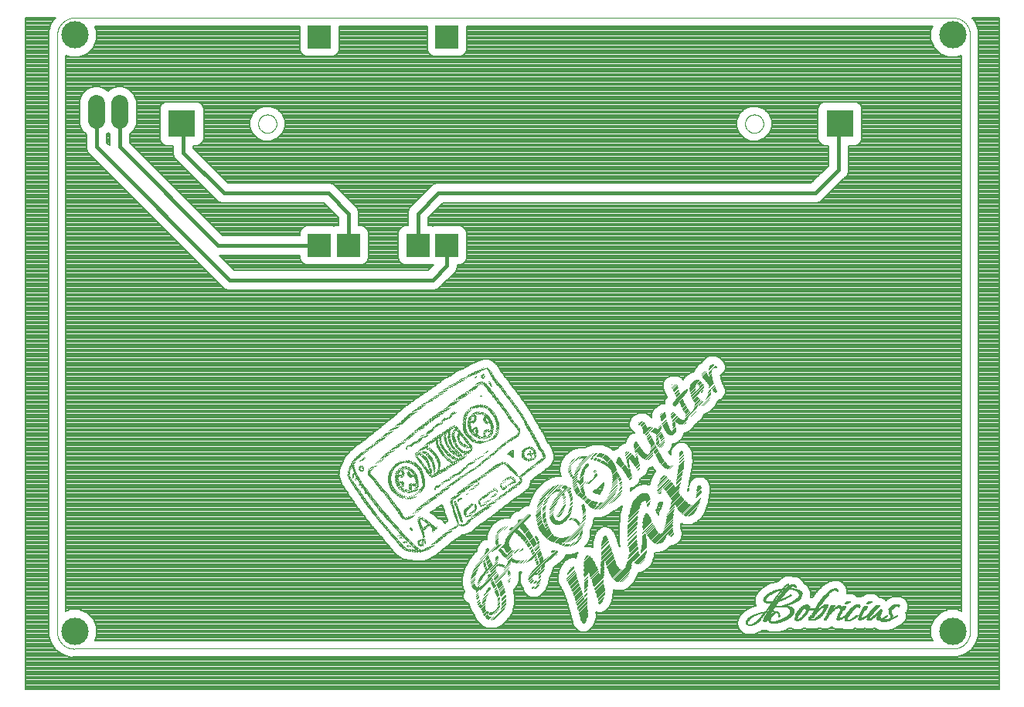
<source format=gtl>
G75*
%MOIN*%
%OFA0B0*%
%FSLAX25Y25*%
%IPPOS*%
%LPD*%
%AMOC8*
5,1,8,0,0,1.08239X$1,22.5*
%
%ADD10C,0.00000*%
%ADD11R,0.01400X0.00100*%
%ADD12R,0.02200X0.00100*%
%ADD13R,0.02700X0.00100*%
%ADD14R,0.03100X0.00100*%
%ADD15R,0.01300X0.00100*%
%ADD16R,0.01500X0.00100*%
%ADD17R,0.01200X0.00100*%
%ADD18R,0.01000X0.00100*%
%ADD19R,0.00900X0.00100*%
%ADD20R,0.01900X0.00100*%
%ADD21R,0.03200X0.00100*%
%ADD22R,0.03900X0.00100*%
%ADD23R,0.04400X0.00100*%
%ADD24R,0.04800X0.00100*%
%ADD25R,0.01100X0.00100*%
%ADD26R,0.05200X0.00100*%
%ADD27R,0.05600X0.00100*%
%ADD28R,0.01600X0.00100*%
%ADD29R,0.03800X0.00100*%
%ADD30R,0.02000X0.00100*%
%ADD31R,0.03500X0.00100*%
%ADD32R,0.03300X0.00100*%
%ADD33R,0.03700X0.00100*%
%ADD34R,0.01700X0.00100*%
%ADD35R,0.02400X0.00100*%
%ADD36R,0.01800X0.00100*%
%ADD37R,0.03000X0.00100*%
%ADD38R,0.04100X0.00100*%
%ADD39R,0.02900X0.00100*%
%ADD40R,0.02100X0.00100*%
%ADD41R,0.02300X0.00100*%
%ADD42R,0.00600X0.00100*%
%ADD43R,0.05400X0.00100*%
%ADD44R,0.02800X0.00100*%
%ADD45R,0.05800X0.00100*%
%ADD46R,0.06000X0.00100*%
%ADD47R,0.06300X0.00100*%
%ADD48R,0.06600X0.00100*%
%ADD49R,0.02600X0.00100*%
%ADD50R,0.02500X0.00100*%
%ADD51R,0.00800X0.00100*%
%ADD52R,0.00700X0.00100*%
%ADD53R,0.05900X0.00100*%
%ADD54R,0.04700X0.00100*%
%ADD55R,0.04300X0.00100*%
%ADD56R,0.04200X0.00100*%
%ADD57R,0.04000X0.00100*%
%ADD58R,0.08500X0.00100*%
%ADD59R,0.03400X0.00100*%
%ADD60R,0.08200X0.00100*%
%ADD61R,0.03600X0.00100*%
%ADD62R,0.05500X0.00100*%
%ADD63R,0.07400X0.00100*%
%ADD64R,0.06400X0.00100*%
%ADD65R,0.05300X0.00100*%
%ADD66R,0.00200X0.00100*%
%ADD67R,0.04500X0.00100*%
%ADD68R,0.06200X0.00100*%
%ADD69R,0.04900X0.00100*%
%ADD70R,0.06500X0.00100*%
%ADD71R,0.06700X0.00100*%
%ADD72R,0.06800X0.00100*%
%ADD73R,0.07000X0.00100*%
%ADD74R,0.07200X0.00100*%
%ADD75R,0.07500X0.00100*%
%ADD76R,0.07900X0.00100*%
%ADD77R,0.07800X0.00100*%
%ADD78R,0.07100X0.00100*%
%ADD79R,0.08000X0.00100*%
%ADD80R,0.08800X0.00100*%
%ADD81R,0.00300X0.00100*%
%ADD82R,0.09300X0.00100*%
%ADD83R,0.08100X0.00100*%
%ADD84R,0.09700X0.00100*%
%ADD85R,0.08600X0.00100*%
%ADD86R,0.05700X0.00100*%
%ADD87R,0.10100X0.00100*%
%ADD88R,0.09100X0.00100*%
%ADD89R,0.10500X0.00100*%
%ADD90R,0.09500X0.00100*%
%ADD91R,0.07700X0.00100*%
%ADD92R,0.10900X0.00100*%
%ADD93R,0.09900X0.00100*%
%ADD94R,0.00400X0.00100*%
%ADD95R,0.09800X0.00100*%
%ADD96R,0.11400X0.00100*%
%ADD97R,0.10300X0.00100*%
%ADD98R,0.17700X0.00100*%
%ADD99R,0.11600X0.00100*%
%ADD100R,0.10600X0.00100*%
%ADD101R,0.17600X0.00100*%
%ADD102R,0.11900X0.00100*%
%ADD103R,0.17400X0.00100*%
%ADD104R,0.12200X0.00100*%
%ADD105R,0.11200X0.00100*%
%ADD106R,0.05100X0.00100*%
%ADD107R,0.15500X0.00100*%
%ADD108R,0.11500X0.00100*%
%ADD109R,0.14900X0.00100*%
%ADD110R,0.11700X0.00100*%
%ADD111R,0.14200X0.00100*%
%ADD112R,0.12000X0.00100*%
%ADD113R,0.13600X0.00100*%
%ADD114R,0.12300X0.00100*%
%ADD115R,0.13000X0.00100*%
%ADD116R,0.04600X0.00100*%
%ADD117R,0.10400X0.00100*%
%ADD118R,0.05000X0.00100*%
%ADD119R,0.07300X0.00100*%
%ADD120R,0.10700X0.00100*%
%ADD121R,0.00100X0.00100*%
%ADD122R,0.06900X0.00100*%
%ADD123R,0.07600X0.00100*%
%ADD124R,0.08300X0.00100*%
%ADD125R,0.00500X0.00100*%
%ADD126R,0.06100X0.00100*%
%ADD127R,0.08400X0.00100*%
%ADD128R,0.09200X0.00100*%
%ADD129R,0.09000X0.00100*%
%ADD130R,0.12500X0.00100*%
%ADD131R,0.12400X0.00100*%
%ADD132R,0.11300X0.00100*%
%ADD133R,0.10000X0.00100*%
%ADD134R,0.08700X0.00100*%
%ADD135R,0.15600X0.00100*%
%ADD136R,0.15400X0.00100*%
%ADD137R,0.09600X0.00100*%
%ADD138R,0.15200X0.00100*%
%ADD139R,0.15000X0.00100*%
%ADD140R,0.14800X0.00100*%
%ADD141R,0.09400X0.00100*%
%ADD142R,0.14400X0.00100*%
%ADD143R,0.14100X0.00100*%
%ADD144R,0.13700X0.00100*%
%ADD145R,0.13200X0.00100*%
%ADD146R,0.12800X0.00100*%
%ADD147R,0.14600X0.00100*%
%ADD148R,0.00400X0.00200*%
%ADD149R,0.01200X0.00200*%
%ADD150R,0.01000X0.00200*%
%ADD151R,0.01800X0.00200*%
%ADD152R,0.02000X0.00200*%
%ADD153R,0.01600X0.00200*%
%ADD154R,0.02400X0.00200*%
%ADD155R,0.02200X0.00200*%
%ADD156R,0.03600X0.00200*%
%ADD157R,0.02800X0.00200*%
%ADD158R,0.04400X0.00200*%
%ADD159R,0.03400X0.00200*%
%ADD160R,0.05400X0.00200*%
%ADD161R,0.03800X0.00200*%
%ADD162R,0.00800X0.00200*%
%ADD163R,0.06200X0.00200*%
%ADD164R,0.04000X0.00200*%
%ADD165R,0.02600X0.00200*%
%ADD166R,0.06800X0.00200*%
%ADD167R,0.04600X0.00200*%
%ADD168R,0.07400X0.00200*%
%ADD169R,0.03000X0.00200*%
%ADD170R,0.04200X0.00200*%
%ADD171R,0.07800X0.00200*%
%ADD172R,0.03200X0.00200*%
%ADD173R,0.04800X0.00200*%
%ADD174R,0.05200X0.00200*%
%ADD175R,0.08400X0.00200*%
%ADD176R,0.09000X0.00200*%
%ADD177R,0.06000X0.00200*%
%ADD178R,0.09800X0.00200*%
%ADD179R,0.09400X0.00200*%
%ADD180R,0.10000X0.00200*%
%ADD181R,0.09600X0.00200*%
%ADD182R,0.06600X0.00200*%
%ADD183R,0.10400X0.00200*%
%ADD184R,0.10200X0.00200*%
%ADD185R,0.10600X0.00200*%
%ADD186R,0.09200X0.00200*%
%ADD187R,0.10800X0.00200*%
%ADD188R,0.07600X0.00200*%
%ADD189R,0.11200X0.00200*%
%ADD190R,0.05800X0.00200*%
%ADD191R,0.11400X0.00200*%
%ADD192R,0.05600X0.00200*%
%ADD193R,0.08200X0.00200*%
%ADD194R,0.11800X0.00200*%
%ADD195R,0.12000X0.00200*%
%ADD196R,0.11000X0.00200*%
%ADD197R,0.05000X0.00200*%
%ADD198R,0.15800X0.00200*%
%ADD199R,0.08600X0.00200*%
%ADD200R,0.08000X0.00200*%
%ADD201R,0.07200X0.00200*%
%ADD202R,0.07000X0.00200*%
%ADD203R,0.06400X0.00200*%
%ADD204R,0.01400X0.00200*%
%ADD205R,0.11600X0.00200*%
%ADD206R,0.08800X0.00200*%
%ADD207R,0.00600X0.00200*%
%ADD208R,0.00200X0.00200*%
%ADD209R,0.11811X0.11811*%
%ADD210R,0.09843X0.09843*%
%ADD211C,0.07400*%
%ADD212C,0.01600*%
%ADD213C,0.11811*%
%ADD214C,0.00800*%
D10*
X0022650Y0018900D02*
X0401400Y0018900D01*
X0401399Y0018899D02*
X0401581Y0018900D01*
X0401763Y0018905D01*
X0401944Y0018915D01*
X0402125Y0018929D01*
X0402306Y0018947D01*
X0402486Y0018970D01*
X0402666Y0018997D01*
X0402845Y0019029D01*
X0403023Y0019065D01*
X0403200Y0019105D01*
X0403376Y0019150D01*
X0403551Y0019198D01*
X0403725Y0019252D01*
X0403897Y0019309D01*
X0404068Y0019370D01*
X0404237Y0019436D01*
X0404405Y0019506D01*
X0404571Y0019580D01*
X0404735Y0019658D01*
X0404897Y0019740D01*
X0405057Y0019826D01*
X0405215Y0019915D01*
X0405371Y0020009D01*
X0405524Y0020106D01*
X0405675Y0020207D01*
X0405824Y0020312D01*
X0405970Y0020421D01*
X0406113Y0020532D01*
X0406253Y0020648D01*
X0406391Y0020766D01*
X0406525Y0020888D01*
X0406657Y0021014D01*
X0406785Y0021142D01*
X0406911Y0021274D01*
X0407033Y0021408D01*
X0407151Y0021546D01*
X0407267Y0021686D01*
X0407378Y0021829D01*
X0407487Y0021975D01*
X0407592Y0022124D01*
X0407693Y0022275D01*
X0407790Y0022428D01*
X0407884Y0022584D01*
X0407973Y0022742D01*
X0408059Y0022902D01*
X0408141Y0023064D01*
X0408219Y0023228D01*
X0408293Y0023394D01*
X0408363Y0023562D01*
X0408429Y0023731D01*
X0408490Y0023902D01*
X0408547Y0024074D01*
X0408601Y0024248D01*
X0408649Y0024423D01*
X0408694Y0024599D01*
X0408734Y0024776D01*
X0408770Y0024954D01*
X0408802Y0025133D01*
X0408829Y0025313D01*
X0408852Y0025493D01*
X0408870Y0025674D01*
X0408884Y0025855D01*
X0408894Y0026036D01*
X0408899Y0026218D01*
X0408900Y0026400D01*
X0408900Y0283900D01*
X0408901Y0283900D02*
X0408900Y0284083D01*
X0408894Y0284266D01*
X0408884Y0284449D01*
X0408869Y0284631D01*
X0408850Y0284813D01*
X0408827Y0284994D01*
X0408799Y0285175D01*
X0408766Y0285355D01*
X0408729Y0285535D01*
X0408688Y0285713D01*
X0408643Y0285890D01*
X0408593Y0286066D01*
X0408539Y0286241D01*
X0408481Y0286414D01*
X0408418Y0286586D01*
X0408351Y0286756D01*
X0408281Y0286925D01*
X0408206Y0287092D01*
X0408127Y0287257D01*
X0408044Y0287420D01*
X0407957Y0287581D01*
X0407866Y0287740D01*
X0407771Y0287896D01*
X0407672Y0288050D01*
X0407570Y0288202D01*
X0407464Y0288351D01*
X0407355Y0288498D01*
X0407242Y0288642D01*
X0407125Y0288783D01*
X0407005Y0288921D01*
X0406882Y0289056D01*
X0406755Y0289188D01*
X0406625Y0289317D01*
X0406492Y0289442D01*
X0406356Y0289565D01*
X0406217Y0289684D01*
X0406076Y0289800D01*
X0405931Y0289912D01*
X0405784Y0290020D01*
X0405634Y0290125D01*
X0405482Y0290227D01*
X0405327Y0290324D01*
X0405170Y0290418D01*
X0405010Y0290508D01*
X0404849Y0290594D01*
X0404685Y0290676D01*
X0404520Y0290753D01*
X0404352Y0290827D01*
X0404183Y0290897D01*
X0404013Y0290963D01*
X0403840Y0291024D01*
X0403666Y0291081D01*
X0403491Y0291134D01*
X0403315Y0291183D01*
X0403137Y0291227D01*
X0402959Y0291267D01*
X0402779Y0291302D01*
X0402599Y0291334D01*
X0402418Y0291360D01*
X0402237Y0291383D01*
X0402054Y0291401D01*
X0401872Y0291414D01*
X0401689Y0291423D01*
X0401506Y0291427D01*
X0401323Y0291427D01*
X0401141Y0291423D01*
X0400958Y0291414D01*
X0400775Y0291401D01*
X0400775Y0291400D02*
X0022650Y0291400D01*
X0022650Y0291401D02*
X0022468Y0291400D01*
X0022286Y0291395D01*
X0022105Y0291385D01*
X0021924Y0291371D01*
X0021743Y0291353D01*
X0021563Y0291330D01*
X0021383Y0291303D01*
X0021204Y0291271D01*
X0021026Y0291235D01*
X0020849Y0291195D01*
X0020673Y0291150D01*
X0020498Y0291102D01*
X0020324Y0291048D01*
X0020152Y0290991D01*
X0019981Y0290930D01*
X0019812Y0290864D01*
X0019644Y0290794D01*
X0019478Y0290720D01*
X0019314Y0290642D01*
X0019152Y0290560D01*
X0018992Y0290474D01*
X0018834Y0290385D01*
X0018678Y0290291D01*
X0018525Y0290194D01*
X0018374Y0290093D01*
X0018225Y0289988D01*
X0018079Y0289879D01*
X0017936Y0289768D01*
X0017796Y0289652D01*
X0017658Y0289534D01*
X0017524Y0289412D01*
X0017392Y0289286D01*
X0017264Y0289158D01*
X0017138Y0289026D01*
X0017016Y0288892D01*
X0016898Y0288754D01*
X0016782Y0288614D01*
X0016671Y0288471D01*
X0016562Y0288325D01*
X0016457Y0288176D01*
X0016356Y0288025D01*
X0016259Y0287872D01*
X0016165Y0287716D01*
X0016076Y0287558D01*
X0015990Y0287398D01*
X0015908Y0287236D01*
X0015830Y0287072D01*
X0015756Y0286906D01*
X0015686Y0286738D01*
X0015620Y0286569D01*
X0015559Y0286398D01*
X0015502Y0286226D01*
X0015448Y0286052D01*
X0015400Y0285877D01*
X0015355Y0285701D01*
X0015315Y0285524D01*
X0015279Y0285346D01*
X0015247Y0285167D01*
X0015220Y0284987D01*
X0015197Y0284807D01*
X0015179Y0284626D01*
X0015165Y0284445D01*
X0015155Y0284264D01*
X0015150Y0284082D01*
X0015149Y0283900D01*
X0015150Y0283900D02*
X0015150Y0026400D01*
X0015150Y0026399D02*
X0015144Y0026224D01*
X0015143Y0026049D01*
X0015146Y0025873D01*
X0015154Y0025698D01*
X0015165Y0025523D01*
X0015181Y0025349D01*
X0015201Y0025174D01*
X0015225Y0025001D01*
X0015254Y0024828D01*
X0015287Y0024655D01*
X0015324Y0024484D01*
X0015365Y0024314D01*
X0015410Y0024144D01*
X0015460Y0023976D01*
X0015513Y0023809D01*
X0015571Y0023643D01*
X0015632Y0023479D01*
X0015698Y0023316D01*
X0015767Y0023155D01*
X0015841Y0022996D01*
X0015918Y0022839D01*
X0015999Y0022683D01*
X0016084Y0022530D01*
X0016173Y0022378D01*
X0016265Y0022229D01*
X0016361Y0022082D01*
X0016460Y0021938D01*
X0016563Y0021796D01*
X0016669Y0021656D01*
X0016779Y0021519D01*
X0016892Y0021385D01*
X0017008Y0021254D01*
X0017128Y0021126D01*
X0017250Y0021000D01*
X0017376Y0020878D01*
X0017504Y0020758D01*
X0017635Y0020642D01*
X0017769Y0020529D01*
X0017906Y0020419D01*
X0018046Y0020313D01*
X0018188Y0020210D01*
X0018332Y0020111D01*
X0018479Y0020015D01*
X0018628Y0019923D01*
X0018780Y0019834D01*
X0018933Y0019749D01*
X0019089Y0019668D01*
X0019246Y0019591D01*
X0019405Y0019517D01*
X0019566Y0019448D01*
X0019729Y0019382D01*
X0019893Y0019321D01*
X0020059Y0019263D01*
X0020226Y0019210D01*
X0020394Y0019160D01*
X0020564Y0019115D01*
X0020734Y0019074D01*
X0020905Y0019037D01*
X0021078Y0019004D01*
X0021251Y0018975D01*
X0021424Y0018951D01*
X0021599Y0018931D01*
X0021773Y0018915D01*
X0021948Y0018904D01*
X0022123Y0018896D01*
X0022299Y0018893D01*
X0022474Y0018894D01*
X0022649Y0018900D01*
X0101863Y0245632D02*
X0101865Y0245757D01*
X0101871Y0245882D01*
X0101881Y0246006D01*
X0101895Y0246130D01*
X0101912Y0246254D01*
X0101934Y0246377D01*
X0101960Y0246499D01*
X0101989Y0246621D01*
X0102022Y0246741D01*
X0102060Y0246860D01*
X0102100Y0246979D01*
X0102145Y0247095D01*
X0102193Y0247210D01*
X0102245Y0247324D01*
X0102301Y0247436D01*
X0102360Y0247546D01*
X0102422Y0247654D01*
X0102488Y0247761D01*
X0102557Y0247865D01*
X0102630Y0247966D01*
X0102705Y0248066D01*
X0102784Y0248163D01*
X0102866Y0248257D01*
X0102951Y0248349D01*
X0103038Y0248438D01*
X0103129Y0248524D01*
X0103222Y0248607D01*
X0103318Y0248688D01*
X0103416Y0248765D01*
X0103516Y0248839D01*
X0103619Y0248910D01*
X0103724Y0248977D01*
X0103832Y0249042D01*
X0103941Y0249102D01*
X0104052Y0249160D01*
X0104165Y0249213D01*
X0104279Y0249263D01*
X0104395Y0249310D01*
X0104512Y0249352D01*
X0104631Y0249391D01*
X0104751Y0249427D01*
X0104872Y0249458D01*
X0104994Y0249486D01*
X0105116Y0249509D01*
X0105240Y0249529D01*
X0105364Y0249545D01*
X0105488Y0249557D01*
X0105613Y0249565D01*
X0105738Y0249569D01*
X0105862Y0249569D01*
X0105987Y0249565D01*
X0106112Y0249557D01*
X0106236Y0249545D01*
X0106360Y0249529D01*
X0106484Y0249509D01*
X0106606Y0249486D01*
X0106728Y0249458D01*
X0106849Y0249427D01*
X0106969Y0249391D01*
X0107088Y0249352D01*
X0107205Y0249310D01*
X0107321Y0249263D01*
X0107435Y0249213D01*
X0107548Y0249160D01*
X0107659Y0249102D01*
X0107769Y0249042D01*
X0107876Y0248977D01*
X0107981Y0248910D01*
X0108084Y0248839D01*
X0108184Y0248765D01*
X0108282Y0248688D01*
X0108378Y0248607D01*
X0108471Y0248524D01*
X0108562Y0248438D01*
X0108649Y0248349D01*
X0108734Y0248257D01*
X0108816Y0248163D01*
X0108895Y0248066D01*
X0108970Y0247966D01*
X0109043Y0247865D01*
X0109112Y0247761D01*
X0109178Y0247654D01*
X0109240Y0247546D01*
X0109299Y0247436D01*
X0109355Y0247324D01*
X0109407Y0247210D01*
X0109455Y0247095D01*
X0109500Y0246979D01*
X0109540Y0246860D01*
X0109578Y0246741D01*
X0109611Y0246621D01*
X0109640Y0246499D01*
X0109666Y0246377D01*
X0109688Y0246254D01*
X0109705Y0246130D01*
X0109719Y0246006D01*
X0109729Y0245882D01*
X0109735Y0245757D01*
X0109737Y0245632D01*
X0109735Y0245507D01*
X0109729Y0245382D01*
X0109719Y0245258D01*
X0109705Y0245134D01*
X0109688Y0245010D01*
X0109666Y0244887D01*
X0109640Y0244765D01*
X0109611Y0244643D01*
X0109578Y0244523D01*
X0109540Y0244404D01*
X0109500Y0244285D01*
X0109455Y0244169D01*
X0109407Y0244054D01*
X0109355Y0243940D01*
X0109299Y0243828D01*
X0109240Y0243718D01*
X0109178Y0243610D01*
X0109112Y0243503D01*
X0109043Y0243399D01*
X0108970Y0243298D01*
X0108895Y0243198D01*
X0108816Y0243101D01*
X0108734Y0243007D01*
X0108649Y0242915D01*
X0108562Y0242826D01*
X0108471Y0242740D01*
X0108378Y0242657D01*
X0108282Y0242576D01*
X0108184Y0242499D01*
X0108084Y0242425D01*
X0107981Y0242354D01*
X0107876Y0242287D01*
X0107768Y0242222D01*
X0107659Y0242162D01*
X0107548Y0242104D01*
X0107435Y0242051D01*
X0107321Y0242001D01*
X0107205Y0241954D01*
X0107088Y0241912D01*
X0106969Y0241873D01*
X0106849Y0241837D01*
X0106728Y0241806D01*
X0106606Y0241778D01*
X0106484Y0241755D01*
X0106360Y0241735D01*
X0106236Y0241719D01*
X0106112Y0241707D01*
X0105987Y0241699D01*
X0105862Y0241695D01*
X0105738Y0241695D01*
X0105613Y0241699D01*
X0105488Y0241707D01*
X0105364Y0241719D01*
X0105240Y0241735D01*
X0105116Y0241755D01*
X0104994Y0241778D01*
X0104872Y0241806D01*
X0104751Y0241837D01*
X0104631Y0241873D01*
X0104512Y0241912D01*
X0104395Y0241954D01*
X0104279Y0242001D01*
X0104165Y0242051D01*
X0104052Y0242104D01*
X0103941Y0242162D01*
X0103831Y0242222D01*
X0103724Y0242287D01*
X0103619Y0242354D01*
X0103516Y0242425D01*
X0103416Y0242499D01*
X0103318Y0242576D01*
X0103222Y0242657D01*
X0103129Y0242740D01*
X0103038Y0242826D01*
X0102951Y0242915D01*
X0102866Y0243007D01*
X0102784Y0243101D01*
X0102705Y0243198D01*
X0102630Y0243298D01*
X0102557Y0243399D01*
X0102488Y0243503D01*
X0102422Y0243610D01*
X0102360Y0243718D01*
X0102301Y0243828D01*
X0102245Y0243940D01*
X0102193Y0244054D01*
X0102145Y0244169D01*
X0102100Y0244285D01*
X0102060Y0244404D01*
X0102022Y0244523D01*
X0101989Y0244643D01*
X0101960Y0244765D01*
X0101934Y0244887D01*
X0101912Y0245010D01*
X0101895Y0245134D01*
X0101881Y0245258D01*
X0101871Y0245382D01*
X0101865Y0245507D01*
X0101863Y0245632D01*
X0311863Y0245632D02*
X0311865Y0245757D01*
X0311871Y0245882D01*
X0311881Y0246006D01*
X0311895Y0246130D01*
X0311912Y0246254D01*
X0311934Y0246377D01*
X0311960Y0246499D01*
X0311989Y0246621D01*
X0312022Y0246741D01*
X0312060Y0246860D01*
X0312100Y0246979D01*
X0312145Y0247095D01*
X0312193Y0247210D01*
X0312245Y0247324D01*
X0312301Y0247436D01*
X0312360Y0247546D01*
X0312422Y0247654D01*
X0312488Y0247761D01*
X0312557Y0247865D01*
X0312630Y0247966D01*
X0312705Y0248066D01*
X0312784Y0248163D01*
X0312866Y0248257D01*
X0312951Y0248349D01*
X0313038Y0248438D01*
X0313129Y0248524D01*
X0313222Y0248607D01*
X0313318Y0248688D01*
X0313416Y0248765D01*
X0313516Y0248839D01*
X0313619Y0248910D01*
X0313724Y0248977D01*
X0313832Y0249042D01*
X0313941Y0249102D01*
X0314052Y0249160D01*
X0314165Y0249213D01*
X0314279Y0249263D01*
X0314395Y0249310D01*
X0314512Y0249352D01*
X0314631Y0249391D01*
X0314751Y0249427D01*
X0314872Y0249458D01*
X0314994Y0249486D01*
X0315116Y0249509D01*
X0315240Y0249529D01*
X0315364Y0249545D01*
X0315488Y0249557D01*
X0315613Y0249565D01*
X0315738Y0249569D01*
X0315862Y0249569D01*
X0315987Y0249565D01*
X0316112Y0249557D01*
X0316236Y0249545D01*
X0316360Y0249529D01*
X0316484Y0249509D01*
X0316606Y0249486D01*
X0316728Y0249458D01*
X0316849Y0249427D01*
X0316969Y0249391D01*
X0317088Y0249352D01*
X0317205Y0249310D01*
X0317321Y0249263D01*
X0317435Y0249213D01*
X0317548Y0249160D01*
X0317659Y0249102D01*
X0317769Y0249042D01*
X0317876Y0248977D01*
X0317981Y0248910D01*
X0318084Y0248839D01*
X0318184Y0248765D01*
X0318282Y0248688D01*
X0318378Y0248607D01*
X0318471Y0248524D01*
X0318562Y0248438D01*
X0318649Y0248349D01*
X0318734Y0248257D01*
X0318816Y0248163D01*
X0318895Y0248066D01*
X0318970Y0247966D01*
X0319043Y0247865D01*
X0319112Y0247761D01*
X0319178Y0247654D01*
X0319240Y0247546D01*
X0319299Y0247436D01*
X0319355Y0247324D01*
X0319407Y0247210D01*
X0319455Y0247095D01*
X0319500Y0246979D01*
X0319540Y0246860D01*
X0319578Y0246741D01*
X0319611Y0246621D01*
X0319640Y0246499D01*
X0319666Y0246377D01*
X0319688Y0246254D01*
X0319705Y0246130D01*
X0319719Y0246006D01*
X0319729Y0245882D01*
X0319735Y0245757D01*
X0319737Y0245632D01*
X0319735Y0245507D01*
X0319729Y0245382D01*
X0319719Y0245258D01*
X0319705Y0245134D01*
X0319688Y0245010D01*
X0319666Y0244887D01*
X0319640Y0244765D01*
X0319611Y0244643D01*
X0319578Y0244523D01*
X0319540Y0244404D01*
X0319500Y0244285D01*
X0319455Y0244169D01*
X0319407Y0244054D01*
X0319355Y0243940D01*
X0319299Y0243828D01*
X0319240Y0243718D01*
X0319178Y0243610D01*
X0319112Y0243503D01*
X0319043Y0243399D01*
X0318970Y0243298D01*
X0318895Y0243198D01*
X0318816Y0243101D01*
X0318734Y0243007D01*
X0318649Y0242915D01*
X0318562Y0242826D01*
X0318471Y0242740D01*
X0318378Y0242657D01*
X0318282Y0242576D01*
X0318184Y0242499D01*
X0318084Y0242425D01*
X0317981Y0242354D01*
X0317876Y0242287D01*
X0317768Y0242222D01*
X0317659Y0242162D01*
X0317548Y0242104D01*
X0317435Y0242051D01*
X0317321Y0242001D01*
X0317205Y0241954D01*
X0317088Y0241912D01*
X0316969Y0241873D01*
X0316849Y0241837D01*
X0316728Y0241806D01*
X0316606Y0241778D01*
X0316484Y0241755D01*
X0316360Y0241735D01*
X0316236Y0241719D01*
X0316112Y0241707D01*
X0315987Y0241699D01*
X0315862Y0241695D01*
X0315738Y0241695D01*
X0315613Y0241699D01*
X0315488Y0241707D01*
X0315364Y0241719D01*
X0315240Y0241735D01*
X0315116Y0241755D01*
X0314994Y0241778D01*
X0314872Y0241806D01*
X0314751Y0241837D01*
X0314631Y0241873D01*
X0314512Y0241912D01*
X0314395Y0241954D01*
X0314279Y0242001D01*
X0314165Y0242051D01*
X0314052Y0242104D01*
X0313941Y0242162D01*
X0313831Y0242222D01*
X0313724Y0242287D01*
X0313619Y0242354D01*
X0313516Y0242425D01*
X0313416Y0242499D01*
X0313318Y0242576D01*
X0313222Y0242657D01*
X0313129Y0242740D01*
X0313038Y0242826D01*
X0312951Y0242915D01*
X0312866Y0243007D01*
X0312784Y0243101D01*
X0312705Y0243198D01*
X0312630Y0243298D01*
X0312557Y0243399D01*
X0312488Y0243503D01*
X0312422Y0243610D01*
X0312360Y0243718D01*
X0312301Y0243828D01*
X0312245Y0243940D01*
X0312193Y0244054D01*
X0312145Y0244169D01*
X0312100Y0244285D01*
X0312060Y0244404D01*
X0312022Y0244523D01*
X0311989Y0244643D01*
X0311960Y0244765D01*
X0311934Y0244887D01*
X0311912Y0245010D01*
X0311895Y0245134D01*
X0311881Y0245258D01*
X0311871Y0245382D01*
X0311865Y0245507D01*
X0311863Y0245632D01*
D11*
G36*
X0299360Y0141063D02*
X0298371Y0140074D01*
X0298300Y0140145D01*
X0299289Y0141134D01*
X0299360Y0141063D01*
G37*
G36*
X0294410Y0138941D02*
X0293421Y0137952D01*
X0293350Y0138023D01*
X0294339Y0139012D01*
X0294410Y0138941D01*
G37*
G36*
X0299643Y0130597D02*
X0298654Y0129608D01*
X0298583Y0129679D01*
X0299572Y0130668D01*
X0299643Y0130597D01*
G37*
G36*
X0299714Y0130527D02*
X0298725Y0129538D01*
X0298654Y0129609D01*
X0299643Y0130598D01*
X0299714Y0130527D01*
G37*
G36*
X0282531Y0124516D02*
X0281542Y0123527D01*
X0281471Y0123598D01*
X0282460Y0124587D01*
X0282531Y0124516D01*
G37*
G36*
X0280834Y0120981D02*
X0279845Y0119992D01*
X0279774Y0120063D01*
X0280763Y0121052D01*
X0280834Y0120981D01*
G37*
G36*
X0281117Y0133143D02*
X0280128Y0132154D01*
X0280057Y0132225D01*
X0281046Y0133214D01*
X0281117Y0133143D01*
G37*
G36*
X0264924Y0108324D02*
X0263935Y0107335D01*
X0263864Y0107406D01*
X0264853Y0108395D01*
X0264924Y0108324D01*
G37*
G36*
X0261105Y0104222D02*
X0260116Y0103233D01*
X0260045Y0103304D01*
X0261034Y0104293D01*
X0261105Y0104222D01*
G37*
G36*
X0249792Y0100545D02*
X0248803Y0099556D01*
X0248732Y0099627D01*
X0249721Y0100616D01*
X0249792Y0100545D01*
G37*
G36*
X0249580Y0100616D02*
X0248591Y0099627D01*
X0248520Y0099698D01*
X0249509Y0100687D01*
X0249580Y0100616D01*
G37*
G36*
X0248660Y0100970D02*
X0247671Y0099981D01*
X0247600Y0100052D01*
X0248589Y0101041D01*
X0248660Y0100970D01*
G37*
G36*
X0248448Y0101040D02*
X0247459Y0100051D01*
X0247388Y0100122D01*
X0248377Y0101111D01*
X0248448Y0101040D01*
G37*
G36*
X0248236Y0101111D02*
X0247247Y0100122D01*
X0247176Y0100193D01*
X0248165Y0101182D01*
X0248236Y0101111D01*
G37*
G36*
X0248024Y0101182D02*
X0247035Y0100193D01*
X0246964Y0100264D01*
X0247953Y0101253D01*
X0248024Y0101182D01*
G37*
G36*
X0247812Y0101253D02*
X0246823Y0100264D01*
X0246752Y0100335D01*
X0247741Y0101324D01*
X0247812Y0101253D01*
G37*
G36*
X0247600Y0101323D02*
X0246611Y0100334D01*
X0246540Y0100405D01*
X0247529Y0101394D01*
X0247600Y0101323D01*
G37*
G36*
X0247458Y0101323D02*
X0246469Y0100334D01*
X0246398Y0100405D01*
X0247387Y0101394D01*
X0247458Y0101323D01*
G37*
G36*
X0247246Y0101394D02*
X0246257Y0100405D01*
X0246186Y0100476D01*
X0247175Y0101465D01*
X0247246Y0101394D01*
G37*
G36*
X0247105Y0101394D02*
X0246116Y0100405D01*
X0246045Y0100476D01*
X0247034Y0101465D01*
X0247105Y0101394D01*
G37*
G36*
X0246751Y0101465D02*
X0245762Y0100476D01*
X0245691Y0100547D01*
X0246680Y0101536D01*
X0246751Y0101465D01*
G37*
G36*
X0246398Y0101535D02*
X0245409Y0100546D01*
X0245338Y0100617D01*
X0246327Y0101606D01*
X0246398Y0101535D01*
G37*
G36*
X0246044Y0101606D02*
X0245055Y0100617D01*
X0244984Y0100688D01*
X0245973Y0101677D01*
X0246044Y0101606D01*
G37*
G36*
X0245903Y0101606D02*
X0244914Y0100617D01*
X0244843Y0100688D01*
X0245832Y0101677D01*
X0245903Y0101606D01*
G37*
G36*
X0245549Y0101677D02*
X0244560Y0100688D01*
X0244489Y0100759D01*
X0245478Y0101748D01*
X0245549Y0101677D01*
G37*
G36*
X0243357Y0102172D02*
X0242368Y0101183D01*
X0242297Y0101254D01*
X0243286Y0102243D01*
X0243357Y0102172D01*
G37*
G36*
X0243216Y0102172D02*
X0242227Y0101183D01*
X0242156Y0101254D01*
X0243145Y0102243D01*
X0243216Y0102172D01*
G37*
G36*
X0243074Y0102172D02*
X0242085Y0101183D01*
X0242014Y0101254D01*
X0243003Y0102243D01*
X0243074Y0102172D01*
G37*
G36*
X0247883Y0095242D02*
X0246894Y0094253D01*
X0246823Y0094324D01*
X0247812Y0095313D01*
X0247883Y0095242D01*
G37*
G36*
X0247883Y0095101D02*
X0246894Y0094112D01*
X0246823Y0094183D01*
X0247812Y0095172D01*
X0247883Y0095101D01*
G37*
G36*
X0247883Y0094959D02*
X0246894Y0093970D01*
X0246823Y0094041D01*
X0247812Y0095030D01*
X0247883Y0094959D01*
G37*
G36*
X0242438Y0087252D02*
X0241449Y0086263D01*
X0241378Y0086334D01*
X0242367Y0087323D01*
X0242438Y0087252D01*
G37*
G36*
X0242509Y0087181D02*
X0241520Y0086192D01*
X0241449Y0086263D01*
X0242438Y0087252D01*
X0242509Y0087181D01*
G37*
G36*
X0242579Y0086969D02*
X0241590Y0085980D01*
X0241519Y0086051D01*
X0242508Y0087040D01*
X0242579Y0086969D01*
G37*
G36*
X0237347Y0084565D02*
X0236358Y0083576D01*
X0236287Y0083647D01*
X0237276Y0084636D01*
X0237347Y0084565D01*
G37*
G36*
X0237276Y0085060D02*
X0236287Y0084071D01*
X0236216Y0084142D01*
X0237205Y0085131D01*
X0237276Y0085060D01*
G37*
G36*
X0237205Y0085413D02*
X0236216Y0084424D01*
X0236145Y0084495D01*
X0237134Y0085484D01*
X0237205Y0085413D01*
G37*
G36*
X0237135Y0085767D02*
X0236146Y0084778D01*
X0236075Y0084849D01*
X0237064Y0085838D01*
X0237135Y0085767D01*
G37*
G36*
X0237064Y0085979D02*
X0236075Y0084990D01*
X0236004Y0085061D01*
X0236993Y0086050D01*
X0237064Y0085979D01*
G37*
G36*
X0236993Y0086191D02*
X0236004Y0085202D01*
X0235933Y0085273D01*
X0236922Y0086262D01*
X0236993Y0086191D01*
G37*
G36*
X0236922Y0086403D02*
X0235933Y0085414D01*
X0235862Y0085485D01*
X0236851Y0086474D01*
X0236922Y0086403D01*
G37*
G36*
X0236852Y0086615D02*
X0235863Y0085626D01*
X0235792Y0085697D01*
X0236781Y0086686D01*
X0236852Y0086615D01*
G37*
G36*
X0236710Y0086898D02*
X0235721Y0085909D01*
X0235650Y0085980D01*
X0236639Y0086969D01*
X0236710Y0086898D01*
G37*
G36*
X0236640Y0086969D02*
X0235651Y0085980D01*
X0235580Y0086051D01*
X0236569Y0087040D01*
X0236640Y0086969D01*
G37*
G36*
X0236498Y0087252D02*
X0235509Y0086263D01*
X0235438Y0086334D01*
X0236427Y0087323D01*
X0236498Y0087252D01*
G37*
G36*
X0236427Y0087323D02*
X0235438Y0086334D01*
X0235367Y0086405D01*
X0236356Y0087394D01*
X0236427Y0087323D01*
G37*
G36*
X0236357Y0087393D02*
X0235368Y0086404D01*
X0235297Y0086475D01*
X0236286Y0087464D01*
X0236357Y0087393D01*
G37*
G36*
X0236286Y0087464D02*
X0235297Y0086475D01*
X0235226Y0086546D01*
X0236215Y0087535D01*
X0236286Y0087464D01*
G37*
G36*
X0236569Y0087040D02*
X0235580Y0086051D01*
X0235509Y0086122D01*
X0236498Y0087111D01*
X0236569Y0087040D01*
G37*
G36*
X0236710Y0086757D02*
X0235721Y0085768D01*
X0235650Y0085839D01*
X0236639Y0086828D01*
X0236710Y0086757D01*
G37*
G36*
X0236781Y0086686D02*
X0235792Y0085697D01*
X0235721Y0085768D01*
X0236710Y0086757D01*
X0236781Y0086686D01*
G37*
G36*
X0236852Y0086474D02*
X0235863Y0085485D01*
X0235792Y0085556D01*
X0236781Y0086545D01*
X0236852Y0086474D01*
G37*
G36*
X0236922Y0086262D02*
X0235933Y0085273D01*
X0235862Y0085344D01*
X0236851Y0086333D01*
X0236922Y0086262D01*
G37*
G36*
X0236993Y0086050D02*
X0236004Y0085061D01*
X0235933Y0085132D01*
X0236922Y0086121D01*
X0236993Y0086050D01*
G37*
G36*
X0237064Y0085838D02*
X0236075Y0084849D01*
X0236004Y0084920D01*
X0236993Y0085909D01*
X0237064Y0085838D01*
G37*
G36*
X0237135Y0085625D02*
X0236146Y0084636D01*
X0236075Y0084707D01*
X0237064Y0085696D01*
X0237135Y0085625D01*
G37*
G36*
X0237205Y0085272D02*
X0236216Y0084283D01*
X0236145Y0084354D01*
X0237134Y0085343D01*
X0237205Y0085272D01*
G37*
G36*
X0237276Y0084918D02*
X0236287Y0083929D01*
X0236216Y0084000D01*
X0237205Y0084989D01*
X0237276Y0084918D01*
G37*
G36*
X0237276Y0084777D02*
X0236287Y0083788D01*
X0236216Y0083859D01*
X0237205Y0084848D01*
X0237276Y0084777D01*
G37*
G36*
X0237347Y0084423D02*
X0236358Y0083434D01*
X0236287Y0083505D01*
X0237276Y0084494D01*
X0237347Y0084423D01*
G37*
G36*
X0237347Y0084282D02*
X0236358Y0083293D01*
X0236287Y0083364D01*
X0237276Y0084353D01*
X0237347Y0084282D01*
G37*
G36*
X0237347Y0084141D02*
X0236358Y0083152D01*
X0236287Y0083223D01*
X0237276Y0084212D01*
X0237347Y0084141D01*
G37*
G36*
X0237347Y0083999D02*
X0236358Y0083010D01*
X0236287Y0083081D01*
X0237276Y0084070D01*
X0237347Y0083999D01*
G37*
G36*
X0237417Y0083363D02*
X0236428Y0082374D01*
X0236357Y0082445D01*
X0237346Y0083434D01*
X0237417Y0083363D01*
G37*
G36*
X0237417Y0083221D02*
X0236428Y0082232D01*
X0236357Y0082303D01*
X0237346Y0083292D01*
X0237417Y0083221D01*
G37*
G36*
X0237417Y0083080D02*
X0236428Y0082091D01*
X0236357Y0082162D01*
X0237346Y0083151D01*
X0237417Y0083080D01*
G37*
G36*
X0237417Y0082938D02*
X0236428Y0081949D01*
X0236357Y0082020D01*
X0237346Y0083009D01*
X0237417Y0082938D01*
G37*
G36*
X0237417Y0082797D02*
X0236428Y0081808D01*
X0236357Y0081879D01*
X0237346Y0082868D01*
X0237417Y0082797D01*
G37*
G36*
X0237417Y0082656D02*
X0236428Y0081667D01*
X0236357Y0081738D01*
X0237346Y0082727D01*
X0237417Y0082656D01*
G37*
G36*
X0237417Y0082514D02*
X0236428Y0081525D01*
X0236357Y0081596D01*
X0237346Y0082585D01*
X0237417Y0082514D01*
G37*
G36*
X0237417Y0082373D02*
X0236428Y0081384D01*
X0236357Y0081455D01*
X0237346Y0082444D01*
X0237417Y0082373D01*
G37*
G36*
X0237417Y0082231D02*
X0236428Y0081242D01*
X0236357Y0081313D01*
X0237346Y0082302D01*
X0237417Y0082231D01*
G37*
G36*
X0234589Y0082938D02*
X0233600Y0081949D01*
X0233529Y0082020D01*
X0234518Y0083009D01*
X0234589Y0082938D01*
G37*
G36*
X0234589Y0083363D02*
X0233600Y0082374D01*
X0233529Y0082445D01*
X0234518Y0083434D01*
X0234589Y0083363D01*
G37*
G36*
X0234589Y0083221D02*
X0233600Y0082232D01*
X0233529Y0082303D01*
X0234518Y0083292D01*
X0234589Y0083221D01*
G37*
G36*
X0234589Y0083080D02*
X0233600Y0082091D01*
X0233529Y0082162D01*
X0234518Y0083151D01*
X0234589Y0083080D01*
G37*
G36*
X0231831Y0087817D02*
X0230842Y0086828D01*
X0230771Y0086899D01*
X0231760Y0087888D01*
X0231831Y0087817D01*
G37*
G36*
X0236710Y0095949D02*
X0235721Y0094960D01*
X0235650Y0095031D01*
X0236639Y0096020D01*
X0236710Y0095949D01*
G37*
G36*
X0236640Y0096444D02*
X0235651Y0095455D01*
X0235580Y0095526D01*
X0236569Y0096515D01*
X0236640Y0096444D01*
G37*
G36*
X0236640Y0096727D02*
X0235651Y0095738D01*
X0235580Y0095809D01*
X0236569Y0096798D01*
X0236640Y0096727D01*
G37*
G36*
X0236640Y0096586D02*
X0235651Y0095597D01*
X0235580Y0095668D01*
X0236569Y0096657D01*
X0236640Y0096586D01*
G37*
G36*
X0236640Y0096303D02*
X0235651Y0095314D01*
X0235580Y0095385D01*
X0236569Y0096374D01*
X0236640Y0096303D01*
G37*
G36*
X0236710Y0096091D02*
X0235721Y0095102D01*
X0235650Y0095173D01*
X0236639Y0096162D01*
X0236710Y0096091D01*
G37*
G36*
X0242438Y0081171D02*
X0241449Y0080182D01*
X0241378Y0080253D01*
X0242367Y0081242D01*
X0242438Y0081171D01*
G37*
G36*
X0247670Y0082302D02*
X0246681Y0081313D01*
X0246610Y0081384D01*
X0247599Y0082373D01*
X0247670Y0082302D01*
G37*
G36*
X0248236Y0082161D02*
X0247247Y0081172D01*
X0247176Y0081243D01*
X0248165Y0082232D01*
X0248236Y0082161D01*
G37*
G36*
X0248731Y0082090D02*
X0247742Y0081101D01*
X0247671Y0081172D01*
X0248660Y0082161D01*
X0248731Y0082090D01*
G37*
G36*
X0249226Y0082019D02*
X0248237Y0081030D01*
X0248166Y0081101D01*
X0249155Y0082090D01*
X0249226Y0082019D01*
G37*
G36*
X0248590Y0082090D02*
X0247601Y0081101D01*
X0247530Y0081172D01*
X0248519Y0082161D01*
X0248590Y0082090D01*
G37*
G36*
X0248378Y0082161D02*
X0247389Y0081172D01*
X0247318Y0081243D01*
X0248307Y0082232D01*
X0248378Y0082161D01*
G37*
G36*
X0248095Y0082161D02*
X0247106Y0081172D01*
X0247035Y0081243D01*
X0248024Y0082232D01*
X0248095Y0082161D01*
G37*
G36*
X0247883Y0082231D02*
X0246894Y0081242D01*
X0246823Y0081313D01*
X0247812Y0082302D01*
X0247883Y0082231D01*
G37*
G36*
X0247741Y0082231D02*
X0246752Y0081242D01*
X0246681Y0081313D01*
X0247670Y0082302D01*
X0247741Y0082231D01*
G37*
G36*
X0238195Y0075372D02*
X0237206Y0074383D01*
X0237135Y0074454D01*
X0238124Y0075443D01*
X0238195Y0075372D01*
G37*
G36*
X0238125Y0075443D02*
X0237136Y0074454D01*
X0237065Y0074525D01*
X0238054Y0075514D01*
X0238125Y0075443D01*
G37*
G36*
X0237983Y0075443D02*
X0236994Y0074454D01*
X0236923Y0074525D01*
X0237912Y0075514D01*
X0237983Y0075443D01*
G37*
G36*
X0236922Y0075514D02*
X0235933Y0074525D01*
X0235862Y0074596D01*
X0236851Y0075585D01*
X0236922Y0075514D01*
G37*
G36*
X0241660Y0069645D02*
X0240671Y0068656D01*
X0240600Y0068727D01*
X0241589Y0069716D01*
X0241660Y0069645D01*
G37*
G36*
X0241660Y0069503D02*
X0240671Y0068514D01*
X0240600Y0068585D01*
X0241589Y0069574D01*
X0241660Y0069503D01*
G37*
G36*
X0241660Y0069362D02*
X0240671Y0068373D01*
X0240600Y0068444D01*
X0241589Y0069433D01*
X0241660Y0069362D01*
G37*
G36*
X0236286Y0064129D02*
X0235297Y0063140D01*
X0235226Y0063211D01*
X0236215Y0064200D01*
X0236286Y0064129D01*
G37*
G36*
X0236145Y0064129D02*
X0235156Y0063140D01*
X0235085Y0063211D01*
X0236074Y0064200D01*
X0236145Y0064129D01*
G37*
G36*
X0236003Y0064129D02*
X0235014Y0063140D01*
X0234943Y0063211D01*
X0235932Y0064200D01*
X0236003Y0064129D01*
G37*
G36*
X0230629Y0061442D02*
X0229640Y0060453D01*
X0229569Y0060524D01*
X0230558Y0061513D01*
X0230629Y0061442D01*
G37*
G36*
X0230488Y0061442D02*
X0229499Y0060453D01*
X0229428Y0060524D01*
X0230417Y0061513D01*
X0230488Y0061442D01*
G37*
G36*
X0229286Y0061513D02*
X0228297Y0060524D01*
X0228226Y0060595D01*
X0229215Y0061584D01*
X0229286Y0061513D01*
G37*
G36*
X0222144Y0058473D02*
X0221155Y0057484D01*
X0221084Y0057555D01*
X0222073Y0058544D01*
X0222144Y0058473D01*
G37*
G36*
X0222215Y0058260D02*
X0221226Y0057271D01*
X0221155Y0057342D01*
X0222144Y0058331D01*
X0222215Y0058260D01*
G37*
G36*
X0222285Y0058048D02*
X0221296Y0057059D01*
X0221225Y0057130D01*
X0222214Y0058119D01*
X0222285Y0058048D01*
G37*
G36*
X0222356Y0057836D02*
X0221367Y0056847D01*
X0221296Y0056918D01*
X0222285Y0057907D01*
X0222356Y0057836D01*
G37*
G36*
X0222427Y0057624D02*
X0221438Y0056635D01*
X0221367Y0056706D01*
X0222356Y0057695D01*
X0222427Y0057624D01*
G37*
G36*
X0222497Y0057553D02*
X0221508Y0056564D01*
X0221437Y0056635D01*
X0222426Y0057624D01*
X0222497Y0057553D01*
G37*
G36*
X0222497Y0057412D02*
X0221508Y0056423D01*
X0221437Y0056494D01*
X0222426Y0057483D01*
X0222497Y0057412D01*
G37*
G36*
X0222568Y0057200D02*
X0221579Y0056211D01*
X0221508Y0056282D01*
X0222497Y0057271D01*
X0222568Y0057200D01*
G37*
G36*
X0221083Y0060523D02*
X0220094Y0059534D01*
X0220023Y0059605D01*
X0221012Y0060594D01*
X0221083Y0060523D01*
G37*
G36*
X0221013Y0060735D02*
X0220024Y0059746D01*
X0219953Y0059817D01*
X0220942Y0060806D01*
X0221013Y0060735D01*
G37*
G36*
X0220871Y0061018D02*
X0219882Y0060029D01*
X0219811Y0060100D01*
X0220800Y0061089D01*
X0220871Y0061018D01*
G37*
G36*
X0220800Y0061089D02*
X0219811Y0060100D01*
X0219740Y0060171D01*
X0220729Y0061160D01*
X0220800Y0061089D01*
G37*
G36*
X0220659Y0061372D02*
X0219670Y0060383D01*
X0219599Y0060454D01*
X0220588Y0061443D01*
X0220659Y0061372D01*
G37*
G36*
X0220518Y0061655D02*
X0219529Y0060666D01*
X0219458Y0060737D01*
X0220447Y0061726D01*
X0220518Y0061655D01*
G37*
G36*
X0220376Y0061937D02*
X0219387Y0060948D01*
X0219316Y0061019D01*
X0220305Y0062008D01*
X0220376Y0061937D01*
G37*
G36*
X0220235Y0062220D02*
X0219246Y0061231D01*
X0219175Y0061302D01*
X0220164Y0062291D01*
X0220235Y0062220D01*
G37*
G36*
X0220871Y0060877D02*
X0219882Y0059888D01*
X0219811Y0059959D01*
X0220800Y0060948D01*
X0220871Y0060877D01*
G37*
G36*
X0220942Y0060806D02*
X0219953Y0059817D01*
X0219882Y0059888D01*
X0220871Y0060877D01*
X0220942Y0060806D01*
G37*
G36*
X0221013Y0060594D02*
X0220024Y0059605D01*
X0219953Y0059676D01*
X0220942Y0060665D01*
X0221013Y0060594D01*
G37*
G36*
X0223770Y0050624D02*
X0222781Y0049635D01*
X0222710Y0049706D01*
X0223699Y0050695D01*
X0223770Y0050624D01*
G37*
G36*
X0223770Y0050482D02*
X0222781Y0049493D01*
X0222710Y0049564D01*
X0223699Y0050553D01*
X0223770Y0050482D01*
G37*
G36*
X0223770Y0050341D02*
X0222781Y0049352D01*
X0222710Y0049423D01*
X0223699Y0050412D01*
X0223770Y0050341D01*
G37*
G36*
X0221013Y0045745D02*
X0220024Y0044756D01*
X0219953Y0044827D01*
X0220942Y0045816D01*
X0221013Y0045745D01*
G37*
G36*
X0210759Y0051189D02*
X0209770Y0050200D01*
X0209699Y0050271D01*
X0210688Y0051260D01*
X0210759Y0051189D01*
G37*
G36*
X0210759Y0051472D02*
X0209770Y0050483D01*
X0209699Y0050554D01*
X0210688Y0051543D01*
X0210759Y0051472D01*
G37*
G36*
X0210689Y0051684D02*
X0209700Y0050695D01*
X0209629Y0050766D01*
X0210618Y0051755D01*
X0210689Y0051684D01*
G37*
G36*
X0210618Y0051896D02*
X0209629Y0050907D01*
X0209558Y0050978D01*
X0210547Y0051967D01*
X0210618Y0051896D01*
G37*
G36*
X0210759Y0051331D02*
X0209770Y0050342D01*
X0209699Y0050413D01*
X0210688Y0051402D01*
X0210759Y0051331D01*
G37*
G36*
X0203476Y0047866D02*
X0202487Y0046877D01*
X0202416Y0046948D01*
X0203405Y0047937D01*
X0203476Y0047866D01*
G37*
G36*
X0203335Y0048149D02*
X0202346Y0047160D01*
X0202275Y0047231D01*
X0203264Y0048220D01*
X0203335Y0048149D01*
G37*
G36*
X0203264Y0048361D02*
X0202275Y0047372D01*
X0202204Y0047443D01*
X0203193Y0048432D01*
X0203264Y0048361D01*
G37*
G36*
X0203123Y0048644D02*
X0202134Y0047655D01*
X0202063Y0047726D01*
X0203052Y0048715D01*
X0203123Y0048644D01*
G37*
G36*
X0202981Y0048927D02*
X0201992Y0047938D01*
X0201921Y0048009D01*
X0202910Y0048998D01*
X0202981Y0048927D01*
G37*
G36*
X0202911Y0048997D02*
X0201922Y0048008D01*
X0201851Y0048079D01*
X0202840Y0049068D01*
X0202911Y0048997D01*
G37*
G36*
X0203052Y0048714D02*
X0202063Y0047725D01*
X0201992Y0047796D01*
X0202981Y0048785D01*
X0203052Y0048714D01*
G37*
G36*
X0203193Y0048432D02*
X0202204Y0047443D01*
X0202133Y0047514D01*
X0203122Y0048503D01*
X0203193Y0048432D01*
G37*
G36*
X0204466Y0045886D02*
X0203477Y0044897D01*
X0203406Y0044968D01*
X0204395Y0045957D01*
X0204466Y0045886D01*
G37*
G36*
X0204537Y0045674D02*
X0203548Y0044685D01*
X0203477Y0044756D01*
X0204466Y0045745D01*
X0204537Y0045674D01*
G37*
G36*
X0204608Y0045462D02*
X0203619Y0044473D01*
X0203548Y0044544D01*
X0204537Y0045533D01*
X0204608Y0045462D01*
G37*
G36*
X0204820Y0044967D02*
X0203831Y0043978D01*
X0203760Y0044049D01*
X0204749Y0045038D01*
X0204820Y0044967D01*
G37*
G36*
X0204890Y0044755D02*
X0203901Y0043766D01*
X0203830Y0043837D01*
X0204819Y0044826D01*
X0204890Y0044755D01*
G37*
G36*
X0204961Y0044543D02*
X0203972Y0043554D01*
X0203901Y0043625D01*
X0204890Y0044614D01*
X0204961Y0044543D01*
G37*
G36*
X0205315Y0043623D02*
X0204326Y0042634D01*
X0204255Y0042705D01*
X0205244Y0043694D01*
X0205315Y0043623D01*
G37*
G36*
X0205385Y0043411D02*
X0204396Y0042422D01*
X0204325Y0042493D01*
X0205314Y0043482D01*
X0205385Y0043411D01*
G37*
G36*
X0205456Y0043199D02*
X0204467Y0042210D01*
X0204396Y0042281D01*
X0205385Y0043270D01*
X0205456Y0043199D01*
G37*
G36*
X0205527Y0042987D02*
X0204538Y0041998D01*
X0204467Y0042069D01*
X0205456Y0043058D01*
X0205527Y0042987D01*
G37*
G36*
X0205527Y0042845D02*
X0204538Y0041856D01*
X0204467Y0041927D01*
X0205456Y0042916D01*
X0205527Y0042845D01*
G37*
G36*
X0205598Y0042775D02*
X0204609Y0041786D01*
X0204538Y0041857D01*
X0205527Y0042846D01*
X0205598Y0042775D01*
G37*
G36*
X0205598Y0042633D02*
X0204609Y0041644D01*
X0204538Y0041715D01*
X0205527Y0042704D01*
X0205598Y0042633D01*
G37*
G36*
X0205668Y0042563D02*
X0204679Y0041574D01*
X0204608Y0041645D01*
X0205597Y0042634D01*
X0205668Y0042563D01*
G37*
G36*
X0205668Y0042421D02*
X0204679Y0041432D01*
X0204608Y0041503D01*
X0205597Y0042492D01*
X0205668Y0042421D01*
G37*
G36*
X0205739Y0042351D02*
X0204750Y0041362D01*
X0204679Y0041433D01*
X0205668Y0042422D01*
X0205739Y0042351D01*
G37*
G36*
X0205739Y0042209D02*
X0204750Y0041220D01*
X0204679Y0041291D01*
X0205668Y0042280D01*
X0205739Y0042209D01*
G37*
G36*
X0205810Y0041997D02*
X0204821Y0041008D01*
X0204750Y0041079D01*
X0205739Y0042068D01*
X0205810Y0041997D01*
G37*
G36*
X0205880Y0041785D02*
X0204891Y0040796D01*
X0204820Y0040867D01*
X0205809Y0041856D01*
X0205880Y0041785D01*
G37*
G36*
X0205880Y0041643D02*
X0204891Y0040654D01*
X0204820Y0040725D01*
X0205809Y0041714D01*
X0205880Y0041643D01*
G37*
G36*
X0205951Y0041431D02*
X0204962Y0040442D01*
X0204891Y0040513D01*
X0205880Y0041502D01*
X0205951Y0041431D01*
G37*
G36*
X0206022Y0041078D02*
X0205033Y0040089D01*
X0204962Y0040160D01*
X0205951Y0041149D01*
X0206022Y0041078D01*
G37*
G36*
X0206022Y0040936D02*
X0205033Y0039947D01*
X0204962Y0040018D01*
X0205951Y0041007D01*
X0206022Y0040936D01*
G37*
G36*
X0206093Y0040866D02*
X0205104Y0039877D01*
X0205033Y0039948D01*
X0206022Y0040937D01*
X0206093Y0040866D01*
G37*
G36*
X0206093Y0040724D02*
X0205104Y0039735D01*
X0205033Y0039806D01*
X0206022Y0040795D01*
X0206093Y0040724D01*
G37*
G36*
X0206093Y0040583D02*
X0205104Y0039594D01*
X0205033Y0039665D01*
X0206022Y0040654D01*
X0206093Y0040583D01*
G37*
G36*
X0206163Y0040371D02*
X0205174Y0039382D01*
X0205103Y0039453D01*
X0206092Y0040442D01*
X0206163Y0040371D01*
G37*
G36*
X0206163Y0040229D02*
X0205174Y0039240D01*
X0205103Y0039311D01*
X0206092Y0040300D01*
X0206163Y0040229D01*
G37*
G36*
X0206163Y0040088D02*
X0205174Y0039099D01*
X0205103Y0039170D01*
X0206092Y0040159D01*
X0206163Y0040088D01*
G37*
G36*
X0206163Y0039946D02*
X0205174Y0038957D01*
X0205103Y0039028D01*
X0206092Y0040017D01*
X0206163Y0039946D01*
G37*
G36*
X0202133Y0034643D02*
X0201144Y0033654D01*
X0201073Y0033725D01*
X0202062Y0034714D01*
X0202133Y0034643D01*
G37*
G36*
X0201991Y0034643D02*
X0201002Y0033654D01*
X0200931Y0033725D01*
X0201920Y0034714D01*
X0201991Y0034643D01*
G37*
G36*
X0201921Y0034714D02*
X0200932Y0033725D01*
X0200861Y0033796D01*
X0201850Y0034785D01*
X0201921Y0034714D01*
G37*
G36*
X0201779Y0034714D02*
X0200790Y0033725D01*
X0200719Y0033796D01*
X0201708Y0034785D01*
X0201779Y0034714D01*
G37*
G36*
X0198314Y0037754D02*
X0197325Y0036765D01*
X0197254Y0036836D01*
X0198243Y0037825D01*
X0198314Y0037754D01*
G37*
G36*
X0198244Y0037825D02*
X0197255Y0036836D01*
X0197184Y0036907D01*
X0198173Y0037896D01*
X0198244Y0037825D01*
G37*
G36*
X0198102Y0038108D02*
X0197113Y0037119D01*
X0197042Y0037190D01*
X0198031Y0038179D01*
X0198102Y0038108D01*
G37*
G36*
X0198032Y0038179D02*
X0197043Y0037190D01*
X0196972Y0037261D01*
X0197961Y0038250D01*
X0198032Y0038179D01*
G37*
G36*
X0197890Y0038461D02*
X0196901Y0037472D01*
X0196830Y0037543D01*
X0197819Y0038532D01*
X0197890Y0038461D01*
G37*
G36*
X0197749Y0038744D02*
X0196760Y0037755D01*
X0196689Y0037826D01*
X0197678Y0038815D01*
X0197749Y0038744D01*
G37*
G36*
X0197678Y0038956D02*
X0196689Y0037967D01*
X0196618Y0038038D01*
X0197607Y0039027D01*
X0197678Y0038956D01*
G37*
G36*
X0197607Y0039169D02*
X0196618Y0038180D01*
X0196547Y0038251D01*
X0197536Y0039240D01*
X0197607Y0039169D01*
G37*
G36*
X0197537Y0039381D02*
X0196548Y0038392D01*
X0196477Y0038463D01*
X0197466Y0039452D01*
X0197537Y0039381D01*
G37*
G36*
X0197466Y0039593D02*
X0196477Y0038604D01*
X0196406Y0038675D01*
X0197395Y0039664D01*
X0197466Y0039593D01*
G37*
G36*
X0197395Y0039805D02*
X0196406Y0038816D01*
X0196335Y0038887D01*
X0197324Y0039876D01*
X0197395Y0039805D01*
G37*
G36*
X0197324Y0040017D02*
X0196335Y0039028D01*
X0196264Y0039099D01*
X0197253Y0040088D01*
X0197324Y0040017D01*
G37*
G36*
X0197254Y0040229D02*
X0196265Y0039240D01*
X0196194Y0039311D01*
X0197183Y0040300D01*
X0197254Y0040229D01*
G37*
G36*
X0197183Y0040441D02*
X0196194Y0039452D01*
X0196123Y0039523D01*
X0197112Y0040512D01*
X0197183Y0040441D01*
G37*
G36*
X0197042Y0041148D02*
X0196053Y0040159D01*
X0195982Y0040230D01*
X0196971Y0041219D01*
X0197042Y0041148D01*
G37*
G36*
X0196971Y0041643D02*
X0195982Y0040654D01*
X0195911Y0040725D01*
X0196900Y0041714D01*
X0196971Y0041643D01*
G37*
G36*
X0197183Y0040300D02*
X0196194Y0039311D01*
X0196123Y0039382D01*
X0197112Y0040371D01*
X0197183Y0040300D01*
G37*
G36*
X0197254Y0040088D02*
X0196265Y0039099D01*
X0196194Y0039170D01*
X0197183Y0040159D01*
X0197254Y0040088D01*
G37*
G36*
X0197324Y0039876D02*
X0196335Y0038887D01*
X0196264Y0038958D01*
X0197253Y0039947D01*
X0197324Y0039876D01*
G37*
G36*
X0197395Y0039664D02*
X0196406Y0038675D01*
X0196335Y0038746D01*
X0197324Y0039735D01*
X0197395Y0039664D01*
G37*
G36*
X0197466Y0039451D02*
X0196477Y0038462D01*
X0196406Y0038533D01*
X0197395Y0039522D01*
X0197466Y0039451D01*
G37*
G36*
X0197537Y0039239D02*
X0196548Y0038250D01*
X0196477Y0038321D01*
X0197466Y0039310D01*
X0197537Y0039239D01*
G37*
G36*
X0197607Y0039027D02*
X0196618Y0038038D01*
X0196547Y0038109D01*
X0197536Y0039098D01*
X0197607Y0039027D01*
G37*
G36*
X0197678Y0038815D02*
X0196689Y0037826D01*
X0196618Y0037897D01*
X0197607Y0038886D01*
X0197678Y0038815D01*
G37*
G36*
X0199941Y0056351D02*
X0198952Y0055362D01*
X0198881Y0055433D01*
X0199870Y0056422D01*
X0199941Y0056351D01*
G37*
G36*
X0199941Y0056634D02*
X0198952Y0055645D01*
X0198881Y0055716D01*
X0199870Y0056705D01*
X0199941Y0056634D01*
G37*
G36*
X0199870Y0057129D02*
X0198881Y0056140D01*
X0198810Y0056211D01*
X0199799Y0057200D01*
X0199870Y0057129D01*
G37*
G36*
X0199799Y0057341D02*
X0198810Y0056352D01*
X0198739Y0056423D01*
X0199728Y0057412D01*
X0199799Y0057341D01*
G37*
G36*
X0199799Y0057200D02*
X0198810Y0056211D01*
X0198739Y0056282D01*
X0199728Y0057271D01*
X0199799Y0057200D01*
G37*
G36*
X0199870Y0056988D02*
X0198881Y0055999D01*
X0198810Y0056070D01*
X0199799Y0057059D01*
X0199870Y0056988D01*
G37*
G36*
X0199941Y0056493D02*
X0198952Y0055504D01*
X0198881Y0055575D01*
X0199870Y0056564D01*
X0199941Y0056493D01*
G37*
G36*
X0206941Y0061655D02*
X0205952Y0060666D01*
X0205881Y0060737D01*
X0206870Y0061726D01*
X0206941Y0061655D01*
G37*
G36*
X0206870Y0061867D02*
X0205881Y0060878D01*
X0205810Y0060949D01*
X0206799Y0061938D01*
X0206870Y0061867D01*
G37*
G36*
X0206800Y0061937D02*
X0205811Y0060948D01*
X0205740Y0061019D01*
X0206729Y0062008D01*
X0206800Y0061937D01*
G37*
G36*
X0206729Y0062008D02*
X0205740Y0061019D01*
X0205669Y0061090D01*
X0206658Y0062079D01*
X0206729Y0062008D01*
G37*
G36*
X0206588Y0062291D02*
X0205599Y0061302D01*
X0205528Y0061373D01*
X0206517Y0062362D01*
X0206588Y0062291D01*
G37*
G36*
X0206658Y0062079D02*
X0205669Y0061090D01*
X0205598Y0061161D01*
X0206587Y0062150D01*
X0206658Y0062079D01*
G37*
G36*
X0207012Y0061584D02*
X0206023Y0060595D01*
X0205952Y0060666D01*
X0206941Y0061655D01*
X0207012Y0061584D01*
G37*
G36*
X0207083Y0061513D02*
X0206094Y0060524D01*
X0206023Y0060595D01*
X0207012Y0061584D01*
X0207083Y0061513D01*
G37*
G36*
X0207153Y0061442D02*
X0206164Y0060453D01*
X0206093Y0060524D01*
X0207082Y0061513D01*
X0207153Y0061442D01*
G37*
G36*
X0207224Y0061372D02*
X0206235Y0060383D01*
X0206164Y0060454D01*
X0207153Y0061443D01*
X0207224Y0061372D01*
G37*
G36*
X0207295Y0061301D02*
X0206306Y0060312D01*
X0206235Y0060383D01*
X0207224Y0061372D01*
X0207295Y0061301D01*
G37*
G36*
X0207365Y0061230D02*
X0206376Y0060241D01*
X0206305Y0060312D01*
X0207294Y0061301D01*
X0207365Y0061230D01*
G37*
G36*
X0207436Y0061160D02*
X0206447Y0060171D01*
X0206376Y0060242D01*
X0207365Y0061231D01*
X0207436Y0061160D01*
G37*
G36*
X0207507Y0061089D02*
X0206518Y0060100D01*
X0206447Y0060171D01*
X0207436Y0061160D01*
X0207507Y0061089D01*
G37*
G36*
X0207578Y0061018D02*
X0206589Y0060029D01*
X0206518Y0060100D01*
X0207507Y0061089D01*
X0207578Y0061018D01*
G37*
G36*
X0207648Y0060947D02*
X0206659Y0059958D01*
X0206588Y0060029D01*
X0207577Y0061018D01*
X0207648Y0060947D01*
G37*
G36*
X0207719Y0060877D02*
X0206730Y0059888D01*
X0206659Y0059959D01*
X0207648Y0060948D01*
X0207719Y0060877D01*
G37*
G36*
X0207860Y0060594D02*
X0206871Y0059605D01*
X0206800Y0059676D01*
X0207789Y0060665D01*
X0207860Y0060594D01*
G37*
G36*
X0207931Y0060523D02*
X0206942Y0059534D01*
X0206871Y0059605D01*
X0207860Y0060594D01*
X0207931Y0060523D01*
G37*
G36*
X0208002Y0060452D02*
X0207013Y0059463D01*
X0206942Y0059534D01*
X0207931Y0060523D01*
X0208002Y0060452D01*
G37*
G36*
X0208072Y0060382D02*
X0207083Y0059393D01*
X0207012Y0059464D01*
X0208001Y0060453D01*
X0208072Y0060382D01*
G37*
G36*
X0208143Y0060311D02*
X0207154Y0059322D01*
X0207083Y0059393D01*
X0208072Y0060382D01*
X0208143Y0060311D01*
G37*
G36*
X0209062Y0059533D02*
X0208073Y0058544D01*
X0208002Y0058615D01*
X0208991Y0059604D01*
X0209062Y0059533D01*
G37*
G36*
X0209133Y0059463D02*
X0208144Y0058474D01*
X0208073Y0058545D01*
X0209062Y0059534D01*
X0209133Y0059463D01*
G37*
G36*
X0209204Y0059392D02*
X0208215Y0058403D01*
X0208144Y0058474D01*
X0209133Y0059463D01*
X0209204Y0059392D01*
G37*
G36*
X0209275Y0059321D02*
X0208286Y0058332D01*
X0208215Y0058403D01*
X0209204Y0059392D01*
X0209275Y0059321D01*
G37*
G36*
X0205527Y0064483D02*
X0204538Y0063494D01*
X0204467Y0063565D01*
X0205456Y0064554D01*
X0205527Y0064483D01*
G37*
G36*
X0201001Y0062503D02*
X0200012Y0061514D01*
X0199941Y0061585D01*
X0200930Y0062574D01*
X0201001Y0062503D01*
G37*
G36*
X0226740Y0072403D02*
X0225751Y0071414D01*
X0225680Y0071485D01*
X0226669Y0072474D01*
X0226740Y0072403D01*
G37*
G36*
X0226669Y0072756D02*
X0225680Y0071767D01*
X0225609Y0071838D01*
X0226598Y0072827D01*
X0226669Y0072756D01*
G37*
G36*
X0226528Y0073039D02*
X0225539Y0072050D01*
X0225468Y0072121D01*
X0226457Y0073110D01*
X0226528Y0073039D01*
G37*
G36*
X0226457Y0073251D02*
X0225468Y0072262D01*
X0225397Y0072333D01*
X0226386Y0073322D01*
X0226457Y0073251D01*
G37*
G36*
X0226387Y0073463D02*
X0225398Y0072474D01*
X0225327Y0072545D01*
X0226316Y0073534D01*
X0226387Y0073463D01*
G37*
G36*
X0226316Y0073675D02*
X0225327Y0072686D01*
X0225256Y0072757D01*
X0226245Y0073746D01*
X0226316Y0073675D01*
G37*
G36*
X0226599Y0072827D02*
X0225610Y0071838D01*
X0225539Y0071909D01*
X0226528Y0072898D01*
X0226599Y0072827D01*
G37*
G36*
X0226669Y0072615D02*
X0225680Y0071626D01*
X0225609Y0071697D01*
X0226598Y0072686D01*
X0226669Y0072615D01*
G37*
G36*
X0226740Y0072544D02*
X0225751Y0071555D01*
X0225680Y0071626D01*
X0226669Y0072615D01*
X0226740Y0072544D01*
G37*
G36*
X0226811Y0072332D02*
X0225822Y0071343D01*
X0225751Y0071414D01*
X0226740Y0072403D01*
X0226811Y0072332D01*
G37*
G36*
X0226882Y0072120D02*
X0225893Y0071131D01*
X0225822Y0071202D01*
X0226811Y0072191D01*
X0226882Y0072120D01*
G37*
G36*
X0226952Y0072049D02*
X0225963Y0071060D01*
X0225892Y0071131D01*
X0226881Y0072120D01*
X0226952Y0072049D01*
G37*
G36*
X0227023Y0071837D02*
X0226034Y0070848D01*
X0225963Y0070919D01*
X0226952Y0071908D01*
X0227023Y0071837D01*
G37*
G36*
X0227164Y0071554D02*
X0226175Y0070565D01*
X0226104Y0070636D01*
X0227093Y0071625D01*
X0227164Y0071554D01*
G37*
G36*
X0227306Y0071271D02*
X0226317Y0070282D01*
X0226246Y0070353D01*
X0227235Y0071342D01*
X0227306Y0071271D01*
G37*
G36*
X0258843Y0089656D02*
X0257854Y0088667D01*
X0257783Y0088738D01*
X0258772Y0089727D01*
X0258843Y0089656D01*
G37*
G36*
X0258772Y0090434D02*
X0257783Y0089445D01*
X0257712Y0089516D01*
X0258701Y0090505D01*
X0258772Y0090434D01*
G37*
G36*
X0258772Y0090858D02*
X0257783Y0089869D01*
X0257712Y0089940D01*
X0258701Y0090929D01*
X0258772Y0090858D01*
G37*
G36*
X0258701Y0091070D02*
X0257712Y0090081D01*
X0257641Y0090152D01*
X0258630Y0091141D01*
X0258701Y0091070D01*
G37*
G36*
X0258631Y0091282D02*
X0257642Y0090293D01*
X0257571Y0090364D01*
X0258560Y0091353D01*
X0258631Y0091282D01*
G37*
G36*
X0258560Y0091636D02*
X0257571Y0090647D01*
X0257500Y0090718D01*
X0258489Y0091707D01*
X0258560Y0091636D01*
G37*
G36*
X0258701Y0090929D02*
X0257712Y0089940D01*
X0257641Y0090011D01*
X0258630Y0091000D01*
X0258701Y0090929D01*
G37*
G36*
X0258772Y0090717D02*
X0257783Y0089728D01*
X0257712Y0089799D01*
X0258701Y0090788D01*
X0258772Y0090717D01*
G37*
G36*
X0258772Y0090575D02*
X0257783Y0089586D01*
X0257712Y0089657D01*
X0258701Y0090646D01*
X0258772Y0090575D01*
G37*
G36*
X0263015Y0092838D02*
X0262026Y0091849D01*
X0261955Y0091920D01*
X0262944Y0092909D01*
X0263015Y0092838D01*
G37*
X0321233Y0041304D03*
X0321333Y0041404D03*
X0321133Y0041204D03*
X0321033Y0041104D03*
X0320933Y0041004D03*
X0317033Y0033604D03*
X0316533Y0033404D03*
X0315633Y0029304D03*
X0315433Y0029204D03*
X0313933Y0028704D03*
X0322733Y0030504D03*
X0333933Y0031604D03*
X0333933Y0031704D03*
X0333933Y0031804D03*
X0333933Y0032004D03*
X0333933Y0032104D03*
X0334533Y0030804D03*
X0335733Y0031504D03*
X0335933Y0031604D03*
X0339833Y0031504D03*
X0340633Y0030904D03*
X0342733Y0036004D03*
X0347333Y0032804D03*
X0347433Y0032904D03*
X0347233Y0032604D03*
X0350833Y0036104D03*
X0351133Y0036304D03*
X0353433Y0035104D03*
X0353533Y0035204D03*
X0353333Y0034904D03*
X0353233Y0034704D03*
X0353133Y0034604D03*
X0353033Y0034404D03*
X0353833Y0032004D03*
X0353633Y0031904D03*
X0355633Y0038104D03*
X0362433Y0034604D03*
X0362533Y0034704D03*
X0362633Y0034904D03*
X0362733Y0035104D03*
X0362833Y0035204D03*
X0362333Y0034404D03*
X0363433Y0032204D03*
X0363133Y0032004D03*
X0362933Y0031904D03*
X0365033Y0031904D03*
X0365033Y0031804D03*
X0365133Y0032104D03*
X0365133Y0032204D03*
X0365233Y0032404D03*
X0364933Y0038104D03*
X0369033Y0037404D03*
X0370433Y0035204D03*
X0370333Y0035104D03*
X0374333Y0034904D03*
X0374333Y0034804D03*
X0374433Y0035204D03*
X0374433Y0034204D03*
X0374533Y0033904D03*
X0374633Y0033704D03*
X0374733Y0033604D03*
X0374833Y0033404D03*
X0374933Y0033304D03*
X0351433Y0043904D03*
X0330833Y0041304D03*
X0330633Y0041204D03*
X0330433Y0041104D03*
X0330233Y0041004D03*
X0330033Y0040904D03*
X0329833Y0040804D03*
D12*
X0329533Y0037504D03*
X0329133Y0037404D03*
X0331233Y0036404D03*
X0330833Y0032704D03*
X0330733Y0032604D03*
X0330633Y0032504D03*
X0338333Y0037504D03*
X0342533Y0035004D03*
X0342633Y0035104D03*
X0340933Y0032904D03*
X0340833Y0032804D03*
X0348633Y0034704D03*
X0348733Y0034804D03*
X0352333Y0036904D03*
X0355533Y0032804D03*
X0365333Y0033104D03*
X0369533Y0033904D03*
X0368933Y0037004D03*
X0377133Y0037704D03*
X0333933Y0044104D03*
X0332433Y0046204D03*
X0324633Y0043404D03*
X0324333Y0043304D03*
X0324133Y0043204D03*
X0320133Y0034404D03*
X0314033Y0028804D03*
G36*
X0243074Y0075585D02*
X0241519Y0074030D01*
X0241448Y0074101D01*
X0243003Y0075656D01*
X0243074Y0075585D01*
G37*
G36*
X0248166Y0080817D02*
X0246611Y0079262D01*
X0246540Y0079333D01*
X0248095Y0080888D01*
X0248166Y0080817D01*
G37*
G36*
X0248307Y0080817D02*
X0246752Y0079262D01*
X0246681Y0079333D01*
X0248236Y0080888D01*
X0248307Y0080817D01*
G37*
G36*
X0244842Y0083434D02*
X0243287Y0081879D01*
X0243216Y0081950D01*
X0244771Y0083505D01*
X0244842Y0083434D01*
G37*
G36*
X0243287Y0084989D02*
X0241732Y0083434D01*
X0241661Y0083505D01*
X0243216Y0085060D01*
X0243287Y0084989D01*
G37*
G36*
X0243216Y0085060D02*
X0241661Y0083505D01*
X0241590Y0083576D01*
X0243145Y0085131D01*
X0243216Y0085060D01*
G37*
G36*
X0243145Y0085131D02*
X0241590Y0083576D01*
X0241519Y0083647D01*
X0243074Y0085202D01*
X0243145Y0085131D01*
G37*
G36*
X0240034Y0088242D02*
X0238479Y0086687D01*
X0238408Y0086758D01*
X0239963Y0088313D01*
X0240034Y0088242D01*
G37*
G36*
X0239892Y0088525D02*
X0238337Y0086970D01*
X0238266Y0087041D01*
X0239821Y0088596D01*
X0239892Y0088525D01*
G37*
G36*
X0239680Y0089020D02*
X0238125Y0087465D01*
X0238054Y0087536D01*
X0239609Y0089091D01*
X0239680Y0089020D01*
G37*
G36*
X0239539Y0089444D02*
X0237984Y0087889D01*
X0237913Y0087960D01*
X0239468Y0089515D01*
X0239539Y0089444D01*
G37*
G36*
X0239468Y0089656D02*
X0237913Y0088101D01*
X0237842Y0088172D01*
X0239397Y0089727D01*
X0239468Y0089656D01*
G37*
G36*
X0239610Y0089232D02*
X0238055Y0087677D01*
X0237984Y0087748D01*
X0239539Y0089303D01*
X0239610Y0089232D01*
G37*
G36*
X0239751Y0088808D02*
X0238196Y0087253D01*
X0238125Y0087324D01*
X0239680Y0088879D01*
X0239751Y0088808D01*
G37*
G36*
X0242155Y0093050D02*
X0240600Y0091495D01*
X0240529Y0091566D01*
X0242084Y0093121D01*
X0242155Y0093050D01*
G37*
G36*
X0242226Y0093687D02*
X0240671Y0092132D01*
X0240600Y0092203D01*
X0242155Y0093758D01*
X0242226Y0093687D01*
G37*
G36*
X0242226Y0093545D02*
X0240671Y0091990D01*
X0240600Y0092061D01*
X0242155Y0093616D01*
X0242226Y0093545D01*
G37*
G36*
X0242155Y0093192D02*
X0240600Y0091637D01*
X0240529Y0091708D01*
X0242084Y0093263D01*
X0242155Y0093192D01*
G37*
G36*
X0245337Y0091565D02*
X0243782Y0090010D01*
X0243711Y0090081D01*
X0245266Y0091636D01*
X0245337Y0091565D01*
G37*
G36*
X0243852Y0098990D02*
X0242297Y0097435D01*
X0242226Y0097506D01*
X0243781Y0099061D01*
X0243852Y0098990D01*
G37*
G36*
X0241095Y0102030D02*
X0239540Y0100475D01*
X0239469Y0100546D01*
X0241024Y0102101D01*
X0241095Y0102030D01*
G37*
G36*
X0247388Y0103374D02*
X0245833Y0101819D01*
X0245762Y0101890D01*
X0247317Y0103445D01*
X0247388Y0103374D01*
G37*
G36*
X0247883Y0103445D02*
X0246328Y0101890D01*
X0246257Y0101961D01*
X0247812Y0103516D01*
X0247883Y0103445D01*
G37*
G36*
X0247741Y0103445D02*
X0246186Y0101890D01*
X0246115Y0101961D01*
X0247670Y0103516D01*
X0247741Y0103445D01*
G37*
G36*
X0247600Y0103445D02*
X0246045Y0101890D01*
X0245974Y0101961D01*
X0247529Y0103516D01*
X0247600Y0103445D01*
G37*
G36*
X0253540Y0101323D02*
X0251985Y0099768D01*
X0251914Y0099839D01*
X0253469Y0101394D01*
X0253540Y0101323D01*
G37*
G36*
X0253610Y0101253D02*
X0252055Y0099698D01*
X0251984Y0099769D01*
X0253539Y0101324D01*
X0253610Y0101253D01*
G37*
G36*
X0253681Y0101182D02*
X0252126Y0099627D01*
X0252055Y0099698D01*
X0253610Y0101253D01*
X0253681Y0101182D01*
G37*
G36*
X0253752Y0101111D02*
X0252197Y0099556D01*
X0252126Y0099627D01*
X0253681Y0101182D01*
X0253752Y0101111D01*
G37*
G36*
X0253822Y0101041D02*
X0252267Y0099486D01*
X0252196Y0099557D01*
X0253751Y0101112D01*
X0253822Y0101041D01*
G37*
G36*
X0253893Y0100970D02*
X0252338Y0099415D01*
X0252267Y0099486D01*
X0253822Y0101041D01*
X0253893Y0100970D01*
G37*
G36*
X0253964Y0100899D02*
X0252409Y0099344D01*
X0252338Y0099415D01*
X0253893Y0100970D01*
X0253964Y0100899D01*
G37*
G36*
X0257924Y0101465D02*
X0256369Y0099910D01*
X0256298Y0099981D01*
X0257853Y0101536D01*
X0257924Y0101465D01*
G37*
G36*
X0259621Y0098919D02*
X0258066Y0097364D01*
X0257995Y0097435D01*
X0259550Y0098990D01*
X0259621Y0098919D01*
G37*
G36*
X0259691Y0098849D02*
X0258136Y0097294D01*
X0258065Y0097365D01*
X0259620Y0098920D01*
X0259691Y0098849D01*
G37*
G36*
X0259762Y0098778D02*
X0258207Y0097223D01*
X0258136Y0097294D01*
X0259691Y0098849D01*
X0259762Y0098778D01*
G37*
G36*
X0259833Y0098707D02*
X0258278Y0097152D01*
X0258207Y0097223D01*
X0259762Y0098778D01*
X0259833Y0098707D01*
G37*
G36*
X0259904Y0098636D02*
X0258349Y0097081D01*
X0258278Y0097152D01*
X0259833Y0098707D01*
X0259904Y0098636D01*
G37*
G36*
X0259974Y0098566D02*
X0258419Y0097011D01*
X0258348Y0097082D01*
X0259903Y0098637D01*
X0259974Y0098566D01*
G37*
G36*
X0260328Y0098071D02*
X0258773Y0096516D01*
X0258702Y0096587D01*
X0260257Y0098142D01*
X0260328Y0098071D01*
G37*
G36*
X0260399Y0098000D02*
X0258844Y0096445D01*
X0258773Y0096516D01*
X0260328Y0098071D01*
X0260399Y0098000D01*
G37*
G36*
X0260752Y0097505D02*
X0259197Y0095950D01*
X0259126Y0096021D01*
X0260681Y0097576D01*
X0260752Y0097505D01*
G37*
G36*
X0261035Y0097081D02*
X0259480Y0095526D01*
X0259409Y0095597D01*
X0260964Y0097152D01*
X0261035Y0097081D01*
G37*
G36*
X0261106Y0097010D02*
X0259551Y0095455D01*
X0259480Y0095526D01*
X0261035Y0097081D01*
X0261106Y0097010D01*
G37*
G36*
X0261318Y0096656D02*
X0259763Y0095101D01*
X0259692Y0095172D01*
X0261247Y0096727D01*
X0261318Y0096656D01*
G37*
G36*
X0261388Y0096586D02*
X0259833Y0095031D01*
X0259762Y0095102D01*
X0261317Y0096657D01*
X0261388Y0096586D01*
G37*
G36*
X0261459Y0096515D02*
X0259904Y0094960D01*
X0259833Y0095031D01*
X0261388Y0096586D01*
X0261459Y0096515D01*
G37*
G36*
X0261530Y0096303D02*
X0259975Y0094748D01*
X0259904Y0094819D01*
X0261459Y0096374D01*
X0261530Y0096303D01*
G37*
G36*
X0262873Y0094252D02*
X0261318Y0092697D01*
X0261247Y0092768D01*
X0262802Y0094323D01*
X0262873Y0094252D01*
G37*
G36*
X0262944Y0094182D02*
X0261389Y0092627D01*
X0261318Y0092698D01*
X0262873Y0094253D01*
X0262944Y0094182D01*
G37*
G36*
X0262944Y0094040D02*
X0261389Y0092485D01*
X0261318Y0092556D01*
X0262873Y0094111D01*
X0262944Y0094040D01*
G37*
G36*
X0263015Y0093969D02*
X0261460Y0092414D01*
X0261389Y0092485D01*
X0262944Y0094040D01*
X0263015Y0093969D01*
G37*
G36*
X0266550Y0098212D02*
X0264995Y0096657D01*
X0264924Y0096728D01*
X0266479Y0098283D01*
X0266550Y0098212D01*
G37*
G36*
X0264005Y0101889D02*
X0262450Y0100334D01*
X0262379Y0100405D01*
X0263934Y0101960D01*
X0264005Y0101889D01*
G37*
G36*
X0263439Y0102596D02*
X0261884Y0101041D01*
X0261813Y0101112D01*
X0263368Y0102667D01*
X0263439Y0102596D01*
G37*
G36*
X0263368Y0102667D02*
X0261813Y0101112D01*
X0261742Y0101183D01*
X0263297Y0102738D01*
X0263368Y0102667D01*
G37*
G36*
X0263298Y0102738D02*
X0261743Y0101183D01*
X0261672Y0101254D01*
X0263227Y0102809D01*
X0263298Y0102738D01*
G37*
G36*
X0263227Y0102808D02*
X0261672Y0101253D01*
X0261601Y0101324D01*
X0263156Y0102879D01*
X0263227Y0102808D01*
G37*
G36*
X0261742Y0104010D02*
X0260187Y0102455D01*
X0260116Y0102526D01*
X0261671Y0104081D01*
X0261742Y0104010D01*
G37*
G36*
X0261671Y0104081D02*
X0260116Y0102526D01*
X0260045Y0102597D01*
X0261600Y0104152D01*
X0261671Y0104081D01*
G37*
G36*
X0265560Y0107546D02*
X0264005Y0105991D01*
X0263934Y0106062D01*
X0265489Y0107617D01*
X0265560Y0107546D01*
G37*
G36*
X0265490Y0107758D02*
X0263935Y0106203D01*
X0263864Y0106274D01*
X0265419Y0107829D01*
X0265490Y0107758D01*
G37*
G36*
X0271288Y0110869D02*
X0269733Y0109314D01*
X0269662Y0109385D01*
X0271217Y0110940D01*
X0271288Y0110869D01*
G37*
G36*
X0271217Y0111081D02*
X0269662Y0109526D01*
X0269591Y0109597D01*
X0271146Y0111152D01*
X0271217Y0111081D01*
G37*
G36*
X0271076Y0111364D02*
X0269521Y0109809D01*
X0269450Y0109880D01*
X0271005Y0111435D01*
X0271076Y0111364D01*
G37*
G36*
X0271359Y0110799D02*
X0269804Y0109244D01*
X0269733Y0109315D01*
X0271288Y0110870D01*
X0271359Y0110799D01*
G37*
G36*
X0271429Y0110586D02*
X0269874Y0109031D01*
X0269803Y0109102D01*
X0271358Y0110657D01*
X0271429Y0110586D01*
G37*
G36*
X0271500Y0110516D02*
X0269945Y0108961D01*
X0269874Y0109032D01*
X0271429Y0110587D01*
X0271500Y0110516D01*
G37*
G36*
X0271571Y0110304D02*
X0270016Y0108749D01*
X0269945Y0108820D01*
X0271500Y0110375D01*
X0271571Y0110304D01*
G37*
G36*
X0271642Y0110233D02*
X0270087Y0108678D01*
X0270016Y0108749D01*
X0271571Y0110304D01*
X0271642Y0110233D01*
G37*
G36*
X0271712Y0110021D02*
X0270157Y0108466D01*
X0270086Y0108537D01*
X0271641Y0110092D01*
X0271712Y0110021D01*
G37*
G36*
X0271854Y0109738D02*
X0270299Y0108183D01*
X0270228Y0108254D01*
X0271783Y0109809D01*
X0271854Y0109738D01*
G37*
G36*
X0271995Y0109455D02*
X0270440Y0107900D01*
X0270369Y0107971D01*
X0271924Y0109526D01*
X0271995Y0109455D01*
G37*
G36*
X0272136Y0109172D02*
X0270581Y0107617D01*
X0270510Y0107688D01*
X0272065Y0109243D01*
X0272136Y0109172D01*
G37*
G36*
X0272278Y0108889D02*
X0270723Y0107334D01*
X0270652Y0107405D01*
X0272207Y0108960D01*
X0272278Y0108889D01*
G37*
G36*
X0272419Y0108607D02*
X0270864Y0107052D01*
X0270793Y0107123D01*
X0272348Y0108678D01*
X0272419Y0108607D01*
G37*
G36*
X0272561Y0108324D02*
X0271006Y0106769D01*
X0270935Y0106840D01*
X0272490Y0108395D01*
X0272561Y0108324D01*
G37*
G36*
X0272702Y0108041D02*
X0271147Y0106486D01*
X0271076Y0106557D01*
X0272631Y0108112D01*
X0272702Y0108041D01*
G37*
G36*
X0272844Y0107758D02*
X0271289Y0106203D01*
X0271218Y0106274D01*
X0272773Y0107829D01*
X0272844Y0107758D01*
G37*
G36*
X0277086Y0109314D02*
X0275531Y0107759D01*
X0275460Y0107830D01*
X0277015Y0109385D01*
X0277086Y0109314D01*
G37*
G36*
X0275177Y0112920D02*
X0273622Y0111365D01*
X0273551Y0111436D01*
X0275106Y0112991D01*
X0275177Y0112920D01*
G37*
G36*
X0274470Y0113486D02*
X0272915Y0111931D01*
X0272844Y0112002D01*
X0274399Y0113557D01*
X0274470Y0113486D01*
G37*
G36*
X0279208Y0114263D02*
X0277653Y0112708D01*
X0277582Y0112779D01*
X0279137Y0114334D01*
X0279208Y0114263D01*
G37*
G36*
X0279278Y0114193D02*
X0277723Y0112638D01*
X0277652Y0112709D01*
X0279207Y0114264D01*
X0279278Y0114193D01*
G37*
G36*
X0279349Y0113981D02*
X0277794Y0112426D01*
X0277723Y0112497D01*
X0279278Y0114052D01*
X0279349Y0113981D01*
G37*
G36*
X0279420Y0113910D02*
X0277865Y0112355D01*
X0277794Y0112426D01*
X0279349Y0113981D01*
X0279420Y0113910D01*
G37*
G36*
X0279490Y0113839D02*
X0277935Y0112284D01*
X0277864Y0112355D01*
X0279419Y0113910D01*
X0279490Y0113839D01*
G37*
G36*
X0281541Y0120415D02*
X0279986Y0118860D01*
X0279915Y0118931D01*
X0281470Y0120486D01*
X0281541Y0120415D01*
G37*
G36*
X0281470Y0120486D02*
X0279915Y0118931D01*
X0279844Y0119002D01*
X0281399Y0120557D01*
X0281470Y0120486D01*
G37*
G36*
X0276733Y0120981D02*
X0275178Y0119426D01*
X0275107Y0119497D01*
X0276662Y0121052D01*
X0276733Y0120981D01*
G37*
G36*
X0283662Y0129466D02*
X0282107Y0127911D01*
X0282036Y0127982D01*
X0283591Y0129537D01*
X0283662Y0129466D01*
G37*
G36*
X0283592Y0129678D02*
X0282037Y0128123D01*
X0281966Y0128194D01*
X0283521Y0129749D01*
X0283592Y0129678D01*
G37*
G36*
X0283521Y0129749D02*
X0281966Y0128194D01*
X0281895Y0128265D01*
X0283450Y0129820D01*
X0283521Y0129749D01*
G37*
G36*
X0283592Y0129537D02*
X0282037Y0127982D01*
X0281966Y0128053D01*
X0283521Y0129608D01*
X0283592Y0129537D01*
G37*
G36*
X0281895Y0133072D02*
X0280340Y0131517D01*
X0280269Y0131588D01*
X0281824Y0133143D01*
X0281895Y0133072D01*
G37*
G36*
X0294764Y0138871D02*
X0293209Y0137316D01*
X0293138Y0137387D01*
X0294693Y0138942D01*
X0294764Y0138871D01*
G37*
G36*
X0297663Y0139224D02*
X0296108Y0137669D01*
X0296037Y0137740D01*
X0297592Y0139295D01*
X0297663Y0139224D01*
G37*
G36*
X0297168Y0129396D02*
X0295613Y0127841D01*
X0295542Y0127912D01*
X0297097Y0129467D01*
X0297168Y0129396D01*
G37*
G36*
X0290451Y0120698D02*
X0288896Y0119143D01*
X0288825Y0119214D01*
X0290380Y0120769D01*
X0290451Y0120698D01*
G37*
G36*
X0287834Y0121617D02*
X0286279Y0120062D01*
X0286208Y0120133D01*
X0287763Y0121688D01*
X0287834Y0121617D01*
G37*
G36*
X0269237Y0115324D02*
X0267682Y0113769D01*
X0267611Y0113840D01*
X0269166Y0115395D01*
X0269237Y0115324D01*
G37*
G36*
X0269096Y0115607D02*
X0267541Y0114052D01*
X0267470Y0114123D01*
X0269025Y0115678D01*
X0269096Y0115607D01*
G37*
G36*
X0268955Y0115890D02*
X0267400Y0114335D01*
X0267329Y0114406D01*
X0268884Y0115961D01*
X0268955Y0115890D01*
G37*
G36*
X0268742Y0116243D02*
X0267187Y0114688D01*
X0267116Y0114759D01*
X0268671Y0116314D01*
X0268742Y0116243D01*
G37*
G36*
X0268601Y0116526D02*
X0267046Y0114971D01*
X0266975Y0115042D01*
X0268530Y0116597D01*
X0268601Y0116526D01*
G37*
G36*
X0268530Y0116597D02*
X0266975Y0115042D01*
X0266904Y0115113D01*
X0268459Y0116668D01*
X0268530Y0116597D01*
G37*
G36*
X0268460Y0116668D02*
X0266905Y0115113D01*
X0266834Y0115184D01*
X0268389Y0116739D01*
X0268460Y0116668D01*
G37*
G36*
X0268389Y0116738D02*
X0266834Y0115183D01*
X0266763Y0115254D01*
X0268318Y0116809D01*
X0268389Y0116738D01*
G37*
G36*
X0268318Y0116809D02*
X0266763Y0115254D01*
X0266692Y0115325D01*
X0268247Y0116880D01*
X0268318Y0116809D01*
G37*
G36*
X0268247Y0116880D02*
X0266692Y0115325D01*
X0266621Y0115396D01*
X0268176Y0116951D01*
X0268247Y0116880D01*
G37*
G36*
X0268177Y0116950D02*
X0266622Y0115395D01*
X0266551Y0115466D01*
X0268106Y0117021D01*
X0268177Y0116950D01*
G37*
G36*
X0268106Y0117021D02*
X0266551Y0115466D01*
X0266480Y0115537D01*
X0268035Y0117092D01*
X0268106Y0117021D01*
G37*
G36*
X0267752Y0117092D02*
X0266197Y0115537D01*
X0266126Y0115608D01*
X0267681Y0117163D01*
X0267752Y0117092D01*
G37*
G36*
X0267611Y0117092D02*
X0266056Y0115537D01*
X0265985Y0115608D01*
X0267540Y0117163D01*
X0267611Y0117092D01*
G37*
G36*
X0267470Y0117092D02*
X0265915Y0115537D01*
X0265844Y0115608D01*
X0267399Y0117163D01*
X0267470Y0117092D01*
G37*
G36*
X0268672Y0116314D02*
X0267117Y0114759D01*
X0267046Y0114830D01*
X0268601Y0116385D01*
X0268672Y0116314D01*
G37*
G36*
X0268813Y0116031D02*
X0267258Y0114476D01*
X0267187Y0114547D01*
X0268742Y0116102D01*
X0268813Y0116031D01*
G37*
G36*
X0268884Y0115960D02*
X0267329Y0114405D01*
X0267258Y0114476D01*
X0268813Y0116031D01*
X0268884Y0115960D01*
G37*
G36*
X0268955Y0115748D02*
X0267400Y0114193D01*
X0267329Y0114264D01*
X0268884Y0115819D01*
X0268955Y0115748D01*
G37*
G36*
X0269025Y0115678D02*
X0267470Y0114123D01*
X0267399Y0114194D01*
X0268954Y0115749D01*
X0269025Y0115678D01*
G37*
G36*
X0269096Y0115466D02*
X0267541Y0113911D01*
X0267470Y0113982D01*
X0269025Y0115537D01*
X0269096Y0115466D01*
G37*
G36*
X0269167Y0115395D02*
X0267612Y0113840D01*
X0267541Y0113911D01*
X0269096Y0115466D01*
X0269167Y0115395D01*
G37*
G36*
X0274329Y0104859D02*
X0272774Y0103304D01*
X0272703Y0103375D01*
X0274258Y0104930D01*
X0274329Y0104859D01*
G37*
G36*
X0274965Y0103657D02*
X0273410Y0102102D01*
X0273339Y0102173D01*
X0274894Y0103728D01*
X0274965Y0103657D01*
G37*
G36*
X0275318Y0103020D02*
X0273763Y0101465D01*
X0273692Y0101536D01*
X0275247Y0103091D01*
X0275318Y0103020D01*
G37*
G36*
X0275460Y0102738D02*
X0273905Y0101183D01*
X0273834Y0101254D01*
X0275389Y0102809D01*
X0275460Y0102738D01*
G37*
G36*
X0275531Y0102667D02*
X0273976Y0101112D01*
X0273905Y0101183D01*
X0275460Y0102738D01*
X0275531Y0102667D01*
G37*
G36*
X0275672Y0102384D02*
X0274117Y0100829D01*
X0274046Y0100900D01*
X0275601Y0102455D01*
X0275672Y0102384D01*
G37*
G36*
X0275813Y0102101D02*
X0274258Y0100546D01*
X0274187Y0100617D01*
X0275742Y0102172D01*
X0275813Y0102101D01*
G37*
G36*
X0275884Y0102030D02*
X0274329Y0100475D01*
X0274258Y0100546D01*
X0275813Y0102101D01*
X0275884Y0102030D01*
G37*
G36*
X0276026Y0101748D02*
X0274471Y0100193D01*
X0274400Y0100264D01*
X0275955Y0101819D01*
X0276026Y0101748D01*
G37*
G36*
X0276096Y0101677D02*
X0274541Y0100122D01*
X0274470Y0100193D01*
X0276025Y0101748D01*
X0276096Y0101677D01*
G37*
G36*
X0276167Y0101465D02*
X0274612Y0099910D01*
X0274541Y0099981D01*
X0276096Y0101536D01*
X0276167Y0101465D01*
G37*
G36*
X0276238Y0101394D02*
X0274683Y0099839D01*
X0274612Y0099910D01*
X0276167Y0101465D01*
X0276238Y0101394D01*
G37*
G36*
X0276308Y0101323D02*
X0274753Y0099768D01*
X0274682Y0099839D01*
X0276237Y0101394D01*
X0276308Y0101323D01*
G37*
G36*
X0276379Y0101111D02*
X0274824Y0099556D01*
X0274753Y0099627D01*
X0276308Y0101182D01*
X0276379Y0101111D01*
G37*
G36*
X0276450Y0101041D02*
X0274895Y0099486D01*
X0274824Y0099557D01*
X0276379Y0101112D01*
X0276450Y0101041D01*
G37*
G36*
X0276521Y0100970D02*
X0274966Y0099415D01*
X0274895Y0099486D01*
X0276450Y0101041D01*
X0276521Y0100970D01*
G37*
G36*
X0276591Y0100899D02*
X0275036Y0099344D01*
X0274965Y0099415D01*
X0276520Y0100970D01*
X0276591Y0100899D01*
G37*
G36*
X0276591Y0100758D02*
X0275036Y0099203D01*
X0274965Y0099274D01*
X0276520Y0100829D01*
X0276591Y0100758D01*
G37*
G36*
X0276662Y0100687D02*
X0275107Y0099132D01*
X0275036Y0099203D01*
X0276591Y0100758D01*
X0276662Y0100687D01*
G37*
G36*
X0276733Y0100616D02*
X0275178Y0099061D01*
X0275107Y0099132D01*
X0276662Y0100687D01*
X0276733Y0100616D01*
G37*
G36*
X0276803Y0100546D02*
X0275248Y0098991D01*
X0275177Y0099062D01*
X0276732Y0100617D01*
X0276803Y0100546D01*
G37*
G36*
X0276874Y0100475D02*
X0275319Y0098920D01*
X0275248Y0098991D01*
X0276803Y0100546D01*
X0276874Y0100475D01*
G37*
G36*
X0276874Y0100333D02*
X0275319Y0098778D01*
X0275248Y0098849D01*
X0276803Y0100404D01*
X0276874Y0100333D01*
G37*
G36*
X0276945Y0100263D02*
X0275390Y0098708D01*
X0275319Y0098779D01*
X0276874Y0100334D01*
X0276945Y0100263D01*
G37*
G36*
X0277016Y0100192D02*
X0275461Y0098637D01*
X0275390Y0098708D01*
X0276945Y0100263D01*
X0277016Y0100192D01*
G37*
G36*
X0277086Y0100121D02*
X0275531Y0098566D01*
X0275460Y0098637D01*
X0277015Y0100192D01*
X0277086Y0100121D01*
G37*
G36*
X0277157Y0100051D02*
X0275602Y0098496D01*
X0275531Y0098567D01*
X0277086Y0100122D01*
X0277157Y0100051D01*
G37*
G36*
X0277228Y0099980D02*
X0275673Y0098425D01*
X0275602Y0098496D01*
X0277157Y0100051D01*
X0277228Y0099980D01*
G37*
G36*
X0277298Y0099768D02*
X0275743Y0098213D01*
X0275672Y0098284D01*
X0277227Y0099839D01*
X0277298Y0099768D01*
G37*
G36*
X0277369Y0099697D02*
X0275814Y0098142D01*
X0275743Y0098213D01*
X0277298Y0099768D01*
X0277369Y0099697D01*
G37*
G36*
X0277440Y0099626D02*
X0275885Y0098071D01*
X0275814Y0098142D01*
X0277369Y0099697D01*
X0277440Y0099626D01*
G37*
G36*
X0277511Y0099556D02*
X0275956Y0098001D01*
X0275885Y0098072D01*
X0277440Y0099627D01*
X0277511Y0099556D01*
G37*
G36*
X0277581Y0099485D02*
X0276026Y0097930D01*
X0275955Y0098001D01*
X0277510Y0099556D01*
X0277581Y0099485D01*
G37*
G36*
X0277652Y0099414D02*
X0276097Y0097859D01*
X0276026Y0097930D01*
X0277581Y0099485D01*
X0277652Y0099414D01*
G37*
G36*
X0277723Y0099343D02*
X0276168Y0097788D01*
X0276097Y0097859D01*
X0277652Y0099414D01*
X0277723Y0099343D01*
G37*
G36*
X0277793Y0099273D02*
X0276238Y0097718D01*
X0276167Y0097789D01*
X0277722Y0099344D01*
X0277793Y0099273D01*
G37*
G36*
X0280763Y0098000D02*
X0279208Y0096445D01*
X0279137Y0096516D01*
X0280692Y0098071D01*
X0280763Y0098000D01*
G37*
G36*
X0258843Y0087676D02*
X0257288Y0086121D01*
X0257217Y0086192D01*
X0258772Y0087747D01*
X0258843Y0087676D01*
G37*
G36*
X0236781Y0088242D02*
X0235226Y0086687D01*
X0235155Y0086758D01*
X0236710Y0088313D01*
X0236781Y0088242D01*
G37*
G36*
X0233175Y0089727D02*
X0231620Y0088172D01*
X0231549Y0088243D01*
X0233104Y0089798D01*
X0233175Y0089727D01*
G37*
G36*
X0233033Y0089727D02*
X0231478Y0088172D01*
X0231407Y0088243D01*
X0232962Y0089798D01*
X0233033Y0089727D01*
G37*
G36*
X0237205Y0098566D02*
X0235650Y0097011D01*
X0235579Y0097082D01*
X0237134Y0098637D01*
X0237205Y0098566D01*
G37*
G36*
X0234518Y0081312D02*
X0232963Y0079757D01*
X0232892Y0079828D01*
X0234447Y0081383D01*
X0234518Y0081312D01*
G37*
G36*
X0237276Y0079686D02*
X0235721Y0078131D01*
X0235650Y0078202D01*
X0237205Y0079757D01*
X0237276Y0079686D01*
G37*
G36*
X0229215Y0076999D02*
X0227660Y0075444D01*
X0227589Y0075515D01*
X0229144Y0077070D01*
X0229215Y0076999D01*
G37*
G36*
X0229215Y0076857D02*
X0227660Y0075302D01*
X0227589Y0075373D01*
X0229144Y0076928D01*
X0229215Y0076857D01*
G37*
G36*
X0229215Y0076716D02*
X0227660Y0075161D01*
X0227589Y0075232D01*
X0229144Y0076787D01*
X0229215Y0076716D01*
G37*
G36*
X0229286Y0076645D02*
X0227731Y0075090D01*
X0227660Y0075161D01*
X0229215Y0076716D01*
X0229286Y0076645D01*
G37*
G36*
X0229286Y0076504D02*
X0227731Y0074949D01*
X0227660Y0075020D01*
X0229215Y0076575D01*
X0229286Y0076504D01*
G37*
G36*
X0231195Y0074170D02*
X0229640Y0072615D01*
X0229569Y0072686D01*
X0231124Y0074241D01*
X0231195Y0074170D01*
G37*
G36*
X0231336Y0074170D02*
X0229781Y0072615D01*
X0229710Y0072686D01*
X0231265Y0074241D01*
X0231336Y0074170D01*
G37*
G36*
X0225962Y0080393D02*
X0224407Y0078838D01*
X0224336Y0078909D01*
X0225891Y0080464D01*
X0225962Y0080393D01*
G37*
G36*
X0226033Y0080888D02*
X0224478Y0079333D01*
X0224407Y0079404D01*
X0225962Y0080959D01*
X0226033Y0080888D01*
G37*
G36*
X0226033Y0080747D02*
X0224478Y0079192D01*
X0224407Y0079263D01*
X0225962Y0080818D01*
X0226033Y0080747D01*
G37*
G36*
X0225962Y0080534D02*
X0224407Y0078979D01*
X0224336Y0079050D01*
X0225891Y0080605D01*
X0225962Y0080534D01*
G37*
G36*
X0209416Y0071766D02*
X0207861Y0070211D01*
X0207790Y0070282D01*
X0209345Y0071837D01*
X0209416Y0071766D01*
G37*
G36*
X0205739Y0068372D02*
X0204184Y0066817D01*
X0204113Y0066888D01*
X0205668Y0068443D01*
X0205739Y0068372D01*
G37*
G36*
X0201284Y0062220D02*
X0199729Y0060665D01*
X0199658Y0060736D01*
X0201213Y0062291D01*
X0201284Y0062220D01*
G37*
G36*
X0201284Y0062079D02*
X0199729Y0060524D01*
X0199658Y0060595D01*
X0201213Y0062150D01*
X0201284Y0062079D01*
G37*
G36*
X0201214Y0061443D02*
X0199659Y0059888D01*
X0199588Y0059959D01*
X0201143Y0061514D01*
X0201214Y0061443D01*
G37*
G36*
X0202133Y0056846D02*
X0200578Y0055291D01*
X0200507Y0055362D01*
X0202062Y0056917D01*
X0202133Y0056846D01*
G37*
G36*
X0202274Y0056564D02*
X0200719Y0055009D01*
X0200648Y0055080D01*
X0202203Y0056635D01*
X0202274Y0056564D01*
G37*
G36*
X0202345Y0056351D02*
X0200790Y0054796D01*
X0200719Y0054867D01*
X0202274Y0056422D01*
X0202345Y0056351D01*
G37*
G36*
X0202416Y0056281D02*
X0200861Y0054726D01*
X0200790Y0054797D01*
X0202345Y0056352D01*
X0202416Y0056281D01*
G37*
G36*
X0202416Y0056139D02*
X0200861Y0054584D01*
X0200790Y0054655D01*
X0202345Y0056210D01*
X0202416Y0056139D01*
G37*
G36*
X0202486Y0056069D02*
X0200931Y0054514D01*
X0200860Y0054585D01*
X0202415Y0056140D01*
X0202486Y0056069D01*
G37*
G36*
X0202557Y0055856D02*
X0201002Y0054301D01*
X0200931Y0054372D01*
X0202486Y0055927D01*
X0202557Y0055856D01*
G37*
G36*
X0202628Y0055786D02*
X0201073Y0054231D01*
X0201002Y0054302D01*
X0202557Y0055857D01*
X0202628Y0055786D01*
G37*
G36*
X0202699Y0055574D02*
X0201144Y0054019D01*
X0201073Y0054090D01*
X0202628Y0055645D01*
X0202699Y0055574D01*
G37*
G36*
X0205244Y0057129D02*
X0203689Y0055574D01*
X0203618Y0055645D01*
X0205173Y0057200D01*
X0205244Y0057129D01*
G37*
G36*
X0205386Y0057695D02*
X0203831Y0056140D01*
X0203760Y0056211D01*
X0205315Y0057766D01*
X0205386Y0057695D01*
G37*
G36*
X0205315Y0057341D02*
X0203760Y0055786D01*
X0203689Y0055857D01*
X0205244Y0057412D01*
X0205315Y0057341D01*
G37*
G36*
X0197961Y0048149D02*
X0196406Y0046594D01*
X0196335Y0046665D01*
X0197890Y0048220D01*
X0197961Y0048149D01*
G37*
G36*
X0197890Y0047937D02*
X0196335Y0046382D01*
X0196264Y0046453D01*
X0197819Y0048008D01*
X0197890Y0047937D01*
G37*
G36*
X0195274Y0048290D02*
X0193719Y0046735D01*
X0193648Y0046806D01*
X0195203Y0048361D01*
X0195274Y0048290D01*
G37*
G36*
X0195274Y0048149D02*
X0193719Y0046594D01*
X0193648Y0046665D01*
X0195203Y0048220D01*
X0195274Y0048149D01*
G37*
G36*
X0195274Y0048008D02*
X0193719Y0046453D01*
X0193648Y0046524D01*
X0195203Y0048079D01*
X0195274Y0048008D01*
G37*
G36*
X0200012Y0039734D02*
X0198457Y0038179D01*
X0198386Y0038250D01*
X0199941Y0039805D01*
X0200012Y0039734D01*
G37*
G36*
X0200012Y0039593D02*
X0198457Y0038038D01*
X0198386Y0038109D01*
X0199941Y0039664D01*
X0200012Y0039593D01*
G37*
G36*
X0199799Y0036977D02*
X0198244Y0035422D01*
X0198173Y0035493D01*
X0199728Y0037048D01*
X0199799Y0036977D01*
G37*
G36*
X0200436Y0035350D02*
X0198881Y0033795D01*
X0198810Y0033866D01*
X0200365Y0035421D01*
X0200436Y0035350D01*
G37*
G36*
X0200507Y0035280D02*
X0198952Y0033725D01*
X0198881Y0033796D01*
X0200436Y0035351D01*
X0200507Y0035280D01*
G37*
G36*
X0200577Y0035209D02*
X0199022Y0033654D01*
X0198951Y0033725D01*
X0200506Y0035280D01*
X0200577Y0035209D01*
G37*
G36*
X0203830Y0032805D02*
X0202275Y0031250D01*
X0202204Y0031321D01*
X0203759Y0032876D01*
X0203830Y0032805D01*
G37*
G36*
X0206163Y0037684D02*
X0204608Y0036129D01*
X0204537Y0036200D01*
X0206092Y0037755D01*
X0206163Y0037684D01*
G37*
G36*
X0220235Y0049351D02*
X0218680Y0047796D01*
X0218609Y0047867D01*
X0220164Y0049422D01*
X0220235Y0049351D01*
G37*
G36*
X0223700Y0048715D02*
X0222145Y0047160D01*
X0222074Y0047231D01*
X0223629Y0048786D01*
X0223700Y0048715D01*
G37*
G36*
X0223629Y0048503D02*
X0222074Y0046948D01*
X0222003Y0047019D01*
X0223558Y0048574D01*
X0223629Y0048503D01*
G37*
G36*
X0225397Y0055079D02*
X0223842Y0053524D01*
X0223771Y0053595D01*
X0225326Y0055150D01*
X0225397Y0055079D01*
G37*
G36*
X0225397Y0055220D02*
X0223842Y0053665D01*
X0223771Y0053736D01*
X0225326Y0055291D01*
X0225397Y0055220D01*
G37*
G36*
X0224690Y0058331D02*
X0223135Y0056776D01*
X0223064Y0056847D01*
X0224619Y0058402D01*
X0224690Y0058331D01*
G37*
G36*
X0224407Y0059321D02*
X0222852Y0057766D01*
X0222781Y0057837D01*
X0224336Y0059392D01*
X0224407Y0059321D01*
G37*
G36*
X0224265Y0059746D02*
X0222710Y0058191D01*
X0222639Y0058262D01*
X0224194Y0059817D01*
X0224265Y0059746D01*
G37*
G36*
X0224336Y0059533D02*
X0222781Y0057978D01*
X0222710Y0058049D01*
X0224265Y0059604D01*
X0224336Y0059533D01*
G37*
G36*
X0222285Y0063705D02*
X0220730Y0062150D01*
X0220659Y0062221D01*
X0222214Y0063776D01*
X0222285Y0063705D01*
G37*
G36*
X0222215Y0063917D02*
X0220660Y0062362D01*
X0220589Y0062433D01*
X0222144Y0063988D01*
X0222215Y0063917D01*
G37*
G36*
X0222073Y0064200D02*
X0220518Y0062645D01*
X0220447Y0062716D01*
X0222002Y0064271D01*
X0222073Y0064200D01*
G37*
G36*
X0221932Y0064483D02*
X0220377Y0062928D01*
X0220306Y0062999D01*
X0221861Y0064554D01*
X0221932Y0064483D01*
G37*
G36*
X0221790Y0064766D02*
X0220235Y0063211D01*
X0220164Y0063282D01*
X0221719Y0064837D01*
X0221790Y0064766D01*
G37*
G36*
X0221578Y0065120D02*
X0220023Y0063565D01*
X0219952Y0063636D01*
X0221507Y0065191D01*
X0221578Y0065120D01*
G37*
G36*
X0221437Y0065402D02*
X0219882Y0063847D01*
X0219811Y0063918D01*
X0221366Y0065473D01*
X0221437Y0065402D01*
G37*
G36*
X0221225Y0065756D02*
X0219670Y0064201D01*
X0219599Y0064272D01*
X0221154Y0065827D01*
X0221225Y0065756D01*
G37*
G36*
X0221013Y0066109D02*
X0219458Y0064554D01*
X0219387Y0064625D01*
X0220942Y0066180D01*
X0221013Y0066109D01*
G37*
G36*
X0221366Y0065473D02*
X0219811Y0063918D01*
X0219740Y0063989D01*
X0221295Y0065544D01*
X0221366Y0065473D01*
G37*
G36*
X0221508Y0065190D02*
X0219953Y0063635D01*
X0219882Y0063706D01*
X0221437Y0065261D01*
X0221508Y0065190D01*
G37*
G36*
X0221649Y0064907D02*
X0220094Y0063352D01*
X0220023Y0063423D01*
X0221578Y0064978D01*
X0221649Y0064907D01*
G37*
G36*
X0221720Y0064837D02*
X0220165Y0063282D01*
X0220094Y0063353D01*
X0221649Y0064908D01*
X0221720Y0064837D01*
G37*
G36*
X0221790Y0064625D02*
X0220235Y0063070D01*
X0220164Y0063141D01*
X0221719Y0064696D01*
X0221790Y0064625D01*
G37*
G36*
X0221861Y0064554D02*
X0220306Y0062999D01*
X0220235Y0063070D01*
X0221790Y0064625D01*
X0221861Y0064554D01*
G37*
G36*
X0221932Y0064342D02*
X0220377Y0062787D01*
X0220306Y0062858D01*
X0221861Y0064413D01*
X0221932Y0064342D01*
G37*
G36*
X0222003Y0064271D02*
X0220448Y0062716D01*
X0220377Y0062787D01*
X0221932Y0064342D01*
X0222003Y0064271D01*
G37*
G36*
X0222144Y0063988D02*
X0220589Y0062433D01*
X0220518Y0062504D01*
X0222073Y0064059D01*
X0222144Y0063988D01*
G37*
G36*
X0241589Y0068443D02*
X0240034Y0066888D01*
X0239963Y0066959D01*
X0241518Y0068514D01*
X0241589Y0068443D01*
G37*
D13*
G36*
X0242932Y0074736D02*
X0241024Y0072828D01*
X0240954Y0072898D01*
X0242862Y0074806D01*
X0242932Y0074736D01*
G37*
G36*
X0246043Y0082797D02*
X0244135Y0080889D01*
X0244065Y0080959D01*
X0245973Y0082867D01*
X0246043Y0082797D01*
G37*
G36*
X0245973Y0082868D02*
X0244065Y0080960D01*
X0243995Y0081030D01*
X0245903Y0082938D01*
X0245973Y0082868D01*
G37*
G36*
X0242862Y0085979D02*
X0240954Y0084071D01*
X0240884Y0084141D01*
X0242792Y0086049D01*
X0242862Y0085979D01*
G37*
G36*
X0242791Y0086050D02*
X0240883Y0084142D01*
X0240813Y0084212D01*
X0242721Y0086120D01*
X0242791Y0086050D01*
G37*
G36*
X0245831Y0091919D02*
X0243923Y0090011D01*
X0243853Y0090081D01*
X0245761Y0091989D01*
X0245831Y0091919D01*
G37*
G36*
X0242649Y0095242D02*
X0240741Y0093334D01*
X0240671Y0093404D01*
X0242579Y0095312D01*
X0242649Y0095242D01*
G37*
G36*
X0239538Y0093687D02*
X0237630Y0091779D01*
X0237560Y0091849D01*
X0239468Y0093757D01*
X0239538Y0093687D01*
G37*
G36*
X0239538Y0093545D02*
X0237630Y0091637D01*
X0237560Y0091707D01*
X0239468Y0093615D01*
X0239538Y0093545D01*
G37*
G36*
X0239538Y0093404D02*
X0237630Y0091496D01*
X0237560Y0091566D01*
X0239468Y0093474D01*
X0239538Y0093404D01*
G37*
G36*
X0239538Y0093263D02*
X0237630Y0091355D01*
X0237560Y0091425D01*
X0239468Y0093333D01*
X0239538Y0093263D01*
G37*
G36*
X0239538Y0091990D02*
X0237630Y0090082D01*
X0237560Y0090152D01*
X0239468Y0092060D01*
X0239538Y0091990D01*
G37*
G36*
X0232396Y0089798D02*
X0230488Y0087890D01*
X0230418Y0087960D01*
X0232326Y0089868D01*
X0232396Y0089798D01*
G37*
G36*
X0226669Y0082939D02*
X0224761Y0081031D01*
X0224691Y0081101D01*
X0226599Y0083009D01*
X0226669Y0082939D01*
G37*
G36*
X0229426Y0079191D02*
X0227518Y0077283D01*
X0227448Y0077353D01*
X0229356Y0079261D01*
X0229426Y0079191D01*
G37*
G36*
X0237134Y0078979D02*
X0235226Y0077071D01*
X0235156Y0077141D01*
X0237064Y0079049D01*
X0237134Y0078979D01*
G37*
G36*
X0232467Y0074312D02*
X0230559Y0072404D01*
X0230489Y0072474D01*
X0232397Y0074382D01*
X0232467Y0074312D01*
G37*
G36*
X0225325Y0071696D02*
X0223417Y0069788D01*
X0223347Y0069858D01*
X0225255Y0071766D01*
X0225325Y0071696D01*
G37*
G36*
X0225184Y0071979D02*
X0223276Y0070071D01*
X0223206Y0070141D01*
X0225114Y0072049D01*
X0225184Y0071979D01*
G37*
G36*
X0224901Y0072544D02*
X0222993Y0070636D01*
X0222923Y0070706D01*
X0224831Y0072614D01*
X0224901Y0072544D01*
G37*
G36*
X0224830Y0072756D02*
X0222922Y0070848D01*
X0222852Y0070918D01*
X0224760Y0072826D01*
X0224830Y0072756D01*
G37*
G36*
X0224618Y0073251D02*
X0222710Y0071343D01*
X0222640Y0071413D01*
X0224548Y0073321D01*
X0224618Y0073251D01*
G37*
G36*
X0224406Y0073746D02*
X0222498Y0071838D01*
X0222428Y0071908D01*
X0224336Y0073816D01*
X0224406Y0073746D01*
G37*
G36*
X0224265Y0074171D02*
X0222357Y0072263D01*
X0222287Y0072333D01*
X0224195Y0074241D01*
X0224265Y0074171D01*
G37*
G36*
X0224123Y0074736D02*
X0222215Y0072828D01*
X0222145Y0072898D01*
X0224053Y0074806D01*
X0224123Y0074736D01*
G37*
G36*
X0223982Y0075302D02*
X0222074Y0073394D01*
X0222004Y0073464D01*
X0223912Y0075372D01*
X0223982Y0075302D01*
G37*
G36*
X0224052Y0074949D02*
X0222144Y0073041D01*
X0222074Y0073111D01*
X0223982Y0075019D01*
X0224052Y0074949D01*
G37*
G36*
X0224194Y0074383D02*
X0222286Y0072475D01*
X0222216Y0072545D01*
X0224124Y0074453D01*
X0224194Y0074383D01*
G37*
G36*
X0224335Y0073959D02*
X0222427Y0072051D01*
X0222357Y0072121D01*
X0224265Y0074029D01*
X0224335Y0073959D01*
G37*
G36*
X0224477Y0073534D02*
X0222569Y0071626D01*
X0222499Y0071696D01*
X0224407Y0073604D01*
X0224477Y0073534D01*
G37*
G36*
X0224547Y0073322D02*
X0222639Y0071414D01*
X0222569Y0071484D01*
X0224477Y0073392D01*
X0224547Y0073322D01*
G37*
G36*
X0224618Y0073110D02*
X0222710Y0071202D01*
X0222640Y0071272D01*
X0224548Y0073180D01*
X0224618Y0073110D01*
G37*
G36*
X0224689Y0073039D02*
X0222781Y0071131D01*
X0222711Y0071201D01*
X0224619Y0073109D01*
X0224689Y0073039D01*
G37*
G36*
X0224689Y0072898D02*
X0222781Y0070990D01*
X0222711Y0071060D01*
X0224619Y0072968D01*
X0224689Y0072898D01*
G37*
G36*
X0224760Y0072827D02*
X0222852Y0070919D01*
X0222782Y0070989D01*
X0224690Y0072897D01*
X0224760Y0072827D01*
G37*
G36*
X0224830Y0072615D02*
X0222922Y0070707D01*
X0222852Y0070777D01*
X0224760Y0072685D01*
X0224830Y0072615D01*
G37*
G36*
X0224901Y0072403D02*
X0222993Y0070495D01*
X0222923Y0070565D01*
X0224831Y0072473D01*
X0224901Y0072403D01*
G37*
G36*
X0224972Y0072332D02*
X0223064Y0070424D01*
X0222994Y0070494D01*
X0224902Y0072402D01*
X0224972Y0072332D01*
G37*
G36*
X0225042Y0072120D02*
X0223134Y0070212D01*
X0223064Y0070282D01*
X0224972Y0072190D01*
X0225042Y0072120D01*
G37*
G36*
X0225113Y0072049D02*
X0223205Y0070141D01*
X0223135Y0070211D01*
X0225043Y0072119D01*
X0225113Y0072049D01*
G37*
G36*
X0225184Y0071837D02*
X0223276Y0069929D01*
X0223206Y0069999D01*
X0225114Y0071907D01*
X0225184Y0071837D01*
G37*
G36*
X0225255Y0071767D02*
X0223347Y0069859D01*
X0223277Y0069929D01*
X0225185Y0071837D01*
X0225255Y0071767D01*
G37*
G36*
X0225396Y0071484D02*
X0223488Y0069576D01*
X0223418Y0069646D01*
X0225326Y0071554D01*
X0225396Y0071484D01*
G37*
G36*
X0225467Y0071413D02*
X0223559Y0069505D01*
X0223489Y0069575D01*
X0225397Y0071483D01*
X0225467Y0071413D01*
G37*
G36*
X0225537Y0071342D02*
X0223629Y0069434D01*
X0223559Y0069504D01*
X0225467Y0071412D01*
X0225537Y0071342D01*
G37*
G36*
X0225679Y0071059D02*
X0223771Y0069151D01*
X0223701Y0069221D01*
X0225609Y0071129D01*
X0225679Y0071059D01*
G37*
G36*
X0225750Y0070989D02*
X0223842Y0069081D01*
X0223772Y0069151D01*
X0225680Y0071059D01*
X0225750Y0070989D01*
G37*
G36*
X0225820Y0070918D02*
X0223912Y0069010D01*
X0223842Y0069080D01*
X0225750Y0070988D01*
X0225820Y0070918D01*
G37*
G36*
X0225891Y0070847D02*
X0223983Y0068939D01*
X0223913Y0069009D01*
X0225821Y0070917D01*
X0225891Y0070847D01*
G37*
G36*
X0225891Y0070706D02*
X0223983Y0068798D01*
X0223913Y0068868D01*
X0225821Y0070776D01*
X0225891Y0070706D01*
G37*
G36*
X0225962Y0070635D02*
X0224054Y0068727D01*
X0223984Y0068797D01*
X0225892Y0070705D01*
X0225962Y0070635D01*
G37*
G36*
X0226032Y0070564D02*
X0224124Y0068656D01*
X0224054Y0068726D01*
X0225962Y0070634D01*
X0226032Y0070564D01*
G37*
G36*
X0226103Y0070494D02*
X0224195Y0068586D01*
X0224125Y0068656D01*
X0226033Y0070564D01*
X0226103Y0070494D01*
G37*
G36*
X0226174Y0070423D02*
X0224266Y0068515D01*
X0224196Y0068585D01*
X0226104Y0070493D01*
X0226174Y0070423D01*
G37*
G36*
X0226386Y0070069D02*
X0224478Y0068161D01*
X0224408Y0068231D01*
X0226316Y0070139D01*
X0226386Y0070069D01*
G37*
G36*
X0226457Y0069999D02*
X0224549Y0068091D01*
X0224479Y0068161D01*
X0226387Y0070069D01*
X0226457Y0069999D01*
G37*
G36*
X0223133Y0063140D02*
X0221225Y0061232D01*
X0221155Y0061302D01*
X0223063Y0063210D01*
X0223133Y0063140D01*
G37*
G36*
X0216133Y0062645D02*
X0214225Y0060737D01*
X0214155Y0060807D01*
X0216063Y0062715D01*
X0216133Y0062645D01*
G37*
G36*
X0214789Y0062150D02*
X0212881Y0060242D01*
X0212811Y0060312D01*
X0214719Y0062220D01*
X0214789Y0062150D01*
G37*
G36*
X0211537Y0061443D02*
X0209629Y0059535D01*
X0209559Y0059605D01*
X0211467Y0061513D01*
X0211537Y0061443D01*
G37*
G36*
X0211042Y0062221D02*
X0209134Y0060313D01*
X0209064Y0060383D01*
X0210972Y0062291D01*
X0211042Y0062221D01*
G37*
G36*
X0210971Y0062291D02*
X0209063Y0060383D01*
X0208993Y0060453D01*
X0210901Y0062361D01*
X0210971Y0062291D01*
G37*
G36*
X0210193Y0063352D02*
X0208285Y0061444D01*
X0208215Y0061514D01*
X0210123Y0063422D01*
X0210193Y0063352D01*
G37*
G36*
X0209981Y0063847D02*
X0208073Y0061939D01*
X0208003Y0062009D01*
X0209911Y0063917D01*
X0209981Y0063847D01*
G37*
G36*
X0209981Y0063706D02*
X0208073Y0061798D01*
X0208003Y0061868D01*
X0209911Y0063776D01*
X0209981Y0063706D01*
G37*
G36*
X0210052Y0063493D02*
X0208144Y0061585D01*
X0208074Y0061655D01*
X0209982Y0063563D01*
X0210052Y0063493D01*
G37*
G36*
X0210122Y0063423D02*
X0208214Y0061515D01*
X0208144Y0061585D01*
X0210052Y0063493D01*
X0210122Y0063423D01*
G37*
G36*
X0211466Y0059251D02*
X0209558Y0057343D01*
X0209488Y0057413D01*
X0211396Y0059321D01*
X0211466Y0059251D01*
G37*
G36*
X0211466Y0058968D02*
X0209558Y0057060D01*
X0209488Y0057130D01*
X0211396Y0059038D01*
X0211466Y0058968D01*
G37*
G36*
X0211466Y0058826D02*
X0209558Y0056918D01*
X0209488Y0056988D01*
X0211396Y0058896D01*
X0211466Y0058826D01*
G37*
G36*
X0211395Y0058614D02*
X0209487Y0056706D01*
X0209417Y0056776D01*
X0211325Y0058684D01*
X0211395Y0058614D01*
G37*
G36*
X0211395Y0058473D02*
X0209487Y0056565D01*
X0209417Y0056635D01*
X0211325Y0058543D01*
X0211395Y0058473D01*
G37*
G36*
X0211325Y0058261D02*
X0209417Y0056353D01*
X0209347Y0056423D01*
X0211255Y0058331D01*
X0211325Y0058261D01*
G37*
G36*
X0206516Y0048503D02*
X0204608Y0046595D01*
X0204538Y0046665D01*
X0206446Y0048573D01*
X0206516Y0048503D01*
G37*
G36*
X0206587Y0048432D02*
X0204679Y0046524D01*
X0204609Y0046594D01*
X0206517Y0048502D01*
X0206587Y0048432D01*
G37*
G36*
X0206658Y0048220D02*
X0204750Y0046312D01*
X0204680Y0046382D01*
X0206588Y0048290D01*
X0206658Y0048220D01*
G37*
G36*
X0206799Y0047937D02*
X0204891Y0046029D01*
X0204821Y0046099D01*
X0206729Y0048007D01*
X0206799Y0047937D01*
G37*
G36*
X0207011Y0047442D02*
X0205103Y0045534D01*
X0205033Y0045604D01*
X0206941Y0047512D01*
X0207011Y0047442D01*
G37*
G36*
X0207223Y0046947D02*
X0205315Y0045039D01*
X0205245Y0045109D01*
X0207153Y0047017D01*
X0207223Y0046947D01*
G37*
G36*
X0207294Y0046735D02*
X0205386Y0044827D01*
X0205316Y0044897D01*
X0207224Y0046805D01*
X0207294Y0046735D01*
G37*
G36*
X0207506Y0046240D02*
X0205598Y0044332D01*
X0205528Y0044402D01*
X0207436Y0046310D01*
X0207506Y0046240D01*
G37*
G36*
X0208213Y0044119D02*
X0206305Y0042211D01*
X0206235Y0042281D01*
X0208143Y0044189D01*
X0208213Y0044119D01*
G37*
G36*
X0208638Y0042280D02*
X0206730Y0040372D01*
X0206660Y0040442D01*
X0208568Y0042350D01*
X0208638Y0042280D01*
G37*
G36*
X0208708Y0042068D02*
X0206800Y0040160D01*
X0206730Y0040230D01*
X0208638Y0042138D01*
X0208708Y0042068D01*
G37*
G36*
X0208708Y0041927D02*
X0206800Y0040019D01*
X0206730Y0040089D01*
X0208638Y0041997D01*
X0208708Y0041927D01*
G37*
G36*
X0208779Y0041573D02*
X0206871Y0039665D01*
X0206801Y0039735D01*
X0208709Y0041643D01*
X0208779Y0041573D01*
G37*
G36*
X0208779Y0041432D02*
X0206871Y0039524D01*
X0206801Y0039594D01*
X0208709Y0041502D01*
X0208779Y0041432D01*
G37*
G36*
X0208850Y0040230D02*
X0206942Y0038322D01*
X0206872Y0038392D01*
X0208780Y0040300D01*
X0208850Y0040230D01*
G37*
G36*
X0208850Y0040088D02*
X0206942Y0038180D01*
X0206872Y0038250D01*
X0208780Y0040158D01*
X0208850Y0040088D01*
G37*
G36*
X0200294Y0040725D02*
X0198386Y0038817D01*
X0198316Y0038887D01*
X0200224Y0040795D01*
X0200294Y0040725D01*
G37*
G36*
X0199799Y0037825D02*
X0197891Y0035917D01*
X0197821Y0035987D01*
X0199729Y0037895D01*
X0199799Y0037825D01*
G37*
G36*
X0195485Y0049634D02*
X0193577Y0047726D01*
X0193507Y0047796D01*
X0195415Y0049704D01*
X0195485Y0049634D01*
G37*
G36*
X0195485Y0049776D02*
X0193577Y0047868D01*
X0193507Y0047938D01*
X0195415Y0049846D01*
X0195485Y0049776D01*
G37*
G36*
X0223063Y0046664D02*
X0221155Y0044756D01*
X0221085Y0044826D01*
X0222993Y0046734D01*
X0223063Y0046664D01*
G37*
G36*
X0223557Y0048149D02*
X0221649Y0046241D01*
X0221579Y0046311D01*
X0223487Y0048219D01*
X0223557Y0048149D01*
G37*
G36*
X0223699Y0048998D02*
X0221791Y0047090D01*
X0221721Y0047160D01*
X0223629Y0049068D01*
X0223699Y0048998D01*
G37*
G36*
X0256579Y0093050D02*
X0254671Y0091142D01*
X0254601Y0091212D01*
X0256509Y0093120D01*
X0256579Y0093050D01*
G37*
G36*
X0256509Y0095950D02*
X0254601Y0094042D01*
X0254531Y0094112D01*
X0256439Y0096020D01*
X0256509Y0095950D01*
G37*
G36*
X0256438Y0096445D02*
X0254530Y0094537D01*
X0254460Y0094607D01*
X0256368Y0096515D01*
X0256438Y0096445D01*
G37*
G36*
X0256226Y0097081D02*
X0254318Y0095173D01*
X0254248Y0095243D01*
X0256156Y0097151D01*
X0256226Y0097081D01*
G37*
G36*
X0256297Y0096869D02*
X0254389Y0094961D01*
X0254319Y0095031D01*
X0256227Y0096939D01*
X0256297Y0096869D01*
G37*
G36*
X0256367Y0096657D02*
X0254459Y0094749D01*
X0254389Y0094819D01*
X0256297Y0096727D01*
X0256367Y0096657D01*
G37*
G36*
X0256367Y0096515D02*
X0254459Y0094607D01*
X0254389Y0094677D01*
X0256297Y0096585D01*
X0256367Y0096515D01*
G37*
G36*
X0256438Y0096303D02*
X0254530Y0094395D01*
X0254460Y0094465D01*
X0256368Y0096373D01*
X0256438Y0096303D01*
G37*
G36*
X0256438Y0096162D02*
X0254530Y0094254D01*
X0254460Y0094324D01*
X0256368Y0096232D01*
X0256438Y0096162D01*
G37*
G36*
X0256509Y0096091D02*
X0254601Y0094183D01*
X0254531Y0094253D01*
X0256439Y0096161D01*
X0256509Y0096091D01*
G37*
G36*
X0255731Y0098283D02*
X0253823Y0096375D01*
X0253753Y0096445D01*
X0255661Y0098353D01*
X0255731Y0098283D01*
G37*
G36*
X0255660Y0098354D02*
X0253752Y0096446D01*
X0253682Y0096516D01*
X0255590Y0098424D01*
X0255660Y0098354D01*
G37*
G36*
X0258347Y0100899D02*
X0256439Y0098991D01*
X0256369Y0099061D01*
X0258277Y0100969D01*
X0258347Y0100899D01*
G37*
G36*
X0262166Y0103728D02*
X0260258Y0101820D01*
X0260188Y0101890D01*
X0262096Y0103798D01*
X0262166Y0103728D01*
G37*
G36*
X0262236Y0103657D02*
X0260328Y0101749D01*
X0260258Y0101819D01*
X0262166Y0103727D01*
X0262236Y0103657D01*
G37*
G36*
X0266125Y0106839D02*
X0264217Y0104931D01*
X0264147Y0105001D01*
X0266055Y0106909D01*
X0266125Y0106839D01*
G37*
G36*
X0266196Y0106768D02*
X0264288Y0104860D01*
X0264218Y0104930D01*
X0266126Y0106838D01*
X0266196Y0106768D01*
G37*
G36*
X0269944Y0102879D02*
X0268036Y0100971D01*
X0267966Y0101041D01*
X0269874Y0102949D01*
X0269944Y0102879D01*
G37*
G36*
X0265842Y0100192D02*
X0263934Y0098284D01*
X0263864Y0098354D01*
X0265772Y0100262D01*
X0265842Y0100192D01*
G37*
G36*
X0265913Y0099980D02*
X0264005Y0098072D01*
X0263935Y0098142D01*
X0265843Y0100050D01*
X0265913Y0099980D01*
G37*
G36*
X0262448Y0095808D02*
X0260540Y0093900D01*
X0260470Y0093970D01*
X0262378Y0095878D01*
X0262448Y0095808D01*
G37*
G36*
X0262519Y0095737D02*
X0260611Y0093829D01*
X0260541Y0093899D01*
X0262449Y0095807D01*
X0262519Y0095737D01*
G37*
G36*
X0262590Y0095525D02*
X0260682Y0093617D01*
X0260612Y0093687D01*
X0262520Y0095595D01*
X0262590Y0095525D01*
G37*
G36*
X0269590Y0114547D02*
X0267682Y0112639D01*
X0267612Y0112709D01*
X0269520Y0114617D01*
X0269590Y0114547D01*
G37*
G36*
X0275459Y0113344D02*
X0273551Y0111436D01*
X0273481Y0111506D01*
X0275389Y0113414D01*
X0275459Y0113344D01*
G37*
G36*
X0278429Y0116456D02*
X0276521Y0114548D01*
X0276451Y0114618D01*
X0278359Y0116526D01*
X0278429Y0116456D01*
G37*
G36*
X0278217Y0117092D02*
X0276309Y0115184D01*
X0276239Y0115254D01*
X0278147Y0117162D01*
X0278217Y0117092D01*
G37*
G36*
X0278075Y0117516D02*
X0276167Y0115608D01*
X0276097Y0115678D01*
X0278005Y0117586D01*
X0278075Y0117516D01*
G37*
G36*
X0277934Y0117941D02*
X0276026Y0116033D01*
X0275956Y0116103D01*
X0277864Y0118011D01*
X0277934Y0117941D01*
G37*
G36*
X0277863Y0118153D02*
X0275955Y0116245D01*
X0275885Y0116315D01*
X0277793Y0118223D01*
X0277863Y0118153D01*
G37*
G36*
X0277934Y0117799D02*
X0276026Y0115891D01*
X0275956Y0115961D01*
X0277864Y0117869D01*
X0277934Y0117799D01*
G37*
G36*
X0278005Y0117728D02*
X0276097Y0115820D01*
X0276027Y0115890D01*
X0277935Y0117798D01*
X0278005Y0117728D01*
G37*
G36*
X0278005Y0117587D02*
X0276097Y0115679D01*
X0276027Y0115749D01*
X0277935Y0117657D01*
X0278005Y0117587D01*
G37*
G36*
X0278075Y0117375D02*
X0276167Y0115467D01*
X0276097Y0115537D01*
X0278005Y0117445D01*
X0278075Y0117375D01*
G37*
G36*
X0278146Y0117304D02*
X0276238Y0115396D01*
X0276168Y0115466D01*
X0278076Y0117374D01*
X0278146Y0117304D01*
G37*
G36*
X0278146Y0117163D02*
X0276238Y0115255D01*
X0276168Y0115325D01*
X0278076Y0117233D01*
X0278146Y0117163D01*
G37*
G36*
X0278288Y0116880D02*
X0276380Y0114972D01*
X0276310Y0115042D01*
X0278218Y0116950D01*
X0278288Y0116880D01*
G37*
G36*
X0278358Y0116668D02*
X0276450Y0114760D01*
X0276380Y0114830D01*
X0278288Y0116738D01*
X0278358Y0116668D01*
G37*
G36*
X0282035Y0119921D02*
X0280127Y0118013D01*
X0280057Y0118083D01*
X0281965Y0119991D01*
X0282035Y0119921D01*
G37*
G36*
X0282106Y0119850D02*
X0280198Y0117942D01*
X0280128Y0118012D01*
X0282036Y0119920D01*
X0282106Y0119850D01*
G37*
G36*
X0290591Y0120981D02*
X0288683Y0119073D01*
X0288613Y0119143D01*
X0290521Y0121051D01*
X0290591Y0120981D01*
G37*
G36*
X0293632Y0125860D02*
X0291724Y0123952D01*
X0291654Y0124022D01*
X0293562Y0125930D01*
X0293632Y0125860D01*
G37*
G36*
X0293773Y0125860D02*
X0291865Y0123952D01*
X0291795Y0124022D01*
X0293703Y0125930D01*
X0293773Y0125860D01*
G37*
G36*
X0292076Y0126850D02*
X0290168Y0124942D01*
X0290098Y0125012D01*
X0292006Y0126920D01*
X0292076Y0126850D01*
G37*
G36*
X0290450Y0130174D02*
X0288542Y0128266D01*
X0288472Y0128336D01*
X0290380Y0130244D01*
X0290450Y0130174D01*
G37*
G36*
X0290096Y0134770D02*
X0288188Y0132862D01*
X0288118Y0132932D01*
X0290026Y0134840D01*
X0290096Y0134770D01*
G37*
G36*
X0295258Y0138235D02*
X0293350Y0136327D01*
X0293280Y0136397D01*
X0295188Y0138305D01*
X0295258Y0138235D01*
G37*
G36*
X0295117Y0138517D02*
X0293209Y0136609D01*
X0293139Y0136679D01*
X0295047Y0138587D01*
X0295117Y0138517D01*
G37*
G36*
X0295329Y0138164D02*
X0293421Y0136256D01*
X0293351Y0136326D01*
X0295259Y0138234D01*
X0295329Y0138164D01*
G37*
G36*
X0295400Y0138093D02*
X0293492Y0136185D01*
X0293422Y0136255D01*
X0295330Y0138163D01*
X0295400Y0138093D01*
G37*
G36*
X0295470Y0137881D02*
X0293562Y0135973D01*
X0293492Y0136043D01*
X0295400Y0137951D01*
X0295470Y0137881D01*
G37*
G36*
X0295541Y0137810D02*
X0293633Y0135902D01*
X0293563Y0135972D01*
X0295471Y0137880D01*
X0295541Y0137810D01*
G37*
G36*
X0295612Y0137740D02*
X0293704Y0135832D01*
X0293634Y0135902D01*
X0295542Y0137810D01*
X0295612Y0137740D01*
G37*
G36*
X0298087Y0141629D02*
X0296179Y0139721D01*
X0296109Y0139791D01*
X0298017Y0141699D01*
X0298087Y0141629D01*
G37*
G36*
X0297945Y0134840D02*
X0296037Y0132932D01*
X0295967Y0133002D01*
X0297875Y0134910D01*
X0297945Y0134840D01*
G37*
G36*
X0298228Y0133992D02*
X0296320Y0132084D01*
X0296250Y0132154D01*
X0298158Y0134062D01*
X0298228Y0133992D01*
G37*
G36*
X0283096Y0131588D02*
X0281188Y0129680D01*
X0281118Y0129750D01*
X0283026Y0131658D01*
X0283096Y0131588D01*
G37*
G36*
X0282884Y0132083D02*
X0280976Y0130175D01*
X0280906Y0130245D01*
X0282814Y0132153D01*
X0282884Y0132083D01*
G37*
G36*
X0282672Y0132578D02*
X0280764Y0130670D01*
X0280694Y0130740D01*
X0282602Y0132648D01*
X0282672Y0132578D01*
G37*
G36*
X0282601Y0132648D02*
X0280693Y0130740D01*
X0280623Y0130810D01*
X0282531Y0132718D01*
X0282601Y0132648D01*
G37*
G36*
X0282530Y0132719D02*
X0280622Y0130811D01*
X0280552Y0130881D01*
X0282460Y0132789D01*
X0282530Y0132719D01*
G37*
G36*
X0282954Y0131871D02*
X0281046Y0129963D01*
X0280976Y0130033D01*
X0282884Y0131941D01*
X0282954Y0131871D01*
G37*
G36*
X0283025Y0131800D02*
X0281117Y0129892D01*
X0281047Y0129962D01*
X0282955Y0131870D01*
X0283025Y0131800D01*
G37*
G36*
X0283025Y0131658D02*
X0281117Y0129750D01*
X0281047Y0129820D01*
X0282955Y0131728D01*
X0283025Y0131658D01*
G37*
G36*
X0282035Y0112849D02*
X0280127Y0110941D01*
X0280057Y0111011D01*
X0281965Y0112919D01*
X0282035Y0112849D01*
G37*
G36*
X0238265Y0101041D02*
X0236357Y0099133D01*
X0236287Y0099203D01*
X0238195Y0101111D01*
X0238265Y0101041D01*
G37*
X0322583Y0038404D03*
X0326083Y0039404D03*
X0338183Y0037304D03*
X0338983Y0035904D03*
X0346283Y0036904D03*
X0349183Y0035404D03*
X0349283Y0035504D03*
X0352183Y0036604D03*
X0353883Y0036204D03*
X0356183Y0030904D03*
X0360183Y0037304D03*
X0365683Y0031604D03*
X0369083Y0033204D03*
X0371783Y0030504D03*
X0350483Y0044304D03*
X0334683Y0031204D03*
X0328783Y0031404D03*
X0314083Y0028904D03*
D14*
X0314183Y0029004D03*
X0321383Y0031504D03*
X0321483Y0031704D03*
X0321883Y0032504D03*
X0321983Y0032704D03*
X0322083Y0032804D03*
X0322183Y0032904D03*
X0327483Y0030804D03*
X0332283Y0045904D03*
X0349683Y0035904D03*
X0360083Y0037104D03*
X0376983Y0037404D03*
G36*
X0272066Y0102737D02*
X0269875Y0100546D01*
X0269804Y0100617D01*
X0271995Y0102808D01*
X0272066Y0102737D01*
G37*
G36*
X0273268Y0106768D02*
X0271077Y0104577D01*
X0271006Y0104648D01*
X0273197Y0106839D01*
X0273268Y0106768D01*
G37*
G36*
X0273268Y0106909D02*
X0271077Y0104718D01*
X0271006Y0104789D01*
X0273197Y0106980D01*
X0273268Y0106909D01*
G37*
G36*
X0275743Y0112354D02*
X0273552Y0110163D01*
X0273481Y0110234D01*
X0275672Y0112425D01*
X0275743Y0112354D01*
G37*
G36*
X0275601Y0113768D02*
X0273410Y0111577D01*
X0273339Y0111648D01*
X0275530Y0113839D01*
X0275601Y0113768D01*
G37*
G36*
X0282036Y0113132D02*
X0279845Y0110941D01*
X0279774Y0111012D01*
X0281965Y0113203D01*
X0282036Y0113132D01*
G37*
G36*
X0282531Y0119425D02*
X0280340Y0117234D01*
X0280269Y0117305D01*
X0282460Y0119496D01*
X0282531Y0119425D01*
G37*
G36*
X0282460Y0119496D02*
X0280269Y0117305D01*
X0280198Y0117376D01*
X0282389Y0119567D01*
X0282460Y0119496D01*
G37*
G36*
X0288329Y0121122D02*
X0286138Y0118931D01*
X0286067Y0119002D01*
X0288258Y0121193D01*
X0288329Y0121122D01*
G37*
G36*
X0292289Y0126638D02*
X0290098Y0124447D01*
X0290027Y0124518D01*
X0292218Y0126709D01*
X0292289Y0126638D01*
G37*
G36*
X0291582Y0128618D02*
X0289391Y0126427D01*
X0289320Y0126498D01*
X0291511Y0128689D01*
X0291582Y0128618D01*
G37*
G36*
X0290450Y0131446D02*
X0288259Y0129255D01*
X0288188Y0129326D01*
X0290379Y0131517D01*
X0290450Y0131446D01*
G37*
G36*
X0290450Y0131587D02*
X0288259Y0129396D01*
X0288188Y0129467D01*
X0290379Y0131658D01*
X0290450Y0131587D01*
G37*
G36*
X0290309Y0134840D02*
X0288118Y0132649D01*
X0288047Y0132720D01*
X0290238Y0134911D01*
X0290309Y0134840D01*
G37*
G36*
X0297734Y0135759D02*
X0295543Y0133568D01*
X0295472Y0133639D01*
X0297663Y0135830D01*
X0297734Y0135759D01*
G37*
G36*
X0297804Y0135689D02*
X0295613Y0133498D01*
X0295542Y0133569D01*
X0297733Y0135760D01*
X0297804Y0135689D01*
G37*
G36*
X0298370Y0133567D02*
X0296179Y0131376D01*
X0296108Y0131447D01*
X0298299Y0133638D01*
X0298370Y0133567D01*
G37*
G36*
X0298370Y0133426D02*
X0296179Y0131235D01*
X0296108Y0131306D01*
X0298299Y0133497D01*
X0298370Y0133426D01*
G37*
G36*
X0297026Y0128688D02*
X0294835Y0126497D01*
X0294764Y0126568D01*
X0296955Y0128759D01*
X0297026Y0128688D01*
G37*
G36*
X0284723Y0129395D02*
X0282532Y0127204D01*
X0282461Y0127275D01*
X0284652Y0129466D01*
X0284723Y0129395D01*
G37*
G36*
X0283521Y0125789D02*
X0281330Y0123598D01*
X0281259Y0123669D01*
X0283450Y0125860D01*
X0283521Y0125789D01*
G37*
G36*
X0277510Y0120769D02*
X0275319Y0118578D01*
X0275248Y0118649D01*
X0277439Y0120840D01*
X0277510Y0120769D01*
G37*
G36*
X0277440Y0120839D02*
X0275249Y0118648D01*
X0275178Y0118719D01*
X0277369Y0120910D01*
X0277440Y0120839D01*
G37*
G36*
X0277581Y0120556D02*
X0275390Y0118365D01*
X0275319Y0118436D01*
X0277510Y0120627D01*
X0277581Y0120556D01*
G37*
G36*
X0277581Y0120415D02*
X0275390Y0118224D01*
X0275319Y0118295D01*
X0277510Y0120486D01*
X0277581Y0120415D01*
G37*
G36*
X0277581Y0120274D02*
X0275390Y0118083D01*
X0275319Y0118154D01*
X0277510Y0120345D01*
X0277581Y0120274D01*
G37*
G36*
X0277652Y0120203D02*
X0275461Y0118012D01*
X0275390Y0118083D01*
X0277581Y0120274D01*
X0277652Y0120203D01*
G37*
G36*
X0277652Y0120062D02*
X0275461Y0117871D01*
X0275390Y0117942D01*
X0277581Y0120133D01*
X0277652Y0120062D01*
G37*
G36*
X0266550Y0106273D02*
X0264359Y0104082D01*
X0264288Y0104153D01*
X0266479Y0106344D01*
X0266550Y0106273D01*
G37*
G36*
X0266621Y0106061D02*
X0264430Y0103870D01*
X0264359Y0103941D01*
X0266550Y0106132D01*
X0266621Y0106061D01*
G37*
G36*
X0262661Y0103374D02*
X0260470Y0101183D01*
X0260399Y0101254D01*
X0262590Y0103445D01*
X0262661Y0103374D01*
G37*
G36*
X0262590Y0103445D02*
X0260399Y0101254D01*
X0260328Y0101325D01*
X0262519Y0103516D01*
X0262590Y0103445D01*
G37*
G36*
X0265702Y0101040D02*
X0263511Y0098849D01*
X0263440Y0098920D01*
X0265631Y0101111D01*
X0265702Y0101040D01*
G37*
G36*
X0262237Y0096868D02*
X0260046Y0094677D01*
X0259975Y0094748D01*
X0262166Y0096939D01*
X0262237Y0096868D01*
G37*
G36*
X0262308Y0096798D02*
X0260117Y0094607D01*
X0260046Y0094678D01*
X0262237Y0096869D01*
X0262308Y0096798D01*
G37*
G36*
X0256934Y0094959D02*
X0254743Y0092768D01*
X0254672Y0092839D01*
X0256863Y0095030D01*
X0256934Y0094959D01*
G37*
G36*
X0256863Y0095030D02*
X0254672Y0092839D01*
X0254601Y0092910D01*
X0256792Y0095101D01*
X0256863Y0095030D01*
G37*
G36*
X0256721Y0092343D02*
X0254530Y0090152D01*
X0254459Y0090223D01*
X0256650Y0092414D01*
X0256721Y0092343D01*
G37*
G36*
X0255236Y0099202D02*
X0253045Y0097011D01*
X0252974Y0097082D01*
X0255165Y0099273D01*
X0255236Y0099202D01*
G37*
G36*
X0255166Y0099273D02*
X0252975Y0097082D01*
X0252904Y0097153D01*
X0255095Y0099344D01*
X0255166Y0099273D01*
G37*
G36*
X0255095Y0099343D02*
X0252904Y0097152D01*
X0252833Y0097223D01*
X0255024Y0099414D01*
X0255095Y0099343D01*
G37*
G36*
X0255024Y0099414D02*
X0252833Y0097223D01*
X0252762Y0097294D01*
X0254953Y0099485D01*
X0255024Y0099414D01*
G37*
G36*
X0243569Y0102101D02*
X0241378Y0099910D01*
X0241307Y0099981D01*
X0243498Y0102172D01*
X0243569Y0102101D01*
G37*
G36*
X0243145Y0096444D02*
X0240954Y0094253D01*
X0240883Y0094324D01*
X0243074Y0096515D01*
X0243145Y0096444D01*
G37*
G36*
X0239680Y0094394D02*
X0237489Y0092203D01*
X0237418Y0092274D01*
X0239609Y0094465D01*
X0239680Y0094394D01*
G37*
G36*
X0239822Y0091848D02*
X0237631Y0089657D01*
X0237560Y0089728D01*
X0239751Y0091919D01*
X0239822Y0091848D01*
G37*
G36*
X0239892Y0091777D02*
X0237701Y0089586D01*
X0237630Y0089657D01*
X0239821Y0091848D01*
X0239892Y0091777D01*
G37*
G36*
X0233033Y0087181D02*
X0230842Y0084990D01*
X0230771Y0085061D01*
X0232962Y0087252D01*
X0233033Y0087181D01*
G37*
G36*
X0229710Y0080039D02*
X0227519Y0077848D01*
X0227448Y0077919D01*
X0229639Y0080110D01*
X0229710Y0080039D01*
G37*
G36*
X0237135Y0078837D02*
X0234944Y0076646D01*
X0234873Y0076717D01*
X0237064Y0078908D01*
X0237135Y0078837D01*
G37*
G36*
X0241519Y0068089D02*
X0239328Y0065898D01*
X0239257Y0065969D01*
X0241448Y0068160D01*
X0241519Y0068089D01*
G37*
G36*
X0231619Y0066958D02*
X0229428Y0064767D01*
X0229357Y0064838D01*
X0231548Y0067029D01*
X0231619Y0066958D01*
G37*
G36*
X0231407Y0067029D02*
X0229216Y0064838D01*
X0229145Y0064909D01*
X0231336Y0067100D01*
X0231407Y0067029D01*
G37*
G36*
X0231266Y0067029D02*
X0229075Y0064838D01*
X0229004Y0064909D01*
X0231195Y0067100D01*
X0231266Y0067029D01*
G37*
G36*
X0231195Y0067099D02*
X0229004Y0064908D01*
X0228933Y0064979D01*
X0231124Y0067170D01*
X0231195Y0067099D01*
G37*
G36*
X0231053Y0067099D02*
X0228862Y0064908D01*
X0228791Y0064979D01*
X0230982Y0067170D01*
X0231053Y0067099D01*
G37*
G36*
X0229286Y0068018D02*
X0227095Y0065827D01*
X0227024Y0065898D01*
X0229215Y0068089D01*
X0229286Y0068018D01*
G37*
G36*
X0229215Y0068089D02*
X0227024Y0065898D01*
X0226953Y0065969D01*
X0229144Y0068160D01*
X0229215Y0068089D01*
G37*
G36*
X0229144Y0068160D02*
X0226953Y0065969D01*
X0226882Y0066040D01*
X0229073Y0068231D01*
X0229144Y0068160D01*
G37*
G36*
X0223205Y0063917D02*
X0221014Y0061726D01*
X0220943Y0061797D01*
X0223134Y0063988D01*
X0223205Y0063917D01*
G37*
G36*
X0221790Y0059392D02*
X0219599Y0057201D01*
X0219528Y0057272D01*
X0221719Y0059463D01*
X0221790Y0059392D01*
G37*
G36*
X0215921Y0062715D02*
X0213730Y0060524D01*
X0213659Y0060595D01*
X0215850Y0062786D01*
X0215921Y0062715D01*
G37*
G36*
X0211891Y0061372D02*
X0209700Y0059181D01*
X0209629Y0059252D01*
X0211820Y0061443D01*
X0211891Y0061372D01*
G37*
G36*
X0209982Y0064412D02*
X0207791Y0062221D01*
X0207720Y0062292D01*
X0209911Y0064483D01*
X0209982Y0064412D01*
G37*
G36*
X0207082Y0071130D02*
X0204891Y0068939D01*
X0204820Y0069010D01*
X0207011Y0071201D01*
X0207082Y0071130D01*
G37*
G36*
X0223912Y0079756D02*
X0221721Y0077565D01*
X0221650Y0077636D01*
X0223841Y0079827D01*
X0223912Y0079756D01*
G37*
G36*
X0223912Y0080039D02*
X0221721Y0077848D01*
X0221650Y0077919D01*
X0223841Y0080110D01*
X0223912Y0080039D01*
G37*
G36*
X0223912Y0079898D02*
X0221721Y0077707D01*
X0221650Y0077778D01*
X0223841Y0079969D01*
X0223912Y0079898D01*
G37*
G36*
X0211396Y0057907D02*
X0209205Y0055716D01*
X0209134Y0055787D01*
X0211325Y0057978D01*
X0211396Y0057907D01*
G37*
G36*
X0198951Y0049987D02*
X0196760Y0047796D01*
X0196689Y0047867D01*
X0198880Y0050058D01*
X0198951Y0049987D01*
G37*
G36*
X0195769Y0051048D02*
X0193578Y0048857D01*
X0193507Y0048928D01*
X0195698Y0051119D01*
X0195769Y0051048D01*
G37*
G36*
X0200789Y0042068D02*
X0198598Y0039877D01*
X0198527Y0039948D01*
X0200718Y0042139D01*
X0200789Y0042068D01*
G37*
G36*
X0200719Y0041856D02*
X0198528Y0039665D01*
X0198457Y0039736D01*
X0200648Y0041927D01*
X0200719Y0041856D01*
G37*
G36*
X0208780Y0038461D02*
X0206589Y0036270D01*
X0206518Y0036341D01*
X0208709Y0038532D01*
X0208780Y0038461D01*
G37*
G36*
X0208709Y0038249D02*
X0206518Y0036058D01*
X0206447Y0036129D01*
X0208638Y0038320D01*
X0208709Y0038249D01*
G37*
D15*
G36*
X0206092Y0040442D02*
X0205174Y0039524D01*
X0205104Y0039594D01*
X0206022Y0040512D01*
X0206092Y0040442D01*
G37*
G36*
X0205951Y0041149D02*
X0205033Y0040231D01*
X0204963Y0040301D01*
X0205881Y0041219D01*
X0205951Y0041149D01*
G37*
G36*
X0205880Y0041502D02*
X0204962Y0040584D01*
X0204892Y0040654D01*
X0205810Y0041572D01*
X0205880Y0041502D01*
G37*
G36*
X0205809Y0041856D02*
X0204891Y0040938D01*
X0204821Y0041008D01*
X0205739Y0041926D01*
X0205809Y0041856D01*
G37*
G36*
X0205738Y0042068D02*
X0204820Y0041150D01*
X0204750Y0041220D01*
X0205668Y0042138D01*
X0205738Y0042068D01*
G37*
G36*
X0205951Y0041290D02*
X0205033Y0040372D01*
X0204963Y0040442D01*
X0205881Y0041360D01*
X0205951Y0041290D01*
G37*
G36*
X0210617Y0048503D02*
X0209699Y0047585D01*
X0209629Y0047655D01*
X0210547Y0048573D01*
X0210617Y0048503D01*
G37*
G36*
X0210688Y0051543D02*
X0209770Y0050625D01*
X0209700Y0050695D01*
X0210618Y0051613D01*
X0210688Y0051543D01*
G37*
G36*
X0210617Y0051755D02*
X0209699Y0050837D01*
X0209629Y0050907D01*
X0210547Y0051825D01*
X0210617Y0051755D01*
G37*
G36*
X0210547Y0052109D02*
X0209629Y0051191D01*
X0209559Y0051261D01*
X0210477Y0052179D01*
X0210547Y0052109D01*
G37*
G36*
X0210476Y0052321D02*
X0209558Y0051403D01*
X0209488Y0051473D01*
X0210406Y0052391D01*
X0210476Y0052321D01*
G37*
G36*
X0210476Y0052180D02*
X0209558Y0051262D01*
X0209488Y0051332D01*
X0210406Y0052250D01*
X0210476Y0052180D01*
G37*
G36*
X0210547Y0051968D02*
X0209629Y0051050D01*
X0209559Y0051120D01*
X0210477Y0052038D01*
X0210547Y0051968D01*
G37*
G36*
X0207082Y0055432D02*
X0206164Y0054514D01*
X0206094Y0054584D01*
X0207012Y0055502D01*
X0207082Y0055432D01*
G37*
G36*
X0206940Y0055432D02*
X0206022Y0054514D01*
X0205952Y0054584D01*
X0206870Y0055502D01*
X0206940Y0055432D01*
G37*
G36*
X0206870Y0055503D02*
X0205952Y0054585D01*
X0205882Y0054655D01*
X0206800Y0055573D01*
X0206870Y0055503D01*
G37*
G36*
X0206728Y0055503D02*
X0205810Y0054585D01*
X0205740Y0054655D01*
X0206658Y0055573D01*
X0206728Y0055503D01*
G37*
G36*
X0206587Y0055503D02*
X0205669Y0054585D01*
X0205599Y0054655D01*
X0206517Y0055573D01*
X0206587Y0055503D01*
G37*
G36*
X0206445Y0055503D02*
X0205527Y0054585D01*
X0205457Y0054655D01*
X0206375Y0055573D01*
X0206445Y0055503D01*
G37*
G36*
X0206304Y0055503D02*
X0205386Y0054585D01*
X0205316Y0054655D01*
X0206234Y0055573D01*
X0206304Y0055503D01*
G37*
G36*
X0206163Y0055503D02*
X0205245Y0054585D01*
X0205175Y0054655D01*
X0206093Y0055573D01*
X0206163Y0055503D01*
G37*
G36*
X0205173Y0058756D02*
X0204255Y0057838D01*
X0204185Y0057908D01*
X0205103Y0058826D01*
X0205173Y0058756D01*
G37*
G36*
X0199728Y0057412D02*
X0198810Y0056494D01*
X0198740Y0056564D01*
X0199658Y0057482D01*
X0199728Y0057412D01*
G37*
G36*
X0199940Y0056210D02*
X0199022Y0055292D01*
X0198952Y0055362D01*
X0199870Y0056280D01*
X0199940Y0056210D01*
G37*
G36*
X0199940Y0056069D02*
X0199022Y0055151D01*
X0198952Y0055221D01*
X0199870Y0056139D01*
X0199940Y0056069D01*
G37*
G36*
X0200011Y0055857D02*
X0199093Y0054939D01*
X0199023Y0055009D01*
X0199941Y0055927D01*
X0200011Y0055857D01*
G37*
G36*
X0200011Y0055715D02*
X0199093Y0054797D01*
X0199023Y0054867D01*
X0199941Y0055785D01*
X0200011Y0055715D01*
G37*
G36*
X0200647Y0053523D02*
X0199729Y0052605D01*
X0199659Y0052675D01*
X0200577Y0053593D01*
X0200647Y0053523D01*
G37*
G36*
X0201425Y0052038D02*
X0200507Y0051120D01*
X0200437Y0051190D01*
X0201355Y0052108D01*
X0201425Y0052038D01*
G37*
G36*
X0201496Y0051826D02*
X0200578Y0050908D01*
X0200508Y0050978D01*
X0201426Y0051896D01*
X0201496Y0051826D01*
G37*
G36*
X0201496Y0051685D02*
X0200578Y0050767D01*
X0200508Y0050837D01*
X0201426Y0051755D01*
X0201496Y0051685D01*
G37*
G36*
X0201566Y0051614D02*
X0200648Y0050696D01*
X0200578Y0050766D01*
X0201496Y0051684D01*
X0201566Y0051614D01*
G37*
G36*
X0201637Y0051402D02*
X0200719Y0050484D01*
X0200649Y0050554D01*
X0201567Y0051472D01*
X0201637Y0051402D01*
G37*
G36*
X0201708Y0051190D02*
X0200790Y0050272D01*
X0200720Y0050342D01*
X0201638Y0051260D01*
X0201708Y0051190D01*
G37*
G36*
X0202839Y0049210D02*
X0201921Y0048292D01*
X0201851Y0048362D01*
X0202769Y0049280D01*
X0202839Y0049210D01*
G37*
G36*
X0202839Y0049068D02*
X0201921Y0048150D01*
X0201851Y0048220D01*
X0202769Y0049138D01*
X0202839Y0049068D01*
G37*
G36*
X0197748Y0038603D02*
X0196830Y0037685D01*
X0196760Y0037755D01*
X0197678Y0038673D01*
X0197748Y0038603D01*
G37*
G36*
X0197819Y0038533D02*
X0196901Y0037615D01*
X0196831Y0037685D01*
X0197749Y0038603D01*
X0197819Y0038533D01*
G37*
G36*
X0197889Y0038320D02*
X0196971Y0037402D01*
X0196901Y0037472D01*
X0197819Y0038390D01*
X0197889Y0038320D01*
G37*
G36*
X0197960Y0038250D02*
X0197042Y0037332D01*
X0196972Y0037402D01*
X0197890Y0038320D01*
X0197960Y0038250D01*
G37*
G36*
X0198102Y0037967D02*
X0197184Y0037049D01*
X0197114Y0037119D01*
X0198032Y0038037D01*
X0198102Y0037967D01*
G37*
G36*
X0198172Y0037896D02*
X0197254Y0036978D01*
X0197184Y0037048D01*
X0198102Y0037966D01*
X0198172Y0037896D01*
G37*
G36*
X0198314Y0037613D02*
X0197396Y0036695D01*
X0197326Y0036765D01*
X0198244Y0037683D01*
X0198314Y0037613D01*
G37*
G36*
X0198384Y0037543D02*
X0197466Y0036625D01*
X0197396Y0036695D01*
X0198314Y0037613D01*
X0198384Y0037543D01*
G37*
G36*
X0201354Y0034856D02*
X0200436Y0033938D01*
X0200366Y0034008D01*
X0201284Y0034926D01*
X0201354Y0034856D01*
G37*
G36*
X0201566Y0034785D02*
X0200648Y0033867D01*
X0200578Y0033937D01*
X0201496Y0034855D01*
X0201566Y0034785D01*
G37*
G36*
X0201637Y0034714D02*
X0200719Y0033796D01*
X0200649Y0033866D01*
X0201567Y0034784D01*
X0201637Y0034714D01*
G37*
G36*
X0200364Y0033866D02*
X0199446Y0032948D01*
X0199376Y0033018D01*
X0200294Y0033936D01*
X0200364Y0033866D01*
G37*
G36*
X0200294Y0033936D02*
X0199376Y0033018D01*
X0199306Y0033088D01*
X0200224Y0034006D01*
X0200294Y0033936D01*
G37*
G36*
X0200223Y0034007D02*
X0199305Y0033089D01*
X0199235Y0033159D01*
X0200153Y0034077D01*
X0200223Y0034007D01*
G37*
G36*
X0220870Y0045745D02*
X0219952Y0044827D01*
X0219882Y0044897D01*
X0220800Y0045815D01*
X0220870Y0045745D01*
G37*
G36*
X0222568Y0045886D02*
X0221650Y0044968D01*
X0221580Y0045038D01*
X0222498Y0045956D01*
X0222568Y0045886D01*
G37*
G36*
X0223770Y0050765D02*
X0222852Y0049847D01*
X0222782Y0049917D01*
X0223700Y0050835D01*
X0223770Y0050765D01*
G37*
G36*
X0223770Y0051190D02*
X0222852Y0050272D01*
X0222782Y0050342D01*
X0223700Y0051260D01*
X0223770Y0051190D01*
G37*
G36*
X0223770Y0051048D02*
X0222852Y0050130D01*
X0222782Y0050200D01*
X0223700Y0051118D01*
X0223770Y0051048D01*
G37*
G36*
X0223770Y0050907D02*
X0222852Y0049989D01*
X0222782Y0050059D01*
X0223700Y0050977D01*
X0223770Y0050907D01*
G37*
G36*
X0223557Y0053099D02*
X0222639Y0052181D01*
X0222569Y0052251D01*
X0223487Y0053169D01*
X0223557Y0053099D01*
G37*
G36*
X0223557Y0053523D02*
X0222639Y0052605D01*
X0222569Y0052675D01*
X0223487Y0053593D01*
X0223557Y0053523D01*
G37*
G36*
X0223557Y0053382D02*
X0222639Y0052464D01*
X0222569Y0052534D01*
X0223487Y0053452D01*
X0223557Y0053382D01*
G37*
G36*
X0223557Y0053240D02*
X0222639Y0052322D01*
X0222569Y0052392D01*
X0223487Y0053310D01*
X0223557Y0053240D01*
G37*
G36*
X0222921Y0055715D02*
X0222003Y0054797D01*
X0221933Y0054867D01*
X0222851Y0055785D01*
X0222921Y0055715D01*
G37*
G36*
X0222850Y0055927D02*
X0221932Y0055009D01*
X0221862Y0055079D01*
X0222780Y0055997D01*
X0222850Y0055927D01*
G37*
G36*
X0222780Y0056281D02*
X0221862Y0055363D01*
X0221792Y0055433D01*
X0222710Y0056351D01*
X0222780Y0056281D01*
G37*
G36*
X0222709Y0056634D02*
X0221791Y0055716D01*
X0221721Y0055786D01*
X0222639Y0056704D01*
X0222709Y0056634D01*
G37*
G36*
X0222638Y0056847D02*
X0221720Y0055929D01*
X0221650Y0055999D01*
X0222568Y0056917D01*
X0222638Y0056847D01*
G37*
G36*
X0222568Y0057059D02*
X0221650Y0056141D01*
X0221580Y0056211D01*
X0222498Y0057129D01*
X0222568Y0057059D01*
G37*
G36*
X0222497Y0057271D02*
X0221579Y0056353D01*
X0221509Y0056423D01*
X0222427Y0057341D01*
X0222497Y0057271D01*
G37*
G36*
X0222355Y0057695D02*
X0221437Y0056777D01*
X0221367Y0056847D01*
X0222285Y0057765D01*
X0222355Y0057695D01*
G37*
G36*
X0222285Y0057907D02*
X0221367Y0056989D01*
X0221297Y0057059D01*
X0222215Y0057977D01*
X0222285Y0057907D01*
G37*
G36*
X0222214Y0058119D02*
X0221296Y0057201D01*
X0221226Y0057271D01*
X0222144Y0058189D01*
X0222214Y0058119D01*
G37*
G36*
X0222143Y0058331D02*
X0221225Y0057413D01*
X0221155Y0057483D01*
X0222073Y0058401D01*
X0222143Y0058331D01*
G37*
G36*
X0222073Y0058544D02*
X0221155Y0057626D01*
X0221085Y0057696D01*
X0222003Y0058614D01*
X0222073Y0058544D01*
G37*
G36*
X0222002Y0058756D02*
X0221084Y0057838D01*
X0221014Y0057908D01*
X0221932Y0058826D01*
X0222002Y0058756D01*
G37*
G36*
X0221931Y0058968D02*
X0221013Y0058050D01*
X0220943Y0058120D01*
X0221861Y0059038D01*
X0221931Y0058968D01*
G37*
G36*
X0221860Y0059180D02*
X0220942Y0058262D01*
X0220872Y0058332D01*
X0221790Y0059250D01*
X0221860Y0059180D01*
G37*
G36*
X0221860Y0059039D02*
X0220942Y0058121D01*
X0220872Y0058191D01*
X0221790Y0059109D01*
X0221860Y0059039D01*
G37*
G36*
X0221931Y0058826D02*
X0221013Y0057908D01*
X0220943Y0057978D01*
X0221861Y0058896D01*
X0221931Y0058826D01*
G37*
G36*
X0222002Y0058614D02*
X0221084Y0057696D01*
X0221014Y0057766D01*
X0221932Y0058684D01*
X0222002Y0058614D01*
G37*
G36*
X0222568Y0056917D02*
X0221650Y0055999D01*
X0221580Y0056069D01*
X0222498Y0056987D01*
X0222568Y0056917D01*
G37*
G36*
X0222638Y0056705D02*
X0221720Y0055787D01*
X0221650Y0055857D01*
X0222568Y0056775D01*
X0222638Y0056705D01*
G37*
G36*
X0222709Y0056493D02*
X0221791Y0055575D01*
X0221721Y0055645D01*
X0222639Y0056563D01*
X0222709Y0056493D01*
G37*
G36*
X0222780Y0056139D02*
X0221862Y0055221D01*
X0221792Y0055291D01*
X0222710Y0056209D01*
X0222780Y0056139D01*
G37*
G36*
X0234730Y0064130D02*
X0233812Y0063212D01*
X0233742Y0063282D01*
X0234660Y0064200D01*
X0234730Y0064130D01*
G37*
G36*
X0235508Y0064059D02*
X0234590Y0063141D01*
X0234520Y0063211D01*
X0235438Y0064129D01*
X0235508Y0064059D01*
G37*
G36*
X0235790Y0064059D02*
X0234872Y0063141D01*
X0234802Y0063211D01*
X0235720Y0064129D01*
X0235790Y0064059D01*
G37*
G36*
X0235649Y0064059D02*
X0234731Y0063141D01*
X0234661Y0063211D01*
X0235579Y0064129D01*
X0235649Y0064059D01*
G37*
G36*
X0241659Y0069787D02*
X0240741Y0068869D01*
X0240671Y0068939D01*
X0241589Y0069857D01*
X0241659Y0069787D01*
G37*
G36*
X0241659Y0069928D02*
X0240741Y0069010D01*
X0240671Y0069080D01*
X0241589Y0069998D01*
X0241659Y0069928D01*
G37*
G36*
X0240669Y0073181D02*
X0239751Y0072263D01*
X0239681Y0072333D01*
X0240599Y0073251D01*
X0240669Y0073181D01*
G37*
G36*
X0240599Y0073393D02*
X0239681Y0072475D01*
X0239611Y0072545D01*
X0240529Y0073463D01*
X0240599Y0073393D01*
G37*
G36*
X0240528Y0073464D02*
X0239610Y0072546D01*
X0239540Y0072616D01*
X0240458Y0073534D01*
X0240528Y0073464D01*
G37*
G36*
X0240457Y0073534D02*
X0239539Y0072616D01*
X0239469Y0072686D01*
X0240387Y0073604D01*
X0240457Y0073534D01*
G37*
G36*
X0240387Y0073605D02*
X0239469Y0072687D01*
X0239399Y0072757D01*
X0240317Y0073675D01*
X0240387Y0073605D01*
G37*
G36*
X0240316Y0073676D02*
X0239398Y0072758D01*
X0239328Y0072828D01*
X0240246Y0073746D01*
X0240316Y0073676D01*
G37*
G36*
X0240174Y0073959D02*
X0239256Y0073041D01*
X0239186Y0073111D01*
X0240104Y0074029D01*
X0240174Y0073959D01*
G37*
G36*
X0240104Y0074029D02*
X0239186Y0073111D01*
X0239116Y0073181D01*
X0240034Y0074099D01*
X0240104Y0074029D01*
G37*
G36*
X0240033Y0074100D02*
X0239115Y0073182D01*
X0239045Y0073252D01*
X0239963Y0074170D01*
X0240033Y0074100D01*
G37*
G36*
X0239962Y0074171D02*
X0239044Y0073253D01*
X0238974Y0073323D01*
X0239892Y0074241D01*
X0239962Y0074171D01*
G37*
G36*
X0239892Y0074241D02*
X0238974Y0073323D01*
X0238904Y0073393D01*
X0239822Y0074311D01*
X0239892Y0074241D01*
G37*
G36*
X0239821Y0074312D02*
X0238903Y0073394D01*
X0238833Y0073464D01*
X0239751Y0074382D01*
X0239821Y0074312D01*
G37*
G36*
X0239750Y0074383D02*
X0238832Y0073465D01*
X0238762Y0073535D01*
X0239680Y0074453D01*
X0239750Y0074383D01*
G37*
G36*
X0239680Y0074454D02*
X0238762Y0073536D01*
X0238692Y0073606D01*
X0239610Y0074524D01*
X0239680Y0074454D01*
G37*
G36*
X0239609Y0074524D02*
X0238691Y0073606D01*
X0238621Y0073676D01*
X0239539Y0074594D01*
X0239609Y0074524D01*
G37*
G36*
X0239538Y0074595D02*
X0238620Y0073677D01*
X0238550Y0073747D01*
X0239468Y0074665D01*
X0239538Y0074595D01*
G37*
G36*
X0239467Y0074666D02*
X0238549Y0073748D01*
X0238479Y0073818D01*
X0239397Y0074736D01*
X0239467Y0074666D01*
G37*
G36*
X0239043Y0074948D02*
X0238125Y0074030D01*
X0238055Y0074100D01*
X0238973Y0075018D01*
X0239043Y0074948D01*
G37*
G36*
X0238972Y0075019D02*
X0238054Y0074101D01*
X0237984Y0074171D01*
X0238902Y0075089D01*
X0238972Y0075019D01*
G37*
G36*
X0238760Y0075090D02*
X0237842Y0074172D01*
X0237772Y0074242D01*
X0238690Y0075160D01*
X0238760Y0075090D01*
G37*
G36*
X0238690Y0075161D02*
X0237772Y0074243D01*
X0237702Y0074313D01*
X0238620Y0075231D01*
X0238690Y0075161D01*
G37*
G36*
X0238477Y0075231D02*
X0237559Y0074313D01*
X0237489Y0074383D01*
X0238407Y0075301D01*
X0238477Y0075231D01*
G37*
G36*
X0238407Y0075302D02*
X0237489Y0074384D01*
X0237419Y0074454D01*
X0238337Y0075372D01*
X0238407Y0075302D01*
G37*
G36*
X0238265Y0075302D02*
X0237347Y0074384D01*
X0237277Y0074454D01*
X0238195Y0075372D01*
X0238265Y0075302D01*
G37*
G36*
X0242367Y0081242D02*
X0241449Y0080324D01*
X0241379Y0080394D01*
X0242297Y0081312D01*
X0242367Y0081242D01*
G37*
G36*
X0242296Y0081312D02*
X0241378Y0080394D01*
X0241308Y0080464D01*
X0242226Y0081382D01*
X0242296Y0081312D01*
G37*
G36*
X0246680Y0082585D02*
X0245762Y0081667D01*
X0245692Y0081737D01*
X0246610Y0082655D01*
X0246680Y0082585D01*
G37*
G36*
X0246892Y0082515D02*
X0245974Y0081597D01*
X0245904Y0081667D01*
X0246822Y0082585D01*
X0246892Y0082515D01*
G37*
G36*
X0247316Y0082373D02*
X0246398Y0081455D01*
X0246328Y0081525D01*
X0247246Y0082443D01*
X0247316Y0082373D01*
G37*
G36*
X0247528Y0082302D02*
X0246610Y0081384D01*
X0246540Y0081454D01*
X0247458Y0082372D01*
X0247528Y0082302D01*
G37*
G36*
X0247387Y0082302D02*
X0246469Y0081384D01*
X0246399Y0081454D01*
X0247317Y0082372D01*
X0247387Y0082302D01*
G37*
G36*
X0247175Y0082373D02*
X0246257Y0081455D01*
X0246187Y0081525D01*
X0247105Y0082443D01*
X0247175Y0082373D01*
G37*
G36*
X0246963Y0082444D02*
X0246045Y0081526D01*
X0245975Y0081596D01*
X0246893Y0082514D01*
X0246963Y0082444D01*
G37*
G36*
X0246751Y0082515D02*
X0245833Y0081597D01*
X0245763Y0081667D01*
X0246681Y0082585D01*
X0246751Y0082515D01*
G37*
G36*
X0248448Y0082090D02*
X0247530Y0081172D01*
X0247460Y0081242D01*
X0248378Y0082160D01*
X0248448Y0082090D01*
G37*
G36*
X0248943Y0082020D02*
X0248025Y0081102D01*
X0247955Y0081172D01*
X0248873Y0082090D01*
X0248943Y0082020D01*
G37*
G36*
X0249367Y0082020D02*
X0248449Y0081102D01*
X0248379Y0081172D01*
X0249297Y0082090D01*
X0249367Y0082020D01*
G37*
G36*
X0249791Y0082020D02*
X0248873Y0081102D01*
X0248803Y0081172D01*
X0249721Y0082090D01*
X0249791Y0082020D01*
G37*
G36*
X0249933Y0082020D02*
X0249015Y0081102D01*
X0248945Y0081172D01*
X0249863Y0082090D01*
X0249933Y0082020D01*
G37*
G36*
X0249650Y0082020D02*
X0248732Y0081102D01*
X0248662Y0081172D01*
X0249580Y0082090D01*
X0249650Y0082020D01*
G37*
G36*
X0249508Y0082020D02*
X0248590Y0081102D01*
X0248520Y0081172D01*
X0249438Y0082090D01*
X0249508Y0082020D01*
G37*
G36*
X0249084Y0082020D02*
X0248166Y0081102D01*
X0248096Y0081172D01*
X0249014Y0082090D01*
X0249084Y0082020D01*
G37*
G36*
X0248801Y0082020D02*
X0247883Y0081102D01*
X0247813Y0081172D01*
X0248731Y0082090D01*
X0248801Y0082020D01*
G37*
G36*
X0242649Y0086757D02*
X0241731Y0085839D01*
X0241661Y0085909D01*
X0242579Y0086827D01*
X0242649Y0086757D01*
G37*
G36*
X0242508Y0087040D02*
X0241590Y0086122D01*
X0241520Y0086192D01*
X0242438Y0087110D01*
X0242508Y0087040D01*
G37*
G36*
X0242579Y0086828D02*
X0241661Y0085910D01*
X0241591Y0085980D01*
X0242509Y0086898D01*
X0242579Y0086828D01*
G37*
G36*
X0243003Y0090929D02*
X0242085Y0090011D01*
X0242015Y0090081D01*
X0242933Y0090999D01*
X0243003Y0090929D01*
G37*
G36*
X0243286Y0090929D02*
X0242368Y0090011D01*
X0242298Y0090081D01*
X0243216Y0090999D01*
X0243286Y0090929D01*
G37*
G36*
X0243144Y0090929D02*
X0242226Y0090011D01*
X0242156Y0090081D01*
X0243074Y0090999D01*
X0243144Y0090929D01*
G37*
G36*
X0237841Y0093687D02*
X0236923Y0092769D01*
X0236853Y0092839D01*
X0237771Y0093757D01*
X0237841Y0093687D01*
G37*
G36*
X0237275Y0094394D02*
X0236357Y0093476D01*
X0236287Y0093546D01*
X0237205Y0094464D01*
X0237275Y0094394D01*
G37*
G36*
X0237134Y0094677D02*
X0236216Y0093759D01*
X0236146Y0093829D01*
X0237064Y0094747D01*
X0237134Y0094677D01*
G37*
G36*
X0237063Y0094889D02*
X0236145Y0093971D01*
X0236075Y0094041D01*
X0236993Y0094959D01*
X0237063Y0094889D01*
G37*
G36*
X0236922Y0095172D02*
X0236004Y0094254D01*
X0235934Y0094324D01*
X0236852Y0095242D01*
X0236922Y0095172D01*
G37*
G36*
X0236851Y0095384D02*
X0235933Y0094466D01*
X0235863Y0094536D01*
X0236781Y0095454D01*
X0236851Y0095384D01*
G37*
G36*
X0236780Y0095596D02*
X0235862Y0094678D01*
X0235792Y0094748D01*
X0236710Y0095666D01*
X0236780Y0095596D01*
G37*
G36*
X0236710Y0095808D02*
X0235792Y0094890D01*
X0235722Y0094960D01*
X0236640Y0095878D01*
X0236710Y0095808D01*
G37*
G36*
X0236710Y0095667D02*
X0235792Y0094749D01*
X0235722Y0094819D01*
X0236640Y0095737D01*
X0236710Y0095667D01*
G37*
G36*
X0243569Y0098849D02*
X0242651Y0097931D01*
X0242581Y0098001D01*
X0243499Y0098919D01*
X0243569Y0098849D01*
G37*
G36*
X0245619Y0101606D02*
X0244701Y0100688D01*
X0244631Y0100758D01*
X0245549Y0101676D01*
X0245619Y0101606D01*
G37*
G36*
X0246114Y0101536D02*
X0245196Y0100618D01*
X0245126Y0100688D01*
X0246044Y0101606D01*
X0246114Y0101536D01*
G37*
G36*
X0246609Y0101465D02*
X0245691Y0100547D01*
X0245621Y0100617D01*
X0246539Y0101535D01*
X0246609Y0101465D01*
G37*
G36*
X0246963Y0101394D02*
X0246045Y0100476D01*
X0245975Y0100546D01*
X0246893Y0101464D01*
X0246963Y0101394D01*
G37*
G36*
X0247316Y0101324D02*
X0246398Y0100406D01*
X0246328Y0100476D01*
X0247246Y0101394D01*
X0247316Y0101324D01*
G37*
G36*
X0247670Y0101253D02*
X0246752Y0100335D01*
X0246682Y0100405D01*
X0247600Y0101323D01*
X0247670Y0101253D01*
G37*
G36*
X0247882Y0101182D02*
X0246964Y0100264D01*
X0246894Y0100334D01*
X0247812Y0101252D01*
X0247882Y0101182D01*
G37*
G36*
X0248094Y0101111D02*
X0247176Y0100193D01*
X0247106Y0100263D01*
X0248024Y0101181D01*
X0248094Y0101111D01*
G37*
G36*
X0248306Y0101041D02*
X0247388Y0100123D01*
X0247318Y0100193D01*
X0248236Y0101111D01*
X0248306Y0101041D01*
G37*
G36*
X0248518Y0100970D02*
X0247600Y0100052D01*
X0247530Y0100122D01*
X0248448Y0101040D01*
X0248518Y0100970D01*
G37*
G36*
X0248730Y0100899D02*
X0247812Y0099981D01*
X0247742Y0100051D01*
X0248660Y0100969D01*
X0248730Y0100899D01*
G37*
G36*
X0248943Y0100829D02*
X0248025Y0099911D01*
X0247955Y0099981D01*
X0248873Y0100899D01*
X0248943Y0100829D01*
G37*
G36*
X0249155Y0100758D02*
X0248237Y0099840D01*
X0248167Y0099910D01*
X0249085Y0100828D01*
X0249155Y0100758D01*
G37*
G36*
X0249367Y0100687D02*
X0248449Y0099769D01*
X0248379Y0099839D01*
X0249297Y0100757D01*
X0249367Y0100687D01*
G37*
G36*
X0249650Y0100546D02*
X0248732Y0099628D01*
X0248662Y0099698D01*
X0249580Y0100616D01*
X0249650Y0100546D01*
G37*
G36*
X0249862Y0100475D02*
X0248944Y0099557D01*
X0248874Y0099627D01*
X0249792Y0100545D01*
X0249862Y0100475D01*
G37*
G36*
X0250074Y0100404D02*
X0249156Y0099486D01*
X0249086Y0099556D01*
X0250004Y0100474D01*
X0250074Y0100404D01*
G37*
G36*
X0250145Y0100334D02*
X0249227Y0099416D01*
X0249157Y0099486D01*
X0250075Y0100404D01*
X0250145Y0100334D01*
G37*
G36*
X0250428Y0100192D02*
X0249510Y0099274D01*
X0249440Y0099344D01*
X0250358Y0100262D01*
X0250428Y0100192D01*
G37*
G36*
X0250710Y0100051D02*
X0249792Y0099133D01*
X0249722Y0099203D01*
X0250640Y0100121D01*
X0250710Y0100051D01*
G37*
G36*
X0250993Y0099909D02*
X0250075Y0098991D01*
X0250005Y0099061D01*
X0250923Y0099979D01*
X0250993Y0099909D01*
G37*
G36*
X0251276Y0099768D02*
X0250358Y0098850D01*
X0250288Y0098920D01*
X0251206Y0099838D01*
X0251276Y0099768D01*
G37*
G36*
X0251347Y0099697D02*
X0250429Y0098779D01*
X0250359Y0098849D01*
X0251277Y0099767D01*
X0251347Y0099697D01*
G37*
G36*
X0251630Y0099556D02*
X0250712Y0098638D01*
X0250642Y0098708D01*
X0251560Y0099626D01*
X0251630Y0099556D01*
G37*
G36*
X0251700Y0099485D02*
X0250782Y0098567D01*
X0250712Y0098637D01*
X0251630Y0099555D01*
X0251700Y0099485D01*
G37*
G36*
X0251983Y0099344D02*
X0251065Y0098426D01*
X0250995Y0098496D01*
X0251913Y0099414D01*
X0251983Y0099344D01*
G37*
G36*
X0252054Y0099273D02*
X0251136Y0098355D01*
X0251066Y0098425D01*
X0251984Y0099343D01*
X0252054Y0099273D01*
G37*
G36*
X0252125Y0099202D02*
X0251207Y0098284D01*
X0251137Y0098354D01*
X0252055Y0099272D01*
X0252125Y0099202D01*
G37*
G36*
X0252478Y0098990D02*
X0251560Y0098072D01*
X0251490Y0098142D01*
X0252408Y0099060D01*
X0252478Y0098990D01*
G37*
G36*
X0252973Y0098637D02*
X0252055Y0097719D01*
X0251985Y0097789D01*
X0252903Y0098707D01*
X0252973Y0098637D01*
G37*
G36*
X0251771Y0099414D02*
X0250853Y0098496D01*
X0250783Y0098566D01*
X0251701Y0099484D01*
X0251771Y0099414D01*
G37*
G36*
X0251064Y0099839D02*
X0250146Y0098921D01*
X0250076Y0098991D01*
X0250994Y0099909D01*
X0251064Y0099839D01*
G37*
G36*
X0250781Y0099980D02*
X0249863Y0099062D01*
X0249793Y0099132D01*
X0250711Y0100050D01*
X0250781Y0099980D01*
G37*
G36*
X0250498Y0100122D02*
X0249580Y0099204D01*
X0249510Y0099274D01*
X0250428Y0100192D01*
X0250498Y0100122D01*
G37*
G36*
X0250215Y0100263D02*
X0249297Y0099345D01*
X0249227Y0099415D01*
X0250145Y0100333D01*
X0250215Y0100263D01*
G37*
G36*
X0249933Y0100404D02*
X0249015Y0099486D01*
X0248945Y0099556D01*
X0249863Y0100474D01*
X0249933Y0100404D01*
G37*
G36*
X0249438Y0100616D02*
X0248520Y0099698D01*
X0248450Y0099768D01*
X0249368Y0100686D01*
X0249438Y0100616D01*
G37*
G36*
X0249225Y0100687D02*
X0248307Y0099769D01*
X0248237Y0099839D01*
X0249155Y0100757D01*
X0249225Y0100687D01*
G37*
G36*
X0249013Y0100758D02*
X0248095Y0099840D01*
X0248025Y0099910D01*
X0248943Y0100828D01*
X0249013Y0100758D01*
G37*
G36*
X0248801Y0100829D02*
X0247883Y0099911D01*
X0247813Y0099981D01*
X0248731Y0100899D01*
X0248801Y0100829D01*
G37*
G36*
X0246821Y0101394D02*
X0245903Y0100476D01*
X0245833Y0100546D01*
X0246751Y0101464D01*
X0246821Y0101394D01*
G37*
G36*
X0246468Y0101465D02*
X0245550Y0100547D01*
X0245480Y0100617D01*
X0246398Y0101535D01*
X0246468Y0101465D01*
G37*
G36*
X0246256Y0101536D02*
X0245338Y0100618D01*
X0245268Y0100688D01*
X0246186Y0101606D01*
X0246256Y0101536D01*
G37*
G36*
X0245761Y0101606D02*
X0244843Y0100688D01*
X0244773Y0100758D01*
X0245691Y0101676D01*
X0245761Y0101606D01*
G37*
G36*
X0243498Y0102172D02*
X0242580Y0101254D01*
X0242510Y0101324D01*
X0243428Y0102242D01*
X0243498Y0102172D01*
G37*
G36*
X0247599Y0095950D02*
X0246681Y0095032D01*
X0246611Y0095102D01*
X0247529Y0096020D01*
X0247599Y0095950D01*
G37*
G36*
X0247670Y0095737D02*
X0246752Y0094819D01*
X0246682Y0094889D01*
X0247600Y0095807D01*
X0247670Y0095737D01*
G37*
G36*
X0247741Y0095525D02*
X0246823Y0094607D01*
X0246753Y0094677D01*
X0247671Y0095595D01*
X0247741Y0095525D01*
G37*
G36*
X0247741Y0095384D02*
X0246823Y0094466D01*
X0246753Y0094536D01*
X0247671Y0095454D01*
X0247741Y0095384D01*
G37*
G36*
X0247811Y0095313D02*
X0246893Y0094395D01*
X0246823Y0094465D01*
X0247741Y0095383D01*
X0247811Y0095313D01*
G37*
G36*
X0257640Y0093828D02*
X0256722Y0092910D01*
X0256652Y0092980D01*
X0257570Y0093898D01*
X0257640Y0093828D01*
G37*
G36*
X0257711Y0093758D02*
X0256793Y0092840D01*
X0256723Y0092910D01*
X0257641Y0093828D01*
X0257711Y0093758D01*
G37*
G36*
X0257711Y0093616D02*
X0256793Y0092698D01*
X0256723Y0092768D01*
X0257641Y0093686D01*
X0257711Y0093616D01*
G37*
G36*
X0257781Y0093545D02*
X0256863Y0092627D01*
X0256793Y0092697D01*
X0257711Y0093615D01*
X0257781Y0093545D01*
G37*
G36*
X0257923Y0093263D02*
X0257005Y0092345D01*
X0256935Y0092415D01*
X0257853Y0093333D01*
X0257923Y0093263D01*
G37*
G36*
X0258064Y0092980D02*
X0257146Y0092062D01*
X0257076Y0092132D01*
X0257994Y0093050D01*
X0258064Y0092980D01*
G37*
G36*
X0258135Y0092768D02*
X0257217Y0091850D01*
X0257147Y0091920D01*
X0258065Y0092838D01*
X0258135Y0092768D01*
G37*
G36*
X0258206Y0092555D02*
X0257288Y0091637D01*
X0257218Y0091707D01*
X0258136Y0092625D01*
X0258206Y0092555D01*
G37*
G36*
X0258276Y0092485D02*
X0257358Y0091567D01*
X0257288Y0091637D01*
X0258206Y0092555D01*
X0258276Y0092485D01*
G37*
G36*
X0258276Y0092343D02*
X0257358Y0091425D01*
X0257288Y0091495D01*
X0258206Y0092413D01*
X0258276Y0092343D01*
G37*
G36*
X0258347Y0092273D02*
X0257429Y0091355D01*
X0257359Y0091425D01*
X0258277Y0092343D01*
X0258347Y0092273D01*
G37*
G36*
X0258347Y0092131D02*
X0257429Y0091213D01*
X0257359Y0091283D01*
X0258277Y0092201D01*
X0258347Y0092131D01*
G37*
G36*
X0258418Y0092060D02*
X0257500Y0091142D01*
X0257430Y0091212D01*
X0258348Y0092130D01*
X0258418Y0092060D01*
G37*
G36*
X0258418Y0091919D02*
X0257500Y0091001D01*
X0257430Y0091071D01*
X0258348Y0091989D01*
X0258418Y0091919D01*
G37*
G36*
X0258489Y0091848D02*
X0257571Y0090930D01*
X0257501Y0091000D01*
X0258419Y0091918D01*
X0258489Y0091848D01*
G37*
G36*
X0258489Y0091707D02*
X0257571Y0090789D01*
X0257501Y0090859D01*
X0258419Y0091777D01*
X0258489Y0091707D01*
G37*
G36*
X0258559Y0091495D02*
X0257641Y0090577D01*
X0257571Y0090647D01*
X0258489Y0091565D01*
X0258559Y0091495D01*
G37*
G36*
X0258559Y0091353D02*
X0257641Y0090435D01*
X0257571Y0090505D01*
X0258489Y0091423D01*
X0258559Y0091353D01*
G37*
G36*
X0258630Y0091141D02*
X0257712Y0090223D01*
X0257642Y0090293D01*
X0258560Y0091211D01*
X0258630Y0091141D01*
G37*
G36*
X0261741Y0100475D02*
X0260823Y0099557D01*
X0260753Y0099627D01*
X0261671Y0100545D01*
X0261741Y0100475D01*
G37*
G36*
X0261671Y0100829D02*
X0260753Y0099911D01*
X0260683Y0099981D01*
X0261601Y0100899D01*
X0261671Y0100829D01*
G37*
G36*
X0261600Y0101182D02*
X0260682Y0100264D01*
X0260612Y0100334D01*
X0261530Y0101252D01*
X0261600Y0101182D01*
G37*
G36*
X0261600Y0101041D02*
X0260682Y0100123D01*
X0260612Y0100193D01*
X0261530Y0101111D01*
X0261600Y0101041D01*
G37*
G36*
X0261671Y0100970D02*
X0260753Y0100052D01*
X0260683Y0100122D01*
X0261601Y0101040D01*
X0261671Y0100970D01*
G37*
G36*
X0264853Y0108395D02*
X0263935Y0107477D01*
X0263865Y0107547D01*
X0264783Y0108465D01*
X0264853Y0108395D01*
G37*
G36*
X0275601Y0115466D02*
X0274683Y0114548D01*
X0274613Y0114618D01*
X0275531Y0115536D01*
X0275601Y0115466D01*
G37*
G36*
X0281823Y0112072D02*
X0280905Y0111154D01*
X0280835Y0111224D01*
X0281753Y0112142D01*
X0281823Y0112072D01*
G37*
G36*
X0293702Y0130456D02*
X0292784Y0129538D01*
X0292714Y0129608D01*
X0293632Y0130526D01*
X0293702Y0130456D01*
G37*
G36*
X0297309Y0141558D02*
X0296391Y0140640D01*
X0296321Y0140710D01*
X0297239Y0141628D01*
X0297309Y0141558D01*
G37*
G36*
X0299430Y0140992D02*
X0298512Y0140074D01*
X0298442Y0140144D01*
X0299360Y0141062D01*
X0299430Y0140992D01*
G37*
G36*
X0280975Y0133143D02*
X0280057Y0132225D01*
X0279987Y0132295D01*
X0280905Y0133213D01*
X0280975Y0133143D01*
G37*
G36*
X0236498Y0087111D02*
X0235580Y0086193D01*
X0235510Y0086263D01*
X0236428Y0087181D01*
X0236498Y0087111D01*
G37*
G36*
X0237205Y0085131D02*
X0236287Y0084213D01*
X0236217Y0084283D01*
X0237135Y0085201D01*
X0237205Y0085131D01*
G37*
G36*
X0237346Y0083858D02*
X0236428Y0082940D01*
X0236358Y0083010D01*
X0237276Y0083928D01*
X0237346Y0083858D01*
G37*
G36*
X0237346Y0083717D02*
X0236428Y0082799D01*
X0236358Y0082869D01*
X0237276Y0083787D01*
X0237346Y0083717D01*
G37*
G36*
X0237346Y0083575D02*
X0236428Y0082657D01*
X0236358Y0082727D01*
X0237276Y0083645D01*
X0237346Y0083575D01*
G37*
G36*
X0237346Y0083434D02*
X0236428Y0082516D01*
X0236358Y0082586D01*
X0237276Y0083504D01*
X0237346Y0083434D01*
G37*
G36*
X0234518Y0083858D02*
X0233600Y0082940D01*
X0233530Y0083010D01*
X0234448Y0083928D01*
X0234518Y0083858D01*
G37*
G36*
X0234447Y0084212D02*
X0233529Y0083294D01*
X0233459Y0083364D01*
X0234377Y0084282D01*
X0234447Y0084212D01*
G37*
G36*
X0234376Y0084565D02*
X0233458Y0083647D01*
X0233388Y0083717D01*
X0234306Y0084635D01*
X0234376Y0084565D01*
G37*
G36*
X0234305Y0084919D02*
X0233387Y0084001D01*
X0233317Y0084071D01*
X0234235Y0084989D01*
X0234305Y0084919D01*
G37*
G36*
X0234235Y0085131D02*
X0233317Y0084213D01*
X0233247Y0084283D01*
X0234165Y0085201D01*
X0234235Y0085131D01*
G37*
G36*
X0234164Y0085343D02*
X0233246Y0084425D01*
X0233176Y0084495D01*
X0234094Y0085413D01*
X0234164Y0085343D01*
G37*
G36*
X0234093Y0085555D02*
X0233175Y0084637D01*
X0233105Y0084707D01*
X0234023Y0085625D01*
X0234093Y0085555D01*
G37*
G36*
X0234164Y0085202D02*
X0233246Y0084284D01*
X0233176Y0084354D01*
X0234094Y0085272D01*
X0234164Y0085202D01*
G37*
G36*
X0234235Y0084989D02*
X0233317Y0084071D01*
X0233247Y0084141D01*
X0234165Y0085059D01*
X0234235Y0084989D01*
G37*
G36*
X0234305Y0084777D02*
X0233387Y0083859D01*
X0233317Y0083929D01*
X0234235Y0084847D01*
X0234305Y0084777D01*
G37*
G36*
X0234305Y0084636D02*
X0233387Y0083718D01*
X0233317Y0083788D01*
X0234235Y0084706D01*
X0234305Y0084636D01*
G37*
G36*
X0234376Y0084424D02*
X0233458Y0083506D01*
X0233388Y0083576D01*
X0234306Y0084494D01*
X0234376Y0084424D01*
G37*
G36*
X0234447Y0084353D02*
X0233529Y0083435D01*
X0233459Y0083505D01*
X0234377Y0084423D01*
X0234447Y0084353D01*
G37*
G36*
X0234447Y0084070D02*
X0233529Y0083152D01*
X0233459Y0083222D01*
X0234377Y0084140D01*
X0234447Y0084070D01*
G37*
G36*
X0234447Y0083929D02*
X0233529Y0083011D01*
X0233459Y0083081D01*
X0234377Y0083999D01*
X0234447Y0083929D01*
G37*
G36*
X0234518Y0083717D02*
X0233600Y0082799D01*
X0233530Y0082869D01*
X0234448Y0083787D01*
X0234518Y0083717D01*
G37*
G36*
X0234518Y0083575D02*
X0233600Y0082657D01*
X0233530Y0082727D01*
X0234448Y0083645D01*
X0234518Y0083575D01*
G37*
G36*
X0234518Y0083434D02*
X0233600Y0082516D01*
X0233530Y0082586D01*
X0234448Y0083504D01*
X0234518Y0083434D01*
G37*
G36*
X0232538Y0087535D02*
X0231620Y0086617D01*
X0231550Y0086687D01*
X0232468Y0087605D01*
X0232538Y0087535D01*
G37*
G36*
X0232255Y0087676D02*
X0231337Y0086758D01*
X0231267Y0086828D01*
X0232185Y0087746D01*
X0232255Y0087676D01*
G37*
G36*
X0232113Y0087676D02*
X0231195Y0086758D01*
X0231125Y0086828D01*
X0232043Y0087746D01*
X0232113Y0087676D01*
G37*
G36*
X0232043Y0087747D02*
X0231125Y0086829D01*
X0231055Y0086899D01*
X0231973Y0087817D01*
X0232043Y0087747D01*
G37*
G36*
X0231901Y0087747D02*
X0230983Y0086829D01*
X0230913Y0086899D01*
X0231831Y0087817D01*
X0231901Y0087747D01*
G37*
G36*
X0226103Y0086899D02*
X0225185Y0085981D01*
X0225115Y0086051D01*
X0226033Y0086969D01*
X0226103Y0086899D01*
G37*
G36*
X0214789Y0074878D02*
X0213871Y0073960D01*
X0213801Y0074030D01*
X0214719Y0074948D01*
X0214789Y0074878D01*
G37*
G36*
X0226810Y0072191D02*
X0225892Y0071273D01*
X0225822Y0071343D01*
X0226740Y0072261D01*
X0226810Y0072191D01*
G37*
G36*
X0226952Y0071908D02*
X0226034Y0070990D01*
X0225964Y0071060D01*
X0226882Y0071978D01*
X0226952Y0071908D01*
G37*
G36*
X0227022Y0071696D02*
X0226104Y0070778D01*
X0226034Y0070848D01*
X0226952Y0071766D01*
X0227022Y0071696D01*
G37*
G36*
X0227093Y0071625D02*
X0226175Y0070707D01*
X0226105Y0070777D01*
X0227023Y0071695D01*
X0227093Y0071625D01*
G37*
G36*
X0227164Y0071413D02*
X0226246Y0070495D01*
X0226176Y0070565D01*
X0227094Y0071483D01*
X0227164Y0071413D01*
G37*
G36*
X0227234Y0071342D02*
X0226316Y0070424D01*
X0226246Y0070494D01*
X0227164Y0071412D01*
X0227234Y0071342D01*
G37*
G36*
X0227305Y0071130D02*
X0226387Y0070212D01*
X0226317Y0070282D01*
X0227235Y0071200D01*
X0227305Y0071130D01*
G37*
G36*
X0227376Y0071059D02*
X0226458Y0070141D01*
X0226388Y0070211D01*
X0227306Y0071129D01*
X0227376Y0071059D01*
G37*
G36*
X0227447Y0070989D02*
X0226529Y0070071D01*
X0226459Y0070141D01*
X0227377Y0071059D01*
X0227447Y0070989D01*
G37*
X0313183Y0029104D03*
X0315783Y0029404D03*
X0315983Y0029504D03*
X0316283Y0029704D03*
X0315583Y0033004D03*
X0315783Y0033104D03*
X0316283Y0033304D03*
X0316783Y0033504D03*
X0320383Y0030504D03*
X0323283Y0033104D03*
X0323383Y0033204D03*
X0323483Y0033304D03*
X0323583Y0033404D03*
X0323683Y0033504D03*
X0323983Y0033704D03*
X0324083Y0033804D03*
X0325783Y0034304D03*
X0325983Y0034204D03*
X0320583Y0039204D03*
X0320683Y0040704D03*
X0320783Y0040904D03*
X0330983Y0041404D03*
X0331183Y0041504D03*
X0333283Y0045804D03*
X0338483Y0037704D03*
X0339783Y0031904D03*
X0339783Y0031804D03*
X0339783Y0031704D03*
X0339783Y0031604D03*
X0336283Y0031904D03*
X0336183Y0031804D03*
X0336083Y0031704D03*
X0346983Y0032204D03*
X0347083Y0032404D03*
X0347183Y0032504D03*
X0347283Y0032704D03*
X0346783Y0037704D03*
X0349883Y0037404D03*
X0350983Y0036204D03*
X0353983Y0032104D03*
X0357883Y0031404D03*
X0358083Y0031504D03*
X0363283Y0032104D03*
X0363583Y0032304D03*
X0363783Y0032404D03*
X0365083Y0032004D03*
X0366583Y0031804D03*
X0371483Y0031704D03*
X0370483Y0035304D03*
X0374383Y0034704D03*
X0374383Y0034604D03*
X0374383Y0034504D03*
X0374383Y0034404D03*
X0374383Y0034304D03*
X0374483Y0034104D03*
X0374483Y0034004D03*
X0374583Y0033804D03*
X0374783Y0033504D03*
X0374983Y0033204D03*
X0375083Y0033004D03*
X0350783Y0044604D03*
D16*
X0348483Y0043304D03*
X0351283Y0036404D03*
X0353383Y0035004D03*
X0353283Y0034804D03*
X0353083Y0034504D03*
X0352983Y0034304D03*
X0352983Y0034204D03*
X0352883Y0034104D03*
X0352883Y0034004D03*
X0352783Y0033904D03*
X0352683Y0033704D03*
X0352583Y0033504D03*
X0352483Y0033304D03*
X0352483Y0033204D03*
X0352383Y0033104D03*
X0352383Y0033004D03*
X0352283Y0032804D03*
X0352183Y0032604D03*
X0352183Y0032504D03*
X0352083Y0032304D03*
X0352083Y0032204D03*
X0352083Y0032104D03*
X0355483Y0031804D03*
X0355483Y0031704D03*
X0355483Y0031604D03*
X0355483Y0031504D03*
X0355583Y0031904D03*
X0355583Y0032004D03*
X0355583Y0032104D03*
X0357683Y0031304D03*
X0361383Y0032104D03*
X0361383Y0032204D03*
X0361383Y0032304D03*
X0361483Y0032504D03*
X0361483Y0032604D03*
X0361583Y0032804D03*
X0361683Y0033004D03*
X0361783Y0033204D03*
X0361783Y0033304D03*
X0361883Y0033504D03*
X0361983Y0033704D03*
X0362083Y0033904D03*
X0362183Y0034004D03*
X0362183Y0034104D03*
X0362283Y0034204D03*
X0362283Y0034304D03*
X0362383Y0034504D03*
X0362583Y0034804D03*
X0362683Y0035004D03*
X0362883Y0035304D03*
X0363883Y0036904D03*
X0365883Y0039004D03*
X0370283Y0035004D03*
X0374383Y0035004D03*
X0374383Y0035104D03*
X0374483Y0035304D03*
X0374483Y0035404D03*
X0365183Y0032304D03*
X0356583Y0039004D03*
X0354583Y0036904D03*
X0353583Y0035304D03*
X0347683Y0033304D03*
X0347583Y0033204D03*
X0347583Y0033104D03*
X0347483Y0033004D03*
X0346183Y0035404D03*
X0346283Y0035604D03*
X0343683Y0037504D03*
X0343483Y0037204D03*
X0343383Y0037004D03*
X0343283Y0036904D03*
X0343183Y0036704D03*
X0343083Y0036604D03*
X0343083Y0036504D03*
X0342983Y0036404D03*
X0342883Y0036304D03*
X0342883Y0036204D03*
X0342783Y0036104D03*
X0339883Y0031404D03*
X0334083Y0032604D03*
X0333983Y0032404D03*
X0333983Y0032304D03*
X0333983Y0032204D03*
X0333883Y0031904D03*
X0333983Y0031504D03*
X0325583Y0034404D03*
X0320383Y0030704D03*
X0320383Y0030604D03*
X0317683Y0033804D03*
X0317383Y0033704D03*
X0315183Y0029104D03*
X0329383Y0040604D03*
X0329583Y0040704D03*
X0321683Y0041704D03*
X0321583Y0041604D03*
X0321483Y0041504D03*
X0335383Y0040904D03*
X0335683Y0041504D03*
X0335783Y0041804D03*
X0335783Y0041904D03*
G36*
X0266479Y0097010D02*
X0265420Y0095951D01*
X0265349Y0096022D01*
X0266408Y0097081D01*
X0266479Y0097010D01*
G37*
G36*
X0258842Y0090363D02*
X0257783Y0089304D01*
X0257712Y0089375D01*
X0258771Y0090434D01*
X0258842Y0090363D01*
G37*
G36*
X0258842Y0090221D02*
X0257783Y0089162D01*
X0257712Y0089233D01*
X0258771Y0090292D01*
X0258842Y0090221D01*
G37*
G36*
X0258842Y0090080D02*
X0257783Y0089021D01*
X0257712Y0089092D01*
X0258771Y0090151D01*
X0258842Y0090080D01*
G37*
G36*
X0258842Y0089938D02*
X0257783Y0088879D01*
X0257712Y0088950D01*
X0258771Y0090009D01*
X0258842Y0089938D01*
G37*
G36*
X0258842Y0089797D02*
X0257783Y0088738D01*
X0257712Y0088809D01*
X0258771Y0089868D01*
X0258842Y0089797D01*
G37*
G36*
X0247953Y0094747D02*
X0246894Y0093688D01*
X0246823Y0093759D01*
X0247882Y0094818D01*
X0247953Y0094747D01*
G37*
G36*
X0247953Y0094888D02*
X0246894Y0093829D01*
X0246823Y0093900D01*
X0247882Y0094959D01*
X0247953Y0094888D01*
G37*
G36*
X0243640Y0090999D02*
X0242581Y0089940D01*
X0242510Y0090011D01*
X0243569Y0091070D01*
X0243640Y0090999D01*
G37*
G36*
X0243498Y0090999D02*
X0242439Y0089940D01*
X0242368Y0090011D01*
X0243427Y0091070D01*
X0243498Y0090999D01*
G37*
G36*
X0242367Y0087605D02*
X0241308Y0086546D01*
X0241237Y0086617D01*
X0242296Y0087676D01*
X0242367Y0087605D01*
G37*
G36*
X0242438Y0087393D02*
X0241379Y0086334D01*
X0241308Y0086405D01*
X0242367Y0087464D01*
X0242438Y0087393D01*
G37*
G36*
X0237346Y0084706D02*
X0236287Y0083647D01*
X0236216Y0083718D01*
X0237275Y0084777D01*
X0237346Y0084706D01*
G37*
G36*
X0237205Y0085554D02*
X0236146Y0084495D01*
X0236075Y0084566D01*
X0237134Y0085625D01*
X0237205Y0085554D01*
G37*
G36*
X0236286Y0087605D02*
X0235227Y0086546D01*
X0235156Y0086617D01*
X0236215Y0087676D01*
X0236286Y0087605D01*
G37*
G36*
X0231760Y0087888D02*
X0230701Y0086829D01*
X0230630Y0086900D01*
X0231689Y0087959D01*
X0231760Y0087888D01*
G37*
G36*
X0234589Y0082797D02*
X0233530Y0081738D01*
X0233459Y0081809D01*
X0234518Y0082868D01*
X0234589Y0082797D01*
G37*
G36*
X0234589Y0082655D02*
X0233530Y0081596D01*
X0233459Y0081667D01*
X0234518Y0082726D01*
X0234589Y0082655D01*
G37*
G36*
X0237417Y0082090D02*
X0236358Y0081031D01*
X0236287Y0081102D01*
X0237346Y0082161D01*
X0237417Y0082090D01*
G37*
G36*
X0237417Y0081948D02*
X0236358Y0080889D01*
X0236287Y0080960D01*
X0237346Y0082019D01*
X0237417Y0081948D01*
G37*
G36*
X0237417Y0081807D02*
X0236358Y0080748D01*
X0236287Y0080819D01*
X0237346Y0081878D01*
X0237417Y0081807D01*
G37*
G36*
X0237417Y0081665D02*
X0236358Y0080606D01*
X0236287Y0080677D01*
X0237346Y0081736D01*
X0237417Y0081665D01*
G37*
G36*
X0242508Y0081100D02*
X0241449Y0080041D01*
X0241378Y0080112D01*
X0242437Y0081171D01*
X0242508Y0081100D01*
G37*
G36*
X0242508Y0080958D02*
X0241449Y0079899D01*
X0241378Y0079970D01*
X0242437Y0081029D01*
X0242508Y0080958D01*
G37*
G36*
X0242579Y0080887D02*
X0241520Y0079828D01*
X0241449Y0079899D01*
X0242508Y0080958D01*
X0242579Y0080887D01*
G37*
G36*
X0248024Y0082231D02*
X0246965Y0081172D01*
X0246894Y0081243D01*
X0247953Y0082302D01*
X0248024Y0082231D01*
G37*
G36*
X0237841Y0075443D02*
X0236782Y0074384D01*
X0236711Y0074455D01*
X0237770Y0075514D01*
X0237841Y0075443D01*
G37*
G36*
X0237700Y0075443D02*
X0236641Y0074384D01*
X0236570Y0074455D01*
X0237629Y0075514D01*
X0237700Y0075443D01*
G37*
G36*
X0237063Y0075513D02*
X0236004Y0074454D01*
X0235933Y0074525D01*
X0236992Y0075584D01*
X0237063Y0075513D01*
G37*
G36*
X0226598Y0072968D02*
X0225539Y0071909D01*
X0225468Y0071980D01*
X0226527Y0073039D01*
X0226598Y0072968D01*
G37*
G36*
X0226528Y0073180D02*
X0225469Y0072121D01*
X0225398Y0072192D01*
X0226457Y0073251D01*
X0226528Y0073180D01*
G37*
G36*
X0226457Y0073392D02*
X0225398Y0072333D01*
X0225327Y0072404D01*
X0226386Y0073463D01*
X0226457Y0073392D01*
G37*
G36*
X0226386Y0073604D02*
X0225327Y0072545D01*
X0225256Y0072616D01*
X0226315Y0073675D01*
X0226386Y0073604D01*
G37*
G36*
X0226315Y0073958D02*
X0225256Y0072899D01*
X0225185Y0072970D01*
X0226244Y0074029D01*
X0226315Y0073958D01*
G37*
G36*
X0226245Y0074170D02*
X0225186Y0073111D01*
X0225115Y0073182D01*
X0226174Y0074241D01*
X0226245Y0074170D01*
G37*
G36*
X0226174Y0074382D02*
X0225115Y0073323D01*
X0225044Y0073394D01*
X0226103Y0074453D01*
X0226174Y0074382D01*
G37*
G36*
X0226103Y0074594D02*
X0225044Y0073535D01*
X0224973Y0073606D01*
X0226032Y0074665D01*
X0226103Y0074594D01*
G37*
G36*
X0226033Y0074948D02*
X0224974Y0073889D01*
X0224903Y0073960D01*
X0225962Y0075019D01*
X0226033Y0074948D01*
G37*
G36*
X0225962Y0075160D02*
X0224903Y0074101D01*
X0224832Y0074172D01*
X0225891Y0075231D01*
X0225962Y0075160D01*
G37*
G36*
X0225891Y0075513D02*
X0224832Y0074454D01*
X0224761Y0074525D01*
X0225820Y0075584D01*
X0225891Y0075513D01*
G37*
G36*
X0226174Y0074241D02*
X0225115Y0073182D01*
X0225044Y0073253D01*
X0226103Y0074312D01*
X0226174Y0074241D01*
G37*
G36*
X0226245Y0074029D02*
X0225186Y0072970D01*
X0225115Y0073041D01*
X0226174Y0074100D01*
X0226245Y0074029D01*
G37*
G36*
X0226315Y0073816D02*
X0225256Y0072757D01*
X0225185Y0072828D01*
X0226244Y0073887D01*
X0226315Y0073816D01*
G37*
G36*
X0214931Y0074877D02*
X0213872Y0073818D01*
X0213801Y0073889D01*
X0214860Y0074948D01*
X0214931Y0074877D01*
G37*
G36*
X0205314Y0065826D02*
X0204255Y0064767D01*
X0204184Y0064838D01*
X0205243Y0065897D01*
X0205314Y0065826D01*
G37*
G36*
X0205314Y0065685D02*
X0204255Y0064626D01*
X0204184Y0064697D01*
X0205243Y0065756D01*
X0205314Y0065685D01*
G37*
G36*
X0205314Y0065543D02*
X0204255Y0064484D01*
X0204184Y0064555D01*
X0205243Y0065614D01*
X0205314Y0065543D01*
G37*
G36*
X0205385Y0065190D02*
X0204326Y0064131D01*
X0204255Y0064202D01*
X0205314Y0065261D01*
X0205385Y0065190D01*
G37*
G36*
X0205456Y0064978D02*
X0204397Y0063919D01*
X0204326Y0063990D01*
X0205385Y0065049D01*
X0205456Y0064978D01*
G37*
G36*
X0205456Y0064836D02*
X0204397Y0063777D01*
X0204326Y0063848D01*
X0205385Y0064907D01*
X0205456Y0064836D01*
G37*
G36*
X0205527Y0064765D02*
X0204468Y0063706D01*
X0204397Y0063777D01*
X0205456Y0064836D01*
X0205527Y0064765D01*
G37*
G36*
X0205527Y0064624D02*
X0204468Y0063565D01*
X0204397Y0063636D01*
X0205456Y0064695D01*
X0205527Y0064624D01*
G37*
G36*
X0206658Y0062220D02*
X0205599Y0061161D01*
X0205528Y0061232D01*
X0206587Y0062291D01*
X0206658Y0062220D01*
G37*
G36*
X0206941Y0061796D02*
X0205882Y0060737D01*
X0205811Y0060808D01*
X0206870Y0061867D01*
X0206941Y0061796D01*
G37*
G36*
X0207789Y0060806D02*
X0206730Y0059747D01*
X0206659Y0059818D01*
X0207718Y0060877D01*
X0207789Y0060806D01*
G37*
G36*
X0207860Y0060735D02*
X0206801Y0059676D01*
X0206730Y0059747D01*
X0207789Y0060806D01*
X0207860Y0060735D01*
G37*
G36*
X0208284Y0060311D02*
X0207225Y0059252D01*
X0207154Y0059323D01*
X0208213Y0060382D01*
X0208284Y0060311D01*
G37*
G36*
X0208355Y0060240D02*
X0207296Y0059181D01*
X0207225Y0059252D01*
X0208284Y0060311D01*
X0208355Y0060240D01*
G37*
G36*
X0208426Y0060169D02*
X0207367Y0059110D01*
X0207296Y0059181D01*
X0208355Y0060240D01*
X0208426Y0060169D01*
G37*
G36*
X0208496Y0060099D02*
X0207437Y0059040D01*
X0207366Y0059111D01*
X0208425Y0060170D01*
X0208496Y0060099D01*
G37*
G36*
X0208567Y0060028D02*
X0207508Y0058969D01*
X0207437Y0059040D01*
X0208496Y0060099D01*
X0208567Y0060028D01*
G37*
G36*
X0208638Y0059957D02*
X0207579Y0058898D01*
X0207508Y0058969D01*
X0208567Y0060028D01*
X0208638Y0059957D01*
G37*
G36*
X0208709Y0059886D02*
X0207650Y0058827D01*
X0207579Y0058898D01*
X0208638Y0059957D01*
X0208709Y0059886D01*
G37*
G36*
X0208779Y0059816D02*
X0207720Y0058757D01*
X0207649Y0058828D01*
X0208708Y0059887D01*
X0208779Y0059816D01*
G37*
G36*
X0208850Y0059745D02*
X0207791Y0058686D01*
X0207720Y0058757D01*
X0208779Y0059816D01*
X0208850Y0059745D01*
G37*
G36*
X0208921Y0059674D02*
X0207862Y0058615D01*
X0207791Y0058686D01*
X0208850Y0059745D01*
X0208921Y0059674D01*
G37*
G36*
X0208991Y0059604D02*
X0207932Y0058545D01*
X0207861Y0058616D01*
X0208920Y0059675D01*
X0208991Y0059604D01*
G37*
G36*
X0209416Y0059321D02*
X0208357Y0058262D01*
X0208286Y0058333D01*
X0209345Y0059392D01*
X0209416Y0059321D01*
G37*
G36*
X0209486Y0059250D02*
X0208427Y0058191D01*
X0208356Y0058262D01*
X0209415Y0059321D01*
X0209486Y0059250D01*
G37*
G36*
X0209557Y0059179D02*
X0208498Y0058120D01*
X0208427Y0058191D01*
X0209486Y0059250D01*
X0209557Y0059179D01*
G37*
G36*
X0209628Y0059109D02*
X0208569Y0058050D01*
X0208498Y0058121D01*
X0209557Y0059180D01*
X0209628Y0059109D01*
G37*
G36*
X0212103Y0057624D02*
X0211044Y0056565D01*
X0210973Y0056636D01*
X0212032Y0057695D01*
X0212103Y0057624D01*
G37*
G36*
X0212385Y0057482D02*
X0211326Y0056423D01*
X0211255Y0056494D01*
X0212314Y0057553D01*
X0212385Y0057482D01*
G37*
G36*
X0212668Y0057341D02*
X0211609Y0056282D01*
X0211538Y0056353D01*
X0212597Y0057412D01*
X0212668Y0057341D01*
G37*
G36*
X0213093Y0057199D02*
X0212034Y0056140D01*
X0211963Y0056211D01*
X0213022Y0057270D01*
X0213093Y0057199D01*
G37*
G36*
X0213517Y0057058D02*
X0212458Y0055999D01*
X0212387Y0056070D01*
X0213446Y0057129D01*
X0213517Y0057058D01*
G37*
G36*
X0213870Y0056987D02*
X0212811Y0055928D01*
X0212740Y0055999D01*
X0213799Y0057058D01*
X0213870Y0056987D01*
G37*
G36*
X0214224Y0056917D02*
X0213165Y0055858D01*
X0213094Y0055929D01*
X0214153Y0056988D01*
X0214224Y0056917D01*
G37*
G36*
X0214083Y0056917D02*
X0213024Y0055858D01*
X0212953Y0055929D01*
X0214012Y0056988D01*
X0214083Y0056917D01*
G37*
G36*
X0213729Y0056987D02*
X0212670Y0055928D01*
X0212599Y0055999D01*
X0213658Y0057058D01*
X0213729Y0056987D01*
G37*
G36*
X0213305Y0057129D02*
X0212246Y0056070D01*
X0212175Y0056141D01*
X0213234Y0057200D01*
X0213305Y0057129D01*
G37*
G36*
X0213163Y0057129D02*
X0212104Y0056070D01*
X0212033Y0056141D01*
X0213092Y0057200D01*
X0213163Y0057129D01*
G37*
G36*
X0212951Y0057199D02*
X0211892Y0056140D01*
X0211821Y0056211D01*
X0212880Y0057270D01*
X0212951Y0057199D01*
G37*
G36*
X0212880Y0057270D02*
X0211821Y0056211D01*
X0211750Y0056282D01*
X0212809Y0057341D01*
X0212880Y0057270D01*
G37*
G36*
X0212739Y0057270D02*
X0211680Y0056211D01*
X0211609Y0056282D01*
X0212668Y0057341D01*
X0212739Y0057270D01*
G37*
G36*
X0212527Y0057341D02*
X0211468Y0056282D01*
X0211397Y0056353D01*
X0212456Y0057412D01*
X0212527Y0057341D01*
G37*
G36*
X0212456Y0057412D02*
X0211397Y0056353D01*
X0211326Y0056424D01*
X0212385Y0057483D01*
X0212456Y0057412D01*
G37*
G36*
X0212244Y0057482D02*
X0211185Y0056423D01*
X0211114Y0056494D01*
X0212173Y0057553D01*
X0212244Y0057482D01*
G37*
G36*
X0212173Y0057553D02*
X0211114Y0056494D01*
X0211043Y0056565D01*
X0212102Y0057624D01*
X0212173Y0057553D01*
G37*
G36*
X0216275Y0062220D02*
X0215216Y0061161D01*
X0215145Y0061232D01*
X0216204Y0062291D01*
X0216275Y0062220D01*
G37*
G36*
X0219457Y0063705D02*
X0218398Y0062646D01*
X0218327Y0062717D01*
X0219386Y0063776D01*
X0219457Y0063705D01*
G37*
G36*
X0219598Y0063422D02*
X0218539Y0062363D01*
X0218468Y0062434D01*
X0219527Y0063493D01*
X0219598Y0063422D01*
G37*
G36*
X0219669Y0063351D02*
X0218610Y0062292D01*
X0218539Y0062363D01*
X0219598Y0063422D01*
X0219669Y0063351D01*
G37*
G36*
X0219810Y0063068D02*
X0218751Y0062009D01*
X0218680Y0062080D01*
X0219739Y0063139D01*
X0219810Y0063068D01*
G37*
G36*
X0219881Y0062998D02*
X0218822Y0061939D01*
X0218751Y0062010D01*
X0219810Y0063069D01*
X0219881Y0062998D01*
G37*
G36*
X0220022Y0062715D02*
X0218963Y0061656D01*
X0218892Y0061727D01*
X0219951Y0062786D01*
X0220022Y0062715D01*
G37*
G36*
X0220093Y0062644D02*
X0219034Y0061585D01*
X0218963Y0061656D01*
X0220022Y0062715D01*
X0220093Y0062644D01*
G37*
G36*
X0220164Y0062573D02*
X0219105Y0061514D01*
X0219034Y0061585D01*
X0220093Y0062644D01*
X0220164Y0062573D01*
G37*
G36*
X0220164Y0062432D02*
X0219105Y0061373D01*
X0219034Y0061444D01*
X0220093Y0062503D01*
X0220164Y0062432D01*
G37*
G36*
X0220234Y0062361D02*
X0219175Y0061302D01*
X0219104Y0061373D01*
X0220163Y0062432D01*
X0220234Y0062361D01*
G37*
G36*
X0220305Y0062149D02*
X0219246Y0061090D01*
X0219175Y0061161D01*
X0220234Y0062220D01*
X0220305Y0062149D01*
G37*
G36*
X0220376Y0062078D02*
X0219317Y0061019D01*
X0219246Y0061090D01*
X0220305Y0062149D01*
X0220376Y0062078D01*
G37*
G36*
X0220446Y0061866D02*
X0219387Y0060807D01*
X0219316Y0060878D01*
X0220375Y0061937D01*
X0220446Y0061866D01*
G37*
G36*
X0220517Y0061796D02*
X0219458Y0060737D01*
X0219387Y0060808D01*
X0220446Y0061867D01*
X0220517Y0061796D01*
G37*
G36*
X0220588Y0061583D02*
X0219529Y0060524D01*
X0219458Y0060595D01*
X0220517Y0061654D01*
X0220588Y0061583D01*
G37*
G36*
X0220659Y0061513D02*
X0219600Y0060454D01*
X0219529Y0060525D01*
X0220588Y0061584D01*
X0220659Y0061513D01*
G37*
G36*
X0220729Y0061301D02*
X0219670Y0060242D01*
X0219599Y0060313D01*
X0220658Y0061372D01*
X0220729Y0061301D01*
G37*
G36*
X0220800Y0061230D02*
X0219741Y0060171D01*
X0219670Y0060242D01*
X0220729Y0061301D01*
X0220800Y0061230D01*
G37*
G36*
X0229427Y0061513D02*
X0228368Y0060454D01*
X0228297Y0060525D01*
X0229356Y0061584D01*
X0229427Y0061513D01*
G37*
G36*
X0236498Y0064200D02*
X0235439Y0063141D01*
X0235368Y0063212D01*
X0236427Y0064271D01*
X0236498Y0064200D01*
G37*
G36*
X0236639Y0064200D02*
X0235580Y0063141D01*
X0235509Y0063212D01*
X0236568Y0064271D01*
X0236639Y0064200D01*
G37*
G36*
X0222002Y0051825D02*
X0220943Y0050766D01*
X0220872Y0050837D01*
X0221931Y0051896D01*
X0222002Y0051825D01*
G37*
G36*
X0223770Y0050199D02*
X0222711Y0049140D01*
X0222640Y0049211D01*
X0223699Y0050270D01*
X0223770Y0050199D01*
G37*
G36*
X0223770Y0050058D02*
X0222711Y0048999D01*
X0222640Y0049070D01*
X0223699Y0050129D01*
X0223770Y0050058D01*
G37*
G36*
X0210830Y0050977D02*
X0209771Y0049918D01*
X0209700Y0049989D01*
X0210759Y0051048D01*
X0210830Y0050977D01*
G37*
G36*
X0210830Y0051118D02*
X0209771Y0050059D01*
X0209700Y0050130D01*
X0210759Y0051189D01*
X0210830Y0051118D01*
G37*
G36*
X0210688Y0048714D02*
X0209629Y0047655D01*
X0209558Y0047726D01*
X0210617Y0048785D01*
X0210688Y0048714D01*
G37*
G36*
X0204395Y0046239D02*
X0203336Y0045180D01*
X0203265Y0045251D01*
X0204324Y0046310D01*
X0204395Y0046239D01*
G37*
G36*
X0204254Y0046522D02*
X0203195Y0045463D01*
X0203124Y0045534D01*
X0204183Y0046593D01*
X0204254Y0046522D01*
G37*
G36*
X0204112Y0046805D02*
X0203053Y0045746D01*
X0202982Y0045817D01*
X0204041Y0046876D01*
X0204112Y0046805D01*
G37*
G36*
X0203971Y0047088D02*
X0202912Y0046029D01*
X0202841Y0046100D01*
X0203900Y0047159D01*
X0203971Y0047088D01*
G37*
G36*
X0203829Y0047371D02*
X0202770Y0046312D01*
X0202699Y0046383D01*
X0203758Y0047442D01*
X0203829Y0047371D01*
G37*
G36*
X0203688Y0047653D02*
X0202629Y0046594D01*
X0202558Y0046665D01*
X0203617Y0047724D01*
X0203688Y0047653D01*
G37*
G36*
X0203617Y0047724D02*
X0202558Y0046665D01*
X0202487Y0046736D01*
X0203546Y0047795D01*
X0203617Y0047724D01*
G37*
G36*
X0203476Y0048007D02*
X0202417Y0046948D01*
X0202346Y0047019D01*
X0203405Y0048078D01*
X0203476Y0048007D01*
G37*
G36*
X0203335Y0048290D02*
X0202276Y0047231D01*
X0202205Y0047302D01*
X0203264Y0048361D01*
X0203335Y0048290D01*
G37*
G36*
X0203193Y0048573D02*
X0202134Y0047514D01*
X0202063Y0047585D01*
X0203122Y0048644D01*
X0203193Y0048573D01*
G37*
G36*
X0203052Y0048856D02*
X0201993Y0047797D01*
X0201922Y0047868D01*
X0202981Y0048927D01*
X0203052Y0048856D01*
G37*
G36*
X0203405Y0048078D02*
X0202346Y0047019D01*
X0202275Y0047090D01*
X0203334Y0048149D01*
X0203405Y0048078D01*
G37*
G36*
X0203547Y0047795D02*
X0202488Y0046736D01*
X0202417Y0046807D01*
X0203476Y0047866D01*
X0203547Y0047795D01*
G37*
G36*
X0203688Y0047512D02*
X0202629Y0046453D01*
X0202558Y0046524D01*
X0203617Y0047583D01*
X0203688Y0047512D01*
G37*
G36*
X0203759Y0047441D02*
X0202700Y0046382D01*
X0202629Y0046453D01*
X0203688Y0047512D01*
X0203759Y0047441D01*
G37*
G36*
X0203829Y0047229D02*
X0202770Y0046170D01*
X0202699Y0046241D01*
X0203758Y0047300D01*
X0203829Y0047229D01*
G37*
G36*
X0203900Y0047158D02*
X0202841Y0046099D01*
X0202770Y0046170D01*
X0203829Y0047229D01*
X0203900Y0047158D01*
G37*
G36*
X0203971Y0046946D02*
X0202912Y0045887D01*
X0202841Y0045958D01*
X0203900Y0047017D01*
X0203971Y0046946D01*
G37*
G36*
X0204042Y0046876D02*
X0202983Y0045817D01*
X0202912Y0045888D01*
X0203971Y0046947D01*
X0204042Y0046876D01*
G37*
G36*
X0204112Y0046664D02*
X0203053Y0045605D01*
X0202982Y0045676D01*
X0204041Y0046735D01*
X0204112Y0046664D01*
G37*
G36*
X0204183Y0046593D02*
X0203124Y0045534D01*
X0203053Y0045605D01*
X0204112Y0046664D01*
X0204183Y0046593D01*
G37*
G36*
X0204254Y0046381D02*
X0203195Y0045322D01*
X0203124Y0045393D01*
X0204183Y0046452D01*
X0204254Y0046381D01*
G37*
G36*
X0204324Y0046310D02*
X0203265Y0045251D01*
X0203194Y0045322D01*
X0204253Y0046381D01*
X0204324Y0046310D01*
G37*
G36*
X0204395Y0046098D02*
X0203336Y0045039D01*
X0203265Y0045110D01*
X0204324Y0046169D01*
X0204395Y0046098D01*
G37*
G36*
X0204466Y0046027D02*
X0203407Y0044968D01*
X0203336Y0045039D01*
X0204395Y0046098D01*
X0204466Y0046027D01*
G37*
G36*
X0204537Y0045815D02*
X0203478Y0044756D01*
X0203407Y0044827D01*
X0204466Y0045886D01*
X0204537Y0045815D01*
G37*
G36*
X0204607Y0045603D02*
X0203548Y0044544D01*
X0203477Y0044615D01*
X0204536Y0045674D01*
X0204607Y0045603D01*
G37*
G36*
X0204678Y0045391D02*
X0203619Y0044332D01*
X0203548Y0044403D01*
X0204607Y0045462D01*
X0204678Y0045391D01*
G37*
G36*
X0204749Y0045320D02*
X0203690Y0044261D01*
X0203619Y0044332D01*
X0204678Y0045391D01*
X0204749Y0045320D01*
G37*
G36*
X0204749Y0045179D02*
X0203690Y0044120D01*
X0203619Y0044191D01*
X0204678Y0045250D01*
X0204749Y0045179D01*
G37*
G36*
X0204819Y0045108D02*
X0203760Y0044049D01*
X0203689Y0044120D01*
X0204748Y0045179D01*
X0204819Y0045108D01*
G37*
G36*
X0204890Y0044896D02*
X0203831Y0043837D01*
X0203760Y0043908D01*
X0204819Y0044967D01*
X0204890Y0044896D01*
G37*
G36*
X0204961Y0044684D02*
X0203902Y0043625D01*
X0203831Y0043696D01*
X0204890Y0044755D01*
X0204961Y0044684D01*
G37*
G36*
X0205032Y0044471D02*
X0203973Y0043412D01*
X0203902Y0043483D01*
X0204961Y0044542D01*
X0205032Y0044471D01*
G37*
G36*
X0205102Y0044401D02*
X0204043Y0043342D01*
X0203972Y0043413D01*
X0205031Y0044472D01*
X0205102Y0044401D01*
G37*
G36*
X0205102Y0044259D02*
X0204043Y0043200D01*
X0203972Y0043271D01*
X0205031Y0044330D01*
X0205102Y0044259D01*
G37*
G36*
X0205173Y0044189D02*
X0204114Y0043130D01*
X0204043Y0043201D01*
X0205102Y0044260D01*
X0205173Y0044189D01*
G37*
G36*
X0205173Y0044047D02*
X0204114Y0042988D01*
X0204043Y0043059D01*
X0205102Y0044118D01*
X0205173Y0044047D01*
G37*
G36*
X0205244Y0043977D02*
X0204185Y0042918D01*
X0204114Y0042989D01*
X0205173Y0044048D01*
X0205244Y0043977D01*
G37*
G36*
X0205244Y0043835D02*
X0204185Y0042776D01*
X0204114Y0042847D01*
X0205173Y0043906D01*
X0205244Y0043835D01*
G37*
G36*
X0205314Y0043764D02*
X0204255Y0042705D01*
X0204184Y0042776D01*
X0205243Y0043835D01*
X0205314Y0043764D01*
G37*
G36*
X0205385Y0043552D02*
X0204326Y0042493D01*
X0204255Y0042564D01*
X0205314Y0043623D01*
X0205385Y0043552D01*
G37*
G36*
X0205456Y0043340D02*
X0204397Y0042281D01*
X0204326Y0042352D01*
X0205385Y0043411D01*
X0205456Y0043340D01*
G37*
G36*
X0205527Y0043128D02*
X0204468Y0042069D01*
X0204397Y0042140D01*
X0205456Y0043199D01*
X0205527Y0043128D01*
G37*
G36*
X0206234Y0039875D02*
X0205175Y0038816D01*
X0205104Y0038887D01*
X0206163Y0039946D01*
X0206234Y0039875D01*
G37*
G36*
X0206234Y0039734D02*
X0205175Y0038675D01*
X0205104Y0038746D01*
X0206163Y0039805D01*
X0206234Y0039734D01*
G37*
G36*
X0206234Y0039592D02*
X0205175Y0038533D01*
X0205104Y0038604D01*
X0206163Y0039663D01*
X0206234Y0039592D01*
G37*
G36*
X0206234Y0039451D02*
X0205175Y0038392D01*
X0205104Y0038463D01*
X0206163Y0039522D01*
X0206234Y0039451D01*
G37*
G36*
X0206234Y0039310D02*
X0205175Y0038251D01*
X0205104Y0038322D01*
X0206163Y0039381D01*
X0206234Y0039310D01*
G37*
G36*
X0206234Y0039168D02*
X0205175Y0038109D01*
X0205104Y0038180D01*
X0206163Y0039239D01*
X0206234Y0039168D01*
G37*
G36*
X0206234Y0039027D02*
X0205175Y0037968D01*
X0205104Y0038039D01*
X0206163Y0039098D01*
X0206234Y0039027D01*
G37*
G36*
X0206234Y0038885D02*
X0205175Y0037826D01*
X0205104Y0037897D01*
X0206163Y0038956D01*
X0206234Y0038885D01*
G37*
G36*
X0202557Y0034643D02*
X0201498Y0033584D01*
X0201427Y0033655D01*
X0202486Y0034714D01*
X0202557Y0034643D01*
G37*
G36*
X0202415Y0034643D02*
X0201356Y0033584D01*
X0201285Y0033655D01*
X0202344Y0034714D01*
X0202415Y0034643D01*
G37*
G36*
X0202274Y0034643D02*
X0201215Y0033584D01*
X0201144Y0033655D01*
X0202203Y0034714D01*
X0202274Y0034643D01*
G37*
G36*
X0201072Y0033299D02*
X0200013Y0032240D01*
X0199942Y0032311D01*
X0201001Y0033370D01*
X0201072Y0033299D01*
G37*
G36*
X0201142Y0033228D02*
X0200083Y0032169D01*
X0200012Y0032240D01*
X0201071Y0033299D01*
X0201142Y0033228D01*
G37*
G36*
X0201213Y0033158D02*
X0200154Y0032099D01*
X0200083Y0032170D01*
X0201142Y0033229D01*
X0201213Y0033158D01*
G37*
G36*
X0201284Y0033087D02*
X0200225Y0032028D01*
X0200154Y0032099D01*
X0201213Y0033158D01*
X0201284Y0033087D01*
G37*
G36*
X0201637Y0032875D02*
X0200578Y0031816D01*
X0200507Y0031887D01*
X0201566Y0032946D01*
X0201637Y0032875D01*
G37*
G36*
X0201991Y0032663D02*
X0200932Y0031604D01*
X0200861Y0031675D01*
X0201920Y0032734D01*
X0201991Y0032663D01*
G37*
G36*
X0201708Y0032804D02*
X0200649Y0031745D01*
X0200578Y0031816D01*
X0201637Y0032875D01*
X0201708Y0032804D01*
G37*
G36*
X0201425Y0032946D02*
X0200366Y0031887D01*
X0200295Y0031958D01*
X0201354Y0033017D01*
X0201425Y0032946D01*
G37*
G36*
X0201355Y0033016D02*
X0200296Y0031957D01*
X0200225Y0032028D01*
X0201284Y0033087D01*
X0201355Y0033016D01*
G37*
G36*
X0201001Y0033370D02*
X0199942Y0032311D01*
X0199871Y0032382D01*
X0200930Y0033441D01*
X0201001Y0033370D01*
G37*
G36*
X0200930Y0033441D02*
X0199871Y0032382D01*
X0199800Y0032453D01*
X0200859Y0033512D01*
X0200930Y0033441D01*
G37*
G36*
X0200860Y0033511D02*
X0199801Y0032452D01*
X0199730Y0032523D01*
X0200789Y0033582D01*
X0200860Y0033511D01*
G37*
G36*
X0200789Y0033582D02*
X0199730Y0032523D01*
X0199659Y0032594D01*
X0200718Y0033653D01*
X0200789Y0033582D01*
G37*
G36*
X0200718Y0033653D02*
X0199659Y0032594D01*
X0199588Y0032665D01*
X0200647Y0033724D01*
X0200718Y0033653D01*
G37*
G36*
X0200647Y0033723D02*
X0199588Y0032664D01*
X0199517Y0032735D01*
X0200576Y0033794D01*
X0200647Y0033723D01*
G37*
G36*
X0200577Y0033794D02*
X0199518Y0032735D01*
X0199447Y0032806D01*
X0200506Y0033865D01*
X0200577Y0033794D01*
G37*
G36*
X0197183Y0040582D02*
X0196124Y0039523D01*
X0196053Y0039594D01*
X0197112Y0040653D01*
X0197183Y0040582D01*
G37*
G36*
X0197112Y0041077D02*
X0196053Y0040018D01*
X0195982Y0040089D01*
X0197041Y0041148D01*
X0197112Y0041077D01*
G37*
G36*
X0197041Y0041572D02*
X0195982Y0040513D01*
X0195911Y0040584D01*
X0196970Y0041643D01*
X0197041Y0041572D01*
G37*
G36*
X0196971Y0042067D02*
X0195912Y0041008D01*
X0195841Y0041079D01*
X0196900Y0042138D01*
X0196971Y0042067D01*
G37*
G36*
X0196971Y0042350D02*
X0195912Y0041291D01*
X0195841Y0041362D01*
X0196900Y0042421D01*
X0196971Y0042350D01*
G37*
G36*
X0196971Y0042209D02*
X0195912Y0041150D01*
X0195841Y0041221D01*
X0196900Y0042280D01*
X0196971Y0042209D01*
G37*
G36*
X0196971Y0041926D02*
X0195912Y0040867D01*
X0195841Y0040938D01*
X0196900Y0041997D01*
X0196971Y0041926D01*
G37*
G36*
X0196971Y0041784D02*
X0195912Y0040725D01*
X0195841Y0040796D01*
X0196900Y0041855D01*
X0196971Y0041784D01*
G37*
G36*
X0197041Y0041431D02*
X0195982Y0040372D01*
X0195911Y0040443D01*
X0196970Y0041502D01*
X0197041Y0041431D01*
G37*
G36*
X0197041Y0041290D02*
X0195982Y0040231D01*
X0195911Y0040302D01*
X0196970Y0041361D01*
X0197041Y0041290D01*
G37*
G36*
X0197112Y0040936D02*
X0196053Y0039877D01*
X0195982Y0039948D01*
X0197041Y0041007D01*
X0197112Y0040936D01*
G37*
G36*
X0197112Y0040795D02*
X0196053Y0039736D01*
X0195982Y0039807D01*
X0197041Y0040866D01*
X0197112Y0040795D01*
G37*
G36*
X0197183Y0040724D02*
X0196124Y0039665D01*
X0196053Y0039736D01*
X0197112Y0040795D01*
X0197183Y0040724D01*
G37*
G36*
X0196051Y0045532D02*
X0194992Y0044473D01*
X0194921Y0044544D01*
X0195980Y0045603D01*
X0196051Y0045532D01*
G37*
G36*
X0195981Y0045603D02*
X0194922Y0044544D01*
X0194851Y0044615D01*
X0195910Y0045674D01*
X0195981Y0045603D01*
G37*
G36*
X0195910Y0045674D02*
X0194851Y0044615D01*
X0194780Y0044686D01*
X0195839Y0045745D01*
X0195910Y0045674D01*
G37*
G36*
X0205809Y0055573D02*
X0204750Y0054514D01*
X0204679Y0054585D01*
X0205738Y0055644D01*
X0205809Y0055573D01*
G37*
G36*
X0206092Y0055573D02*
X0205033Y0054514D01*
X0204962Y0054585D01*
X0206021Y0055644D01*
X0206092Y0055573D01*
G37*
G36*
X0205951Y0055573D02*
X0204892Y0054514D01*
X0204821Y0054585D01*
X0205880Y0055644D01*
X0205951Y0055573D01*
G37*
G36*
X0205244Y0058684D02*
X0204185Y0057625D01*
X0204114Y0057696D01*
X0205173Y0058755D01*
X0205244Y0058684D01*
G37*
G36*
X0201072Y0059462D02*
X0200013Y0058403D01*
X0199942Y0058474D01*
X0201001Y0059533D01*
X0201072Y0059462D01*
G37*
G36*
X0199940Y0056917D02*
X0198881Y0055858D01*
X0198810Y0055929D01*
X0199869Y0056988D01*
X0199940Y0056917D01*
G37*
G36*
X0199940Y0056775D02*
X0198881Y0055716D01*
X0198810Y0055787D01*
X0199869Y0056846D01*
X0199940Y0056775D01*
G37*
G36*
X0236710Y0096232D02*
X0235651Y0095173D01*
X0235580Y0095244D01*
X0236639Y0096303D01*
X0236710Y0096232D01*
G37*
G36*
X0237771Y0100686D02*
X0236712Y0099627D01*
X0236641Y0099698D01*
X0237700Y0100757D01*
X0237771Y0100686D01*
G37*
G36*
X0242650Y0102171D02*
X0241591Y0101112D01*
X0241520Y0101183D01*
X0242579Y0102242D01*
X0242650Y0102171D01*
G37*
G36*
X0242932Y0102171D02*
X0241873Y0101112D01*
X0241802Y0101183D01*
X0242861Y0102242D01*
X0242932Y0102171D01*
G37*
G36*
X0242791Y0102171D02*
X0241732Y0101112D01*
X0241661Y0101183D01*
X0242720Y0102242D01*
X0242791Y0102171D01*
G37*
G36*
X0257570Y0101676D02*
X0256511Y0100617D01*
X0256440Y0100688D01*
X0257499Y0101747D01*
X0257570Y0101676D01*
G37*
G36*
X0264994Y0108253D02*
X0263935Y0107194D01*
X0263864Y0107265D01*
X0264923Y0108324D01*
X0264994Y0108253D01*
G37*
G36*
X0266621Y0116950D02*
X0265562Y0115891D01*
X0265491Y0115962D01*
X0266550Y0117021D01*
X0266621Y0116950D01*
G37*
G36*
X0280904Y0120910D02*
X0279845Y0119851D01*
X0279774Y0119922D01*
X0280833Y0120981D01*
X0280904Y0120910D01*
G37*
G36*
X0281611Y0116950D02*
X0280552Y0115891D01*
X0280481Y0115962D01*
X0281540Y0117021D01*
X0281611Y0116950D01*
G37*
G36*
X0281682Y0116596D02*
X0280623Y0115537D01*
X0280552Y0115608D01*
X0281611Y0116667D01*
X0281682Y0116596D01*
G37*
G36*
X0281753Y0116243D02*
X0280694Y0115184D01*
X0280623Y0115255D01*
X0281682Y0116314D01*
X0281753Y0116243D01*
G37*
G36*
X0286632Y0116879D02*
X0285573Y0115820D01*
X0285502Y0115891D01*
X0286561Y0116950D01*
X0286632Y0116879D01*
G37*
G36*
X0293773Y0130668D02*
X0292714Y0129609D01*
X0292643Y0129680D01*
X0293702Y0130739D01*
X0293773Y0130668D01*
G37*
G36*
X0293773Y0130809D02*
X0292714Y0129750D01*
X0292643Y0129821D01*
X0293702Y0130880D01*
X0293773Y0130809D01*
G37*
G36*
X0293349Y0132648D02*
X0292290Y0131589D01*
X0292219Y0131660D01*
X0293278Y0132719D01*
X0293349Y0132648D01*
G37*
G36*
X0293349Y0132789D02*
X0292290Y0131730D01*
X0292219Y0131801D01*
X0293278Y0132860D01*
X0293349Y0132789D01*
G37*
G36*
X0289460Y0134415D02*
X0288401Y0133356D01*
X0288330Y0133427D01*
X0289389Y0134486D01*
X0289460Y0134415D01*
G37*
G36*
X0297450Y0141557D02*
X0296391Y0140498D01*
X0296320Y0140569D01*
X0297379Y0141628D01*
X0297450Y0141557D01*
G37*
G36*
X0299501Y0130880D02*
X0298442Y0129821D01*
X0298371Y0129892D01*
X0299430Y0130951D01*
X0299501Y0130880D01*
G37*
G36*
X0299642Y0130739D02*
X0298583Y0129680D01*
X0298512Y0129751D01*
X0299571Y0130810D01*
X0299642Y0130739D01*
G37*
G36*
X0280904Y0097717D02*
X0279845Y0096658D01*
X0279774Y0096729D01*
X0280833Y0097788D01*
X0280904Y0097717D01*
G37*
D17*
G36*
X0280904Y0097575D02*
X0280057Y0096728D01*
X0279986Y0096799D01*
X0280833Y0097646D01*
X0280904Y0097575D01*
G37*
G36*
X0266408Y0096797D02*
X0265561Y0095950D01*
X0265490Y0096021D01*
X0266337Y0096868D01*
X0266408Y0096797D01*
G37*
G36*
X0265560Y0102030D02*
X0264713Y0101183D01*
X0264642Y0101254D01*
X0265489Y0102101D01*
X0265560Y0102030D01*
G37*
G36*
X0265560Y0102171D02*
X0264713Y0101324D01*
X0264642Y0101395D01*
X0265489Y0102242D01*
X0265560Y0102171D01*
G37*
G36*
X0261671Y0100687D02*
X0260824Y0099840D01*
X0260753Y0099911D01*
X0261600Y0100758D01*
X0261671Y0100687D01*
G37*
G36*
X0261671Y0100545D02*
X0260824Y0099698D01*
X0260753Y0099769D01*
X0261600Y0100616D01*
X0261671Y0100545D01*
G37*
G36*
X0261742Y0100333D02*
X0260895Y0099486D01*
X0260824Y0099557D01*
X0261671Y0100404D01*
X0261742Y0100333D01*
G37*
G36*
X0261742Y0100192D02*
X0260895Y0099345D01*
X0260824Y0099416D01*
X0261671Y0100263D01*
X0261742Y0100192D01*
G37*
G36*
X0261742Y0100050D02*
X0260895Y0099203D01*
X0260824Y0099274D01*
X0261671Y0100121D01*
X0261742Y0100050D01*
G37*
G36*
X0261812Y0099838D02*
X0260965Y0098991D01*
X0260894Y0099062D01*
X0261741Y0099909D01*
X0261812Y0099838D01*
G37*
G36*
X0257499Y0093969D02*
X0256652Y0093122D01*
X0256581Y0093193D01*
X0257428Y0094040D01*
X0257499Y0093969D01*
G37*
G36*
X0257782Y0093403D02*
X0256935Y0092556D01*
X0256864Y0092627D01*
X0257711Y0093474D01*
X0257782Y0093403D01*
G37*
G36*
X0257853Y0093333D02*
X0257006Y0092486D01*
X0256935Y0092557D01*
X0257782Y0093404D01*
X0257853Y0093333D01*
G37*
G36*
X0257923Y0093121D02*
X0257076Y0092274D01*
X0257005Y0092345D01*
X0257852Y0093192D01*
X0257923Y0093121D01*
G37*
G36*
X0257994Y0093050D02*
X0257147Y0092203D01*
X0257076Y0092274D01*
X0257923Y0093121D01*
X0257994Y0093050D01*
G37*
G36*
X0258065Y0092838D02*
X0257218Y0091991D01*
X0257147Y0092062D01*
X0257994Y0092909D01*
X0258065Y0092838D01*
G37*
G36*
X0258135Y0092626D02*
X0257288Y0091779D01*
X0257217Y0091850D01*
X0258064Y0092697D01*
X0258135Y0092626D01*
G37*
G36*
X0253327Y0098282D02*
X0252480Y0097435D01*
X0252409Y0097506D01*
X0253256Y0098353D01*
X0253327Y0098282D01*
G37*
G36*
X0253256Y0098353D02*
X0252409Y0097506D01*
X0252338Y0097577D01*
X0253185Y0098424D01*
X0253256Y0098353D01*
G37*
G36*
X0253186Y0098424D02*
X0252339Y0097577D01*
X0252268Y0097648D01*
X0253115Y0098495D01*
X0253186Y0098424D01*
G37*
G36*
X0253115Y0098495D02*
X0252268Y0097648D01*
X0252197Y0097719D01*
X0253044Y0098566D01*
X0253115Y0098495D01*
G37*
G36*
X0253044Y0098565D02*
X0252197Y0097718D01*
X0252126Y0097789D01*
X0252973Y0098636D01*
X0253044Y0098565D01*
G37*
G36*
X0252832Y0098636D02*
X0251985Y0097789D01*
X0251914Y0097860D01*
X0252761Y0098707D01*
X0252832Y0098636D01*
G37*
G36*
X0252761Y0098707D02*
X0251914Y0097860D01*
X0251843Y0097931D01*
X0252690Y0098778D01*
X0252761Y0098707D01*
G37*
G36*
X0252691Y0098777D02*
X0251844Y0097930D01*
X0251773Y0098001D01*
X0252620Y0098848D01*
X0252691Y0098777D01*
G37*
G36*
X0252620Y0098848D02*
X0251773Y0098001D01*
X0251702Y0098072D01*
X0252549Y0098919D01*
X0252620Y0098848D01*
G37*
G36*
X0252549Y0098919D02*
X0251702Y0098072D01*
X0251631Y0098143D01*
X0252478Y0098990D01*
X0252549Y0098919D01*
G37*
G36*
X0252337Y0098989D02*
X0251490Y0098142D01*
X0251419Y0098213D01*
X0252266Y0099060D01*
X0252337Y0098989D01*
G37*
G36*
X0252266Y0099060D02*
X0251419Y0098213D01*
X0251348Y0098284D01*
X0252195Y0099131D01*
X0252266Y0099060D01*
G37*
G36*
X0252196Y0099131D02*
X0251349Y0098284D01*
X0251278Y0098355D01*
X0252125Y0099202D01*
X0252196Y0099131D01*
G37*
G36*
X0251842Y0099343D02*
X0250995Y0098496D01*
X0250924Y0098567D01*
X0251771Y0099414D01*
X0251842Y0099343D01*
G37*
G36*
X0251489Y0099555D02*
X0250642Y0098708D01*
X0250571Y0098779D01*
X0251418Y0099626D01*
X0251489Y0099555D01*
G37*
G36*
X0251418Y0099626D02*
X0250571Y0098779D01*
X0250500Y0098850D01*
X0251347Y0099697D01*
X0251418Y0099626D01*
G37*
G36*
X0251135Y0099767D02*
X0250288Y0098920D01*
X0250217Y0098991D01*
X0251064Y0099838D01*
X0251135Y0099767D01*
G37*
G36*
X0250852Y0099909D02*
X0250005Y0099062D01*
X0249934Y0099133D01*
X0250781Y0099980D01*
X0250852Y0099909D01*
G37*
G36*
X0250569Y0100050D02*
X0249722Y0099203D01*
X0249651Y0099274D01*
X0250498Y0100121D01*
X0250569Y0100050D01*
G37*
G36*
X0250286Y0100192D02*
X0249439Y0099345D01*
X0249368Y0099416D01*
X0250215Y0100263D01*
X0250286Y0100192D01*
G37*
G36*
X0247529Y0096020D02*
X0246682Y0095173D01*
X0246611Y0095244D01*
X0247458Y0096091D01*
X0247529Y0096020D01*
G37*
G36*
X0247599Y0095808D02*
X0246752Y0094961D01*
X0246681Y0095032D01*
X0247528Y0095879D01*
X0247599Y0095808D01*
G37*
G36*
X0247670Y0095595D02*
X0246823Y0094748D01*
X0246752Y0094819D01*
X0247599Y0095666D01*
X0247670Y0095595D01*
G37*
G36*
X0240528Y0091423D02*
X0239681Y0090576D01*
X0239610Y0090647D01*
X0240457Y0091494D01*
X0240528Y0091423D01*
G37*
G36*
X0240246Y0091565D02*
X0239399Y0090718D01*
X0239328Y0090789D01*
X0240175Y0091636D01*
X0240246Y0091565D01*
G37*
G36*
X0240175Y0091636D02*
X0239328Y0090789D01*
X0239257Y0090860D01*
X0240104Y0091707D01*
X0240175Y0091636D01*
G37*
G36*
X0240104Y0091706D02*
X0239257Y0090859D01*
X0239186Y0090930D01*
X0240033Y0091777D01*
X0240104Y0091706D01*
G37*
G36*
X0238054Y0093333D02*
X0237207Y0092486D01*
X0237136Y0092557D01*
X0237983Y0093404D01*
X0238054Y0093333D01*
G37*
G36*
X0237983Y0093403D02*
X0237136Y0092556D01*
X0237065Y0092627D01*
X0237912Y0093474D01*
X0237983Y0093403D01*
G37*
G36*
X0237912Y0093474D02*
X0237065Y0092627D01*
X0236994Y0092698D01*
X0237841Y0093545D01*
X0237912Y0093474D01*
G37*
G36*
X0237771Y0093757D02*
X0236924Y0092910D01*
X0236853Y0092981D01*
X0237700Y0093828D01*
X0237771Y0093757D01*
G37*
G36*
X0237700Y0093828D02*
X0236853Y0092981D01*
X0236782Y0093052D01*
X0237629Y0093899D01*
X0237700Y0093828D01*
G37*
G36*
X0237629Y0093898D02*
X0236782Y0093051D01*
X0236711Y0093122D01*
X0237558Y0093969D01*
X0237629Y0093898D01*
G37*
G36*
X0237559Y0093969D02*
X0236712Y0093122D01*
X0236641Y0093193D01*
X0237488Y0094040D01*
X0237559Y0093969D01*
G37*
G36*
X0237488Y0094040D02*
X0236641Y0093193D01*
X0236570Y0093264D01*
X0237417Y0094111D01*
X0237488Y0094040D01*
G37*
G36*
X0237417Y0094110D02*
X0236570Y0093263D01*
X0236499Y0093334D01*
X0237346Y0094181D01*
X0237417Y0094110D01*
G37*
G36*
X0237346Y0094181D02*
X0236499Y0093334D01*
X0236428Y0093405D01*
X0237275Y0094252D01*
X0237346Y0094181D01*
G37*
G36*
X0237205Y0094464D02*
X0236358Y0093617D01*
X0236287Y0093688D01*
X0237134Y0094535D01*
X0237205Y0094464D01*
G37*
G36*
X0237064Y0094747D02*
X0236217Y0093900D01*
X0236146Y0093971D01*
X0236993Y0094818D01*
X0237064Y0094747D01*
G37*
G36*
X0236993Y0094959D02*
X0236146Y0094112D01*
X0236075Y0094183D01*
X0236922Y0095030D01*
X0236993Y0094959D01*
G37*
G36*
X0236851Y0095242D02*
X0236004Y0094395D01*
X0235933Y0094466D01*
X0236780Y0095313D01*
X0236851Y0095242D01*
G37*
G36*
X0236781Y0095454D02*
X0235934Y0094607D01*
X0235863Y0094678D01*
X0236710Y0095525D01*
X0236781Y0095454D01*
G37*
G36*
X0236922Y0095030D02*
X0236075Y0094183D01*
X0236004Y0094254D01*
X0236851Y0095101D01*
X0236922Y0095030D01*
G37*
G36*
X0237134Y0094535D02*
X0236287Y0093688D01*
X0236216Y0093759D01*
X0237063Y0094606D01*
X0237134Y0094535D01*
G37*
G36*
X0237276Y0094252D02*
X0236429Y0093405D01*
X0236358Y0093476D01*
X0237205Y0094323D01*
X0237276Y0094252D01*
G37*
G36*
X0237841Y0093545D02*
X0236994Y0092698D01*
X0236923Y0092769D01*
X0237770Y0093616D01*
X0237841Y0093545D01*
G37*
G36*
X0242650Y0086615D02*
X0241803Y0085768D01*
X0241732Y0085839D01*
X0242579Y0086686D01*
X0242650Y0086615D01*
G37*
G36*
X0242720Y0086544D02*
X0241873Y0085697D01*
X0241802Y0085768D01*
X0242649Y0086615D01*
X0242720Y0086544D01*
G37*
G36*
X0246539Y0082585D02*
X0245692Y0081738D01*
X0245621Y0081809D01*
X0246468Y0082656D01*
X0246539Y0082585D01*
G37*
G36*
X0247034Y0082372D02*
X0246187Y0081525D01*
X0246116Y0081596D01*
X0246963Y0082443D01*
X0247034Y0082372D01*
G37*
G36*
X0250074Y0082019D02*
X0249227Y0081172D01*
X0249156Y0081243D01*
X0250003Y0082090D01*
X0250074Y0082019D01*
G37*
G36*
X0250216Y0082019D02*
X0249369Y0081172D01*
X0249298Y0081243D01*
X0250145Y0082090D01*
X0250216Y0082019D01*
G37*
G36*
X0240246Y0073746D02*
X0239399Y0072899D01*
X0239328Y0072970D01*
X0240175Y0073817D01*
X0240246Y0073746D01*
G37*
G36*
X0240175Y0073816D02*
X0239328Y0072969D01*
X0239257Y0073040D01*
X0240104Y0073887D01*
X0240175Y0073816D01*
G37*
G36*
X0240599Y0073251D02*
X0239752Y0072404D01*
X0239681Y0072475D01*
X0240528Y0073322D01*
X0240599Y0073251D01*
G37*
G36*
X0240670Y0073039D02*
X0239823Y0072192D01*
X0239752Y0072263D01*
X0240599Y0073110D01*
X0240670Y0073039D01*
G37*
G36*
X0240741Y0072968D02*
X0239894Y0072121D01*
X0239823Y0072192D01*
X0240670Y0073039D01*
X0240741Y0072968D01*
G37*
G36*
X0240741Y0072827D02*
X0239894Y0071980D01*
X0239823Y0072051D01*
X0240670Y0072898D01*
X0240741Y0072827D01*
G37*
G36*
X0240811Y0072614D02*
X0239964Y0071767D01*
X0239893Y0071838D01*
X0240740Y0072685D01*
X0240811Y0072614D01*
G37*
G36*
X0239326Y0074665D02*
X0238479Y0073818D01*
X0238408Y0073889D01*
X0239255Y0074736D01*
X0239326Y0074665D01*
G37*
G36*
X0239256Y0074736D02*
X0238409Y0073889D01*
X0238338Y0073960D01*
X0239185Y0074807D01*
X0239256Y0074736D01*
G37*
G36*
X0239185Y0074806D02*
X0238338Y0073959D01*
X0238267Y0074030D01*
X0239114Y0074877D01*
X0239185Y0074806D01*
G37*
G36*
X0239114Y0074877D02*
X0238267Y0074030D01*
X0238196Y0074101D01*
X0239043Y0074948D01*
X0239114Y0074877D01*
G37*
G36*
X0238831Y0075019D02*
X0237984Y0074172D01*
X0237913Y0074243D01*
X0238760Y0075090D01*
X0238831Y0075019D01*
G37*
G36*
X0238548Y0075160D02*
X0237701Y0074313D01*
X0237630Y0074384D01*
X0238477Y0075231D01*
X0238548Y0075160D01*
G37*
G36*
X0236710Y0075443D02*
X0235863Y0074596D01*
X0235792Y0074667D01*
X0236639Y0075514D01*
X0236710Y0075443D01*
G37*
G36*
X0241589Y0069998D02*
X0240742Y0069151D01*
X0240671Y0069222D01*
X0241518Y0070069D01*
X0241589Y0069998D01*
G37*
G36*
X0235367Y0064058D02*
X0234520Y0063211D01*
X0234449Y0063282D01*
X0235296Y0064129D01*
X0235367Y0064058D01*
G37*
G36*
X0235225Y0064058D02*
X0234378Y0063211D01*
X0234307Y0063282D01*
X0235154Y0064129D01*
X0235225Y0064058D01*
G37*
G36*
X0235084Y0064058D02*
X0234237Y0063211D01*
X0234166Y0063282D01*
X0235013Y0064129D01*
X0235084Y0064058D01*
G37*
G36*
X0234942Y0064058D02*
X0234095Y0063211D01*
X0234024Y0063282D01*
X0234871Y0064129D01*
X0234942Y0064058D01*
G37*
G36*
X0234801Y0064058D02*
X0233954Y0063211D01*
X0233883Y0063282D01*
X0234730Y0064129D01*
X0234801Y0064058D01*
G37*
G36*
X0234589Y0064129D02*
X0233742Y0063282D01*
X0233671Y0063353D01*
X0234518Y0064200D01*
X0234589Y0064129D01*
G37*
G36*
X0234447Y0064129D02*
X0233600Y0063282D01*
X0233529Y0063353D01*
X0234376Y0064200D01*
X0234447Y0064129D01*
G37*
G36*
X0234306Y0064129D02*
X0233459Y0063282D01*
X0233388Y0063353D01*
X0234235Y0064200D01*
X0234306Y0064129D01*
G37*
G36*
X0234235Y0064200D02*
X0233388Y0063353D01*
X0233317Y0063424D01*
X0234164Y0064271D01*
X0234235Y0064200D01*
G37*
G36*
X0234094Y0064200D02*
X0233247Y0063353D01*
X0233176Y0063424D01*
X0234023Y0064271D01*
X0234094Y0064200D01*
G37*
G36*
X0234023Y0064271D02*
X0233176Y0063424D01*
X0233105Y0063495D01*
X0233952Y0064342D01*
X0234023Y0064271D01*
G37*
G36*
X0233882Y0064271D02*
X0233035Y0063424D01*
X0232964Y0063495D01*
X0233811Y0064342D01*
X0233882Y0064271D01*
G37*
G36*
X0233669Y0064341D02*
X0232822Y0063494D01*
X0232751Y0063565D01*
X0233598Y0064412D01*
X0233669Y0064341D01*
G37*
G36*
X0233457Y0064412D02*
X0232610Y0063565D01*
X0232539Y0063636D01*
X0233386Y0064483D01*
X0233457Y0064412D01*
G37*
G36*
X0233387Y0064483D02*
X0232540Y0063636D01*
X0232469Y0063707D01*
X0233316Y0064554D01*
X0233387Y0064483D01*
G37*
G36*
X0233174Y0064553D02*
X0232327Y0063706D01*
X0232256Y0063777D01*
X0233103Y0064624D01*
X0233174Y0064553D01*
G37*
G36*
X0232962Y0064624D02*
X0232115Y0063777D01*
X0232044Y0063848D01*
X0232891Y0064695D01*
X0232962Y0064624D01*
G37*
G36*
X0229073Y0061442D02*
X0228226Y0060595D01*
X0228155Y0060666D01*
X0229002Y0061513D01*
X0229073Y0061442D01*
G37*
G36*
X0223204Y0064624D02*
X0222357Y0063777D01*
X0222286Y0063848D01*
X0223133Y0064695D01*
X0223204Y0064624D01*
G37*
G36*
X0223204Y0064766D02*
X0222357Y0063919D01*
X0222286Y0063990D01*
X0223133Y0064837D01*
X0223204Y0064766D01*
G37*
G36*
X0222285Y0067382D02*
X0221438Y0066535D01*
X0221367Y0066606D01*
X0222214Y0067453D01*
X0222285Y0067382D01*
G37*
G36*
X0222709Y0056351D02*
X0221862Y0055504D01*
X0221791Y0055575D01*
X0222638Y0056422D01*
X0222709Y0056351D01*
G37*
G36*
X0222780Y0055997D02*
X0221933Y0055150D01*
X0221862Y0055221D01*
X0222709Y0056068D01*
X0222780Y0055997D01*
G37*
G36*
X0222851Y0055785D02*
X0222004Y0054938D01*
X0221933Y0055009D01*
X0222780Y0055856D01*
X0222851Y0055785D01*
G37*
G36*
X0222921Y0055573D02*
X0222074Y0054726D01*
X0222003Y0054797D01*
X0222850Y0055644D01*
X0222921Y0055573D01*
G37*
G36*
X0223558Y0053664D02*
X0222711Y0052817D01*
X0222640Y0052888D01*
X0223487Y0053735D01*
X0223558Y0053664D01*
G37*
G36*
X0223487Y0052886D02*
X0222640Y0052039D01*
X0222569Y0052110D01*
X0223416Y0052957D01*
X0223487Y0052886D01*
G37*
G36*
X0220729Y0045744D02*
X0219882Y0044897D01*
X0219811Y0044968D01*
X0220658Y0045815D01*
X0220729Y0045744D01*
G37*
G36*
X0210406Y0052391D02*
X0209559Y0051544D01*
X0209488Y0051615D01*
X0210335Y0052462D01*
X0210406Y0052391D01*
G37*
G36*
X0210264Y0052674D02*
X0209417Y0051827D01*
X0209346Y0051898D01*
X0210193Y0052745D01*
X0210264Y0052674D01*
G37*
G36*
X0210335Y0052462D02*
X0209488Y0051615D01*
X0209417Y0051686D01*
X0210264Y0052533D01*
X0210335Y0052462D01*
G37*
G36*
X0208072Y0055007D02*
X0207225Y0054160D01*
X0207154Y0054231D01*
X0208001Y0055078D01*
X0208072Y0055007D01*
G37*
G36*
X0208001Y0055078D02*
X0207154Y0054231D01*
X0207083Y0054302D01*
X0207930Y0055149D01*
X0208001Y0055078D01*
G37*
G36*
X0207860Y0055078D02*
X0207013Y0054231D01*
X0206942Y0054302D01*
X0207789Y0055149D01*
X0207860Y0055078D01*
G37*
G36*
X0207789Y0055149D02*
X0206942Y0054302D01*
X0206871Y0054373D01*
X0207718Y0055220D01*
X0207789Y0055149D01*
G37*
G36*
X0207577Y0055220D02*
X0206730Y0054373D01*
X0206659Y0054444D01*
X0207506Y0055291D01*
X0207577Y0055220D01*
G37*
G36*
X0207507Y0055290D02*
X0206660Y0054443D01*
X0206589Y0054514D01*
X0207436Y0055361D01*
X0207507Y0055290D01*
G37*
G36*
X0207365Y0055290D02*
X0206518Y0054443D01*
X0206447Y0054514D01*
X0207294Y0055361D01*
X0207365Y0055290D01*
G37*
G36*
X0207294Y0055361D02*
X0206447Y0054514D01*
X0206376Y0054585D01*
X0207223Y0055432D01*
X0207294Y0055361D01*
G37*
G36*
X0207153Y0055361D02*
X0206306Y0054514D01*
X0206235Y0054585D01*
X0207082Y0055432D01*
X0207153Y0055361D01*
G37*
G36*
X0205102Y0058826D02*
X0204255Y0057979D01*
X0204184Y0058050D01*
X0205031Y0058897D01*
X0205102Y0058826D01*
G37*
G36*
X0199658Y0057482D02*
X0198811Y0056635D01*
X0198740Y0056706D01*
X0199587Y0057553D01*
X0199658Y0057482D01*
G37*
G36*
X0199940Y0055927D02*
X0199093Y0055080D01*
X0199022Y0055151D01*
X0199869Y0055998D01*
X0199940Y0055927D01*
G37*
G36*
X0200011Y0055573D02*
X0199164Y0054726D01*
X0199093Y0054797D01*
X0199940Y0055644D01*
X0200011Y0055573D01*
G37*
G36*
X0200011Y0055432D02*
X0199164Y0054585D01*
X0199093Y0054656D01*
X0199940Y0055503D01*
X0200011Y0055432D01*
G37*
G36*
X0200082Y0055361D02*
X0199235Y0054514D01*
X0199164Y0054585D01*
X0200011Y0055432D01*
X0200082Y0055361D01*
G37*
G36*
X0200082Y0055220D02*
X0199235Y0054373D01*
X0199164Y0054444D01*
X0200011Y0055291D01*
X0200082Y0055220D01*
G37*
G36*
X0200153Y0055149D02*
X0199306Y0054302D01*
X0199235Y0054373D01*
X0200082Y0055220D01*
X0200153Y0055149D01*
G37*
G36*
X0200153Y0055007D02*
X0199306Y0054160D01*
X0199235Y0054231D01*
X0200082Y0055078D01*
X0200153Y0055007D01*
G37*
G36*
X0200153Y0054866D02*
X0199306Y0054019D01*
X0199235Y0054090D01*
X0200082Y0054937D01*
X0200153Y0054866D01*
G37*
G36*
X0200223Y0054795D02*
X0199376Y0053948D01*
X0199305Y0054019D01*
X0200152Y0054866D01*
X0200223Y0054795D01*
G37*
G36*
X0200223Y0054654D02*
X0199376Y0053807D01*
X0199305Y0053878D01*
X0200152Y0054725D01*
X0200223Y0054654D01*
G37*
G36*
X0200294Y0054583D02*
X0199447Y0053736D01*
X0199376Y0053807D01*
X0200223Y0054654D01*
X0200294Y0054583D01*
G37*
G36*
X0201143Y0052603D02*
X0200296Y0051756D01*
X0200225Y0051827D01*
X0201072Y0052674D01*
X0201143Y0052603D01*
G37*
G36*
X0201213Y0052391D02*
X0200366Y0051544D01*
X0200295Y0051615D01*
X0201142Y0052462D01*
X0201213Y0052391D01*
G37*
G36*
X0201284Y0052320D02*
X0200437Y0051473D01*
X0200366Y0051544D01*
X0201213Y0052391D01*
X0201284Y0052320D01*
G37*
G36*
X0201284Y0052179D02*
X0200437Y0051332D01*
X0200366Y0051403D01*
X0201213Y0052250D01*
X0201284Y0052179D01*
G37*
G36*
X0201355Y0052108D02*
X0200508Y0051261D01*
X0200437Y0051332D01*
X0201284Y0052179D01*
X0201355Y0052108D01*
G37*
G36*
X0201425Y0051896D02*
X0200578Y0051049D01*
X0200507Y0051120D01*
X0201354Y0051967D01*
X0201425Y0051896D01*
G37*
G36*
X0201567Y0051472D02*
X0200720Y0050625D01*
X0200649Y0050696D01*
X0201496Y0051543D01*
X0201567Y0051472D01*
G37*
G36*
X0201638Y0051260D02*
X0200791Y0050413D01*
X0200720Y0050484D01*
X0201567Y0051331D01*
X0201638Y0051260D01*
G37*
G36*
X0201708Y0051048D02*
X0200861Y0050201D01*
X0200790Y0050272D01*
X0201637Y0051119D01*
X0201708Y0051048D01*
G37*
G36*
X0201143Y0034926D02*
X0200296Y0034079D01*
X0200225Y0034150D01*
X0201072Y0034997D01*
X0201143Y0034926D01*
G37*
G36*
X0201213Y0034855D02*
X0200366Y0034008D01*
X0200295Y0034079D01*
X0201142Y0034926D01*
X0201213Y0034855D01*
G37*
G36*
X0234094Y0085413D02*
X0233247Y0084566D01*
X0233176Y0084637D01*
X0234023Y0085484D01*
X0234094Y0085413D01*
G37*
G36*
X0234023Y0085625D02*
X0233176Y0084778D01*
X0233105Y0084849D01*
X0233952Y0085696D01*
X0234023Y0085625D01*
G37*
G36*
X0233952Y0085837D02*
X0233105Y0084990D01*
X0233034Y0085061D01*
X0233881Y0085908D01*
X0233952Y0085837D01*
G37*
G36*
X0233811Y0086120D02*
X0232964Y0085273D01*
X0232893Y0085344D01*
X0233740Y0086191D01*
X0233811Y0086120D01*
G37*
G36*
X0233882Y0085908D02*
X0233035Y0085061D01*
X0232964Y0085132D01*
X0233811Y0085979D01*
X0233882Y0085908D01*
G37*
G36*
X0233952Y0085696D02*
X0233105Y0084849D01*
X0233034Y0084920D01*
X0233881Y0085767D01*
X0233952Y0085696D01*
G37*
G36*
X0232821Y0087252D02*
X0231974Y0086405D01*
X0231903Y0086476D01*
X0232750Y0087323D01*
X0232821Y0087252D01*
G37*
G36*
X0232750Y0087322D02*
X0231903Y0086475D01*
X0231832Y0086546D01*
X0232679Y0087393D01*
X0232750Y0087322D01*
G37*
G36*
X0232679Y0087393D02*
X0231832Y0086546D01*
X0231761Y0086617D01*
X0232608Y0087464D01*
X0232679Y0087393D01*
G37*
G36*
X0232609Y0087464D02*
X0231762Y0086617D01*
X0231691Y0086688D01*
X0232538Y0087535D01*
X0232609Y0087464D01*
G37*
G36*
X0232397Y0087534D02*
X0231550Y0086687D01*
X0231479Y0086758D01*
X0232326Y0087605D01*
X0232397Y0087534D01*
G37*
G36*
X0232326Y0087605D02*
X0231479Y0086758D01*
X0231408Y0086829D01*
X0232255Y0087676D01*
X0232326Y0087605D01*
G37*
G36*
X0280692Y0120981D02*
X0279845Y0120134D01*
X0279774Y0120205D01*
X0280621Y0121052D01*
X0280692Y0120981D01*
G37*
G36*
X0299713Y0130385D02*
X0298866Y0129538D01*
X0298795Y0129609D01*
X0299642Y0130456D01*
X0299713Y0130385D01*
G37*
G36*
X0299784Y0130314D02*
X0298937Y0129467D01*
X0298866Y0129538D01*
X0299713Y0130385D01*
X0299784Y0130314D01*
G37*
G36*
X0299501Y0140921D02*
X0298654Y0140074D01*
X0298583Y0140145D01*
X0299430Y0140992D01*
X0299501Y0140921D01*
G37*
X0333433Y0045704D03*
X0331333Y0041604D03*
X0338733Y0035004D03*
X0338633Y0034804D03*
X0338333Y0034304D03*
X0338133Y0034004D03*
X0337933Y0033704D03*
X0337633Y0033304D03*
X0337533Y0033204D03*
X0337133Y0032704D03*
X0337033Y0032604D03*
X0336933Y0032504D03*
X0336833Y0032404D03*
X0336733Y0032304D03*
X0336633Y0032204D03*
X0336533Y0032104D03*
X0336433Y0032004D03*
X0341133Y0032304D03*
X0346633Y0031604D03*
X0346733Y0031804D03*
X0346833Y0031904D03*
X0346833Y0032004D03*
X0346933Y0032104D03*
X0347033Y0032304D03*
X0352133Y0031104D03*
X0358333Y0031604D03*
X0361433Y0031104D03*
X0366733Y0031904D03*
X0366833Y0032004D03*
X0367033Y0032104D03*
X0367133Y0032204D03*
X0371633Y0031804D03*
X0371833Y0031904D03*
X0375033Y0033104D03*
X0375133Y0032904D03*
X0376533Y0032304D03*
X0376733Y0032404D03*
X0376933Y0032504D03*
X0370533Y0035404D03*
X0366033Y0039104D03*
X0356733Y0039104D03*
X0352533Y0037304D03*
X0351533Y0043804D03*
X0324333Y0034004D03*
X0324233Y0033904D03*
X0323833Y0033604D03*
X0322633Y0030604D03*
X0320333Y0030404D03*
X0316833Y0030104D03*
X0316733Y0030004D03*
X0316533Y0029904D03*
X0316433Y0029804D03*
X0316133Y0029604D03*
X0313033Y0029204D03*
X0314533Y0032404D03*
X0314833Y0032604D03*
X0315033Y0032704D03*
X0315233Y0032804D03*
X0315433Y0032904D03*
X0316033Y0033204D03*
X0320433Y0039304D03*
X0320533Y0040504D03*
X0320633Y0040604D03*
X0320733Y0040804D03*
D18*
X0320333Y0040104D03*
X0320333Y0040004D03*
X0320333Y0039904D03*
X0320333Y0039804D03*
X0320333Y0039604D03*
X0320333Y0039504D03*
X0320233Y0033804D03*
X0319933Y0033404D03*
X0319733Y0033104D03*
X0319633Y0033004D03*
X0319533Y0032904D03*
X0319333Y0032604D03*
X0319233Y0032504D03*
X0319133Y0032404D03*
X0319033Y0032304D03*
X0318933Y0032104D03*
X0318833Y0032004D03*
X0318733Y0031904D03*
X0318633Y0031804D03*
X0318533Y0031704D03*
X0318433Y0031604D03*
X0318333Y0031504D03*
X0322433Y0031404D03*
X0322433Y0031304D03*
X0322433Y0031204D03*
X0322433Y0031104D03*
X0322433Y0031004D03*
X0322433Y0030904D03*
X0324433Y0034104D03*
X0326233Y0034004D03*
X0326333Y0033904D03*
X0331533Y0041804D03*
X0333733Y0045404D03*
X0333633Y0045504D03*
X0330433Y0046504D03*
X0330133Y0046304D03*
X0329833Y0046104D03*
X0329733Y0046004D03*
X0329233Y0045604D03*
X0344033Y0035804D03*
X0344133Y0035904D03*
X0344333Y0036004D03*
X0344433Y0036104D03*
X0344533Y0036204D03*
X0341133Y0032204D03*
X0339833Y0032204D03*
X0346333Y0031104D03*
X0359333Y0032204D03*
X0359633Y0032404D03*
X0359933Y0032604D03*
X0360033Y0032704D03*
X0360133Y0032804D03*
X0360233Y0032904D03*
X0367733Y0032704D03*
X0367933Y0032904D03*
X0370633Y0035504D03*
... [1061710 chars truncated]
</source>
